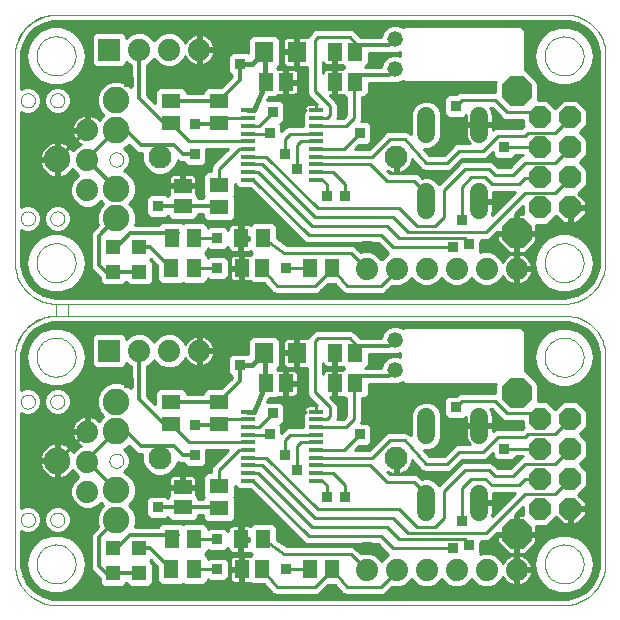
<source format=gtl>
G75*
G70*
%OFA0B0*%
%FSLAX24Y24*%
%IPPOS*%
%LPD*%
%AMOC8*
5,1,8,0,0,1.08239X$1,22.5*
%
%ADD10C,0.0000*%
%ADD11C,0.0000*%
%ADD12C,0.0886*%
%ADD13OC8,0.0740*%
%ADD14R,0.0472X0.0472*%
%ADD15R,0.0512X0.0630*%
%ADD16R,0.0512X0.0591*%
%ADD17R,0.0630X0.0709*%
%ADD18C,0.0768*%
%ADD19R,0.0472X0.0118*%
%ADD20C,0.0520*%
%ADD21R,0.0740X0.0740*%
%ADD22C,0.0740*%
%ADD23R,0.0630X0.0512*%
%ADD24C,0.0594*%
%ADD25OC8,0.1000*%
%ADD26R,0.0591X0.0512*%
%ADD27C,0.0120*%
%ADD28C,0.0100*%
%ADD29R,0.0356X0.0356*%
%ADD30C,0.0160*%
%ADD31C,0.0000*%
%ADD32C,0.0886*%
%ADD33OC8,0.0740*%
%ADD34R,0.0472X0.0472*%
%ADD35R,0.0512X0.0630*%
%ADD36R,0.0512X0.0591*%
%ADD37R,0.0630X0.0709*%
%ADD38C,0.0768*%
%ADD39R,0.0472X0.0118*%
%ADD40C,0.0520*%
%ADD41R,0.0740X0.0740*%
%ADD42C,0.0740*%
%ADD43R,0.0630X0.0512*%
%ADD44C,0.0594*%
%ADD45OC8,0.1000*%
%ADD46R,0.0591X0.0512*%
%ADD47C,0.0120*%
%ADD48C,0.0100*%
%ADD49R,0.0356X0.0356*%
%ADD50C,0.0160*%
D10*
X001475Y001583D02*
X001478Y001583D01*
X018407Y001583D01*
X018410Y001583D01*
X018408Y001583D02*
X018482Y001586D01*
X018556Y001593D01*
X018630Y001604D01*
X018702Y001619D01*
X018774Y001637D01*
X018845Y001660D01*
X018915Y001686D01*
X018983Y001716D01*
X019049Y001749D01*
X019114Y001786D01*
X019176Y001827D01*
X019237Y001870D01*
X019295Y001917D01*
X019350Y001967D01*
X019402Y002019D01*
X019452Y002074D01*
X019499Y002132D01*
X019542Y002193D01*
X019583Y002255D01*
X019620Y002320D01*
X019653Y002386D01*
X019683Y002454D01*
X019709Y002524D01*
X019732Y002595D01*
X019750Y002667D01*
X019765Y002739D01*
X019776Y002813D01*
X019783Y002887D01*
X019786Y002961D01*
X019785Y002961D02*
X019785Y002958D01*
X019785Y002961D02*
X019785Y009812D01*
X019785Y009857D01*
X019785Y009812D02*
X019787Y009884D01*
X019785Y009955D01*
X019780Y010027D01*
X019771Y010098D01*
X019758Y010169D01*
X019741Y010238D01*
X019720Y010307D01*
X019696Y010375D01*
X019669Y010441D01*
X019637Y010505D01*
X019603Y010568D01*
X019565Y010629D01*
X019524Y010688D01*
X019480Y010744D01*
X019432Y010798D01*
X019382Y010849D01*
X019330Y010898D01*
X019275Y010944D01*
X019217Y010987D01*
X019157Y011026D01*
X019095Y011063D01*
X019032Y011096D01*
X018967Y011125D01*
X018900Y011151D01*
X018832Y011174D01*
X018762Y011192D01*
X018692Y011207D01*
X018621Y011219D01*
X018550Y011226D01*
X018479Y011230D01*
X018407Y011229D01*
X001872Y011229D01*
X001872Y011623D01*
X018407Y011623D01*
X018410Y011623D01*
X018407Y011229D02*
X018410Y011229D01*
X018408Y011622D02*
X018482Y011625D01*
X018556Y011632D01*
X018630Y011643D01*
X018702Y011658D01*
X018774Y011676D01*
X018845Y011699D01*
X018915Y011725D01*
X018983Y011755D01*
X019049Y011788D01*
X019114Y011825D01*
X019176Y011866D01*
X019237Y011909D01*
X019295Y011956D01*
X019350Y012006D01*
X019402Y012058D01*
X019452Y012113D01*
X019499Y012171D01*
X019542Y012232D01*
X019583Y012294D01*
X019620Y012359D01*
X019653Y012425D01*
X019683Y012493D01*
X019709Y012563D01*
X019732Y012634D01*
X019750Y012706D01*
X019765Y012778D01*
X019776Y012852D01*
X019783Y012926D01*
X019786Y013000D01*
X019785Y013001D02*
X019785Y012998D01*
X019785Y013001D02*
X019785Y019851D01*
X019785Y019897D01*
X019785Y019851D02*
X019787Y019923D01*
X019785Y019994D01*
X019780Y020066D01*
X019771Y020137D01*
X019758Y020208D01*
X019741Y020277D01*
X019720Y020346D01*
X019696Y020414D01*
X019669Y020480D01*
X019637Y020544D01*
X019603Y020607D01*
X019565Y020668D01*
X019524Y020727D01*
X019480Y020783D01*
X019432Y020837D01*
X019382Y020888D01*
X019330Y020937D01*
X019275Y020983D01*
X019217Y021026D01*
X019157Y021065D01*
X019095Y021102D01*
X019032Y021135D01*
X018967Y021164D01*
X018900Y021190D01*
X018832Y021213D01*
X018762Y021231D01*
X018692Y021246D01*
X018621Y021258D01*
X018550Y021265D01*
X018479Y021269D01*
X018407Y021268D01*
X018410Y021268D01*
X018407Y021268D02*
X001478Y021268D01*
X001475Y021268D01*
X001478Y021269D02*
X001404Y021266D01*
X001330Y021259D01*
X001256Y021248D01*
X001184Y021233D01*
X001112Y021215D01*
X001041Y021192D01*
X000971Y021166D01*
X000903Y021136D01*
X000837Y021103D01*
X000772Y021066D01*
X000710Y021025D01*
X000649Y020982D01*
X000591Y020935D01*
X000536Y020885D01*
X000484Y020833D01*
X000434Y020778D01*
X000387Y020720D01*
X000344Y020659D01*
X000303Y020597D01*
X000266Y020532D01*
X000233Y020466D01*
X000203Y020398D01*
X000177Y020328D01*
X000154Y020257D01*
X000136Y020185D01*
X000121Y020113D01*
X000110Y020039D01*
X000103Y019965D01*
X000100Y019891D01*
X000100Y019890D02*
X000100Y019894D01*
X000100Y019890D02*
X000100Y013040D01*
X000100Y012998D01*
X000100Y013040D02*
X000101Y012967D01*
X000106Y012893D01*
X000114Y012821D01*
X000127Y012749D01*
X000143Y012677D01*
X000162Y012607D01*
X000186Y012537D01*
X000213Y012469D01*
X000244Y012403D01*
X000278Y012338D01*
X000315Y012275D01*
X000356Y012214D01*
X000399Y012156D01*
X000446Y012099D01*
X000496Y012045D01*
X000548Y011994D01*
X000603Y011946D01*
X000660Y011901D01*
X000720Y011858D01*
X000782Y011819D01*
X000846Y011783D01*
X000911Y011751D01*
X000979Y011722D01*
X001047Y011697D01*
X001117Y011675D01*
X001188Y011657D01*
X001260Y011642D01*
X001332Y011632D01*
X001405Y011625D01*
X001478Y011622D01*
X001478Y011623D02*
X001478Y011229D01*
X001475Y011229D01*
X001475Y011623D02*
X001478Y011623D01*
X001478Y011229D02*
X001404Y011226D01*
X001330Y011219D01*
X001256Y011208D01*
X001184Y011193D01*
X001112Y011175D01*
X001041Y011152D01*
X000971Y011126D01*
X000903Y011096D01*
X000837Y011063D01*
X000772Y011026D01*
X000710Y010985D01*
X000649Y010942D01*
X000591Y010895D01*
X000536Y010845D01*
X000484Y010793D01*
X000434Y010738D01*
X000387Y010680D01*
X000344Y010619D01*
X000303Y010557D01*
X000266Y010492D01*
X000233Y010426D01*
X000203Y010358D01*
X000177Y010288D01*
X000154Y010217D01*
X000136Y010145D01*
X000121Y010073D01*
X000110Y009999D01*
X000103Y009925D01*
X000100Y009851D01*
X000100Y009854D01*
X000100Y009851D02*
X000100Y003001D01*
X000100Y002958D01*
X000100Y003001D02*
X000101Y002928D01*
X000106Y002854D01*
X000114Y002782D01*
X000127Y002710D01*
X000143Y002638D01*
X000162Y002568D01*
X000186Y002498D01*
X000213Y002430D01*
X000244Y002364D01*
X000278Y002299D01*
X000315Y002236D01*
X000356Y002175D01*
X000399Y002117D01*
X000446Y002060D01*
X000496Y002006D01*
X000548Y001955D01*
X000603Y001907D01*
X000660Y001862D01*
X000720Y001819D01*
X000782Y001780D01*
X000846Y001744D01*
X000911Y001712D01*
X000979Y001683D01*
X001047Y001658D01*
X001117Y001636D01*
X001188Y001618D01*
X001260Y001603D01*
X001332Y001593D01*
X001405Y001586D01*
X001478Y001583D01*
D11*
X1475Y1583D02*
X1478Y1583D01*
X18407Y1583D01*
X18410Y1583D01*
X17760Y2958D02*
X17762Y3008D01*
X17768Y3058D01*
X17778Y3108D01*
X17791Y3156D01*
X17808Y3204D01*
X17829Y3250D01*
X17853Y3294D01*
X17881Y3336D01*
X17912Y3376D01*
X17946Y3413D01*
X17983Y3448D01*
X18022Y3479D01*
X18063Y3508D01*
X18107Y3533D01*
X18153Y3555D01*
X18200Y3573D01*
X18248Y3587D01*
X18297Y3598D01*
X18347Y3605D01*
X18397Y3608D01*
X18448Y3607D01*
X18498Y3602D01*
X18548Y3593D01*
X18596Y3581D01*
X18644Y3564D01*
X18690Y3544D01*
X18735Y3521D01*
X18778Y3494D01*
X18818Y3464D01*
X18856Y3431D01*
X18891Y3395D01*
X18924Y3356D01*
X18953Y3315D01*
X18979Y3272D01*
X19002Y3227D01*
X19021Y3180D01*
X19036Y3132D01*
X19048Y3083D01*
X19056Y3033D01*
X19060Y2983D01*
X19060Y2933D01*
X19056Y2883D01*
X19048Y2833D01*
X19036Y2784D01*
X19021Y2736D01*
X19002Y2689D01*
X18979Y2644D01*
X18953Y2601D01*
X18924Y2560D01*
X18891Y2521D01*
X18856Y2485D01*
X18818Y2452D01*
X18778Y2422D01*
X18735Y2395D01*
X18690Y2372D01*
X18644Y2352D01*
X18596Y2335D01*
X18548Y2323D01*
X18498Y2314D01*
X18448Y2309D01*
X18397Y2308D01*
X18347Y2311D01*
X18297Y2318D01*
X18248Y2329D01*
X18200Y2343D01*
X18153Y2361D01*
X18107Y2383D01*
X18063Y2408D01*
X18022Y2437D01*
X17983Y2468D01*
X17946Y2503D01*
X17912Y2540D01*
X17881Y2580D01*
X17853Y2622D01*
X17829Y2666D01*
X17808Y2712D01*
X17791Y2760D01*
X17778Y2808D01*
X17768Y2858D01*
X17762Y2908D01*
X17760Y2958D01*
X18407Y1583D02*
X18481Y1586D01*
X18555Y1593D01*
X18629Y1604D01*
X18701Y1619D01*
X18773Y1637D01*
X18844Y1660D01*
X18914Y1686D01*
X18982Y1716D01*
X19048Y1749D01*
X19113Y1786D01*
X19175Y1827D01*
X19236Y1870D01*
X19294Y1917D01*
X19349Y1967D01*
X19401Y2019D01*
X19451Y2074D01*
X19498Y2132D01*
X19541Y2193D01*
X19582Y2255D01*
X19619Y2320D01*
X19652Y2386D01*
X19682Y2454D01*
X19708Y2524D01*
X19731Y2595D01*
X19749Y2667D01*
X19764Y2739D01*
X19775Y2813D01*
X19782Y2887D01*
X19785Y2961D01*
X19785Y2958D01*
X19785Y2961D02*
X19785Y9812D01*
X19785Y9857D01*
X19785Y9812D02*
X19787Y9884D01*
X19785Y9955D01*
X19780Y10027D01*
X19771Y10098D01*
X19758Y10169D01*
X19741Y10238D01*
X19720Y10307D01*
X19696Y10375D01*
X19669Y10441D01*
X19637Y10505D01*
X19603Y10568D01*
X19565Y10629D01*
X19524Y10688D01*
X19480Y10744D01*
X19432Y10798D01*
X19382Y10849D01*
X19330Y10898D01*
X19275Y10944D01*
X19217Y10987D01*
X19157Y11026D01*
X19095Y11063D01*
X19032Y11096D01*
X18967Y11125D01*
X18900Y11151D01*
X18832Y11174D01*
X18762Y11192D01*
X18692Y11207D01*
X18621Y11219D01*
X18550Y11226D01*
X18479Y11230D01*
X18407Y11229D01*
X18410Y11229D01*
X18407Y11229D02*
X1478Y11229D01*
X825Y9854D02*
X827Y9904D01*
X833Y9954D01*
X843Y10004D01*
X856Y10052D01*
X873Y10100D01*
X894Y10146D01*
X918Y10190D01*
X946Y10232D01*
X977Y10272D01*
X1011Y10309D01*
X1048Y10344D01*
X1087Y10375D01*
X1128Y10404D01*
X1172Y10429D01*
X1218Y10451D01*
X1265Y10469D01*
X1313Y10483D01*
X1362Y10494D01*
X1412Y10501D01*
X1462Y10504D01*
X1513Y10503D01*
X1563Y10498D01*
X1613Y10489D01*
X1661Y10477D01*
X1709Y10460D01*
X1755Y10440D01*
X1800Y10417D01*
X1843Y10390D01*
X1883Y10360D01*
X1921Y10327D01*
X1956Y10291D01*
X1989Y10252D01*
X2018Y10211D01*
X2044Y10168D01*
X2067Y10123D01*
X2086Y10076D01*
X2101Y10028D01*
X2113Y9979D01*
X2121Y9929D01*
X2125Y9879D01*
X2125Y9829D01*
X2121Y9779D01*
X2113Y9729D01*
X2101Y9680D01*
X2086Y9632D01*
X2067Y9585D01*
X2044Y9540D01*
X2018Y9497D01*
X1989Y9456D01*
X1956Y9417D01*
X1921Y9381D01*
X1883Y9348D01*
X1843Y9318D01*
X1800Y9291D01*
X1755Y9268D01*
X1709Y9248D01*
X1661Y9231D01*
X1613Y9219D01*
X1563Y9210D01*
X1513Y9205D01*
X1462Y9204D01*
X1412Y9207D01*
X1362Y9214D01*
X1313Y9225D01*
X1265Y9239D01*
X1218Y9257D01*
X1172Y9279D01*
X1128Y9304D01*
X1087Y9333D01*
X1048Y9364D01*
X1011Y9399D01*
X977Y9436D01*
X946Y9476D01*
X918Y9518D01*
X894Y9562D01*
X873Y9608D01*
X856Y9656D01*
X843Y9704D01*
X833Y9754D01*
X827Y9804D01*
X825Y9854D01*
X100Y9851D02*
X102Y9923D01*
X108Y9995D01*
X117Y10067D01*
X130Y10138D01*
X147Y10208D01*
X167Y10277D01*
X192Y10345D01*
X219Y10411D01*
X250Y10477D01*
X285Y10540D01*
X322Y10602D01*
X363Y10661D01*
X407Y10718D01*
X454Y10773D01*
X504Y10825D01*
X556Y10875D01*
X611Y10922D01*
X668Y10966D01*
X727Y11007D01*
X789Y11044D01*
X852Y11079D01*
X918Y11110D01*
X984Y11137D01*
X1052Y11162D01*
X1121Y11182D01*
X1191Y11199D01*
X1262Y11212D01*
X1334Y11221D01*
X1406Y11227D01*
X1478Y11229D01*
X100Y9854D02*
X100Y9851D01*
X100Y3001D01*
X100Y2958D01*
X825Y2958D02*
X827Y3008D01*
X833Y3058D01*
X843Y3108D01*
X856Y3156D01*
X873Y3204D01*
X894Y3250D01*
X918Y3294D01*
X946Y3336D01*
X977Y3376D01*
X1011Y3413D01*
X1048Y3448D01*
X1087Y3479D01*
X1128Y3508D01*
X1172Y3533D01*
X1218Y3555D01*
X1265Y3573D01*
X1313Y3587D01*
X1362Y3598D01*
X1412Y3605D01*
X1462Y3608D01*
X1513Y3607D01*
X1563Y3602D01*
X1613Y3593D01*
X1661Y3581D01*
X1709Y3564D01*
X1755Y3544D01*
X1800Y3521D01*
X1843Y3494D01*
X1883Y3464D01*
X1921Y3431D01*
X1956Y3395D01*
X1989Y3356D01*
X2018Y3315D01*
X2044Y3272D01*
X2067Y3227D01*
X2086Y3180D01*
X2101Y3132D01*
X2113Y3083D01*
X2121Y3033D01*
X2125Y2983D01*
X2125Y2933D01*
X2121Y2883D01*
X2113Y2833D01*
X2101Y2784D01*
X2086Y2736D01*
X2067Y2689D01*
X2044Y2644D01*
X2018Y2601D01*
X1989Y2560D01*
X1956Y2521D01*
X1921Y2485D01*
X1883Y2452D01*
X1843Y2422D01*
X1800Y2395D01*
X1755Y2372D01*
X1709Y2352D01*
X1661Y2335D01*
X1613Y2323D01*
X1563Y2314D01*
X1513Y2309D01*
X1462Y2308D01*
X1412Y2311D01*
X1362Y2318D01*
X1313Y2329D01*
X1265Y2343D01*
X1218Y2361D01*
X1172Y2383D01*
X1128Y2408D01*
X1087Y2437D01*
X1048Y2468D01*
X1011Y2503D01*
X977Y2540D01*
X946Y2580D01*
X918Y2622D01*
X894Y2666D01*
X873Y2712D01*
X856Y2760D01*
X843Y2808D01*
X833Y2858D01*
X827Y2908D01*
X825Y2958D01*
X99Y3001D02*
X100Y2928D01*
X105Y2854D01*
X113Y2782D01*
X126Y2710D01*
X142Y2638D01*
X161Y2568D01*
X185Y2498D01*
X212Y2430D01*
X243Y2364D01*
X277Y2299D01*
X314Y2236D01*
X355Y2175D01*
X398Y2117D01*
X445Y2060D01*
X495Y2006D01*
X547Y1955D01*
X602Y1907D01*
X659Y1862D01*
X719Y1819D01*
X781Y1780D01*
X845Y1744D01*
X910Y1712D01*
X978Y1683D01*
X1046Y1658D01*
X1116Y1636D01*
X1187Y1618D01*
X1259Y1603D01*
X1331Y1593D01*
X1404Y1586D01*
X1477Y1583D01*
X1281Y4434D02*
X1283Y4464D01*
X1289Y4494D01*
X1298Y4523D01*
X1311Y4550D01*
X1328Y4575D01*
X1347Y4598D01*
X1370Y4619D01*
X1395Y4636D01*
X1421Y4650D01*
X1450Y4660D01*
X1479Y4667D01*
X1509Y4670D01*
X1540Y4669D01*
X1570Y4664D01*
X1599Y4655D01*
X1626Y4643D01*
X1652Y4628D01*
X1676Y4609D01*
X1697Y4587D01*
X1715Y4563D01*
X1730Y4536D01*
X1741Y4508D01*
X1749Y4479D01*
X1753Y4449D01*
X1753Y4419D01*
X1749Y4389D01*
X1741Y4360D01*
X1730Y4332D01*
X1715Y4305D01*
X1697Y4281D01*
X1676Y4259D01*
X1652Y4240D01*
X1626Y4225D01*
X1599Y4213D01*
X1570Y4204D01*
X1540Y4199D01*
X1509Y4198D01*
X1479Y4201D01*
X1450Y4208D01*
X1421Y4218D01*
X1395Y4232D01*
X1370Y4249D01*
X1347Y4270D01*
X1328Y4293D01*
X1311Y4318D01*
X1298Y4345D01*
X1289Y4374D01*
X1283Y4404D01*
X1281Y4434D01*
X297Y4434D02*
X299Y4464D01*
X305Y4494D01*
X314Y4523D01*
X327Y4550D01*
X344Y4575D01*
X363Y4598D01*
X386Y4619D01*
X411Y4636D01*
X437Y4650D01*
X466Y4660D01*
X495Y4667D01*
X525Y4670D01*
X556Y4669D01*
X586Y4664D01*
X615Y4655D01*
X642Y4643D01*
X668Y4628D01*
X692Y4609D01*
X713Y4587D01*
X731Y4563D01*
X746Y4536D01*
X757Y4508D01*
X765Y4479D01*
X769Y4449D01*
X769Y4419D01*
X765Y4389D01*
X757Y4360D01*
X746Y4332D01*
X731Y4305D01*
X713Y4281D01*
X692Y4259D01*
X668Y4240D01*
X642Y4225D01*
X615Y4213D01*
X586Y4204D01*
X556Y4199D01*
X525Y4198D01*
X495Y4201D01*
X466Y4208D01*
X437Y4218D01*
X411Y4232D01*
X386Y4249D01*
X363Y4270D01*
X344Y4293D01*
X327Y4318D01*
X314Y4345D01*
X305Y4374D01*
X299Y4404D01*
X297Y4434D01*
X3250Y6402D02*
X3252Y6432D01*
X3258Y6462D01*
X3267Y6491D01*
X3280Y6518D01*
X3297Y6543D01*
X3316Y6566D01*
X3339Y6587D01*
X3364Y6604D01*
X3390Y6618D01*
X3419Y6628D01*
X3448Y6635D01*
X3478Y6638D01*
X3509Y6637D01*
X3539Y6632D01*
X3568Y6623D01*
X3595Y6611D01*
X3621Y6596D01*
X3645Y6577D01*
X3666Y6555D01*
X3684Y6531D01*
X3699Y6504D01*
X3710Y6476D01*
X3718Y6447D01*
X3722Y6417D01*
X3722Y6387D01*
X3718Y6357D01*
X3710Y6328D01*
X3699Y6300D01*
X3684Y6273D01*
X3666Y6249D01*
X3645Y6227D01*
X3621Y6208D01*
X3595Y6193D01*
X3568Y6181D01*
X3539Y6172D01*
X3509Y6167D01*
X3478Y6166D01*
X3448Y6169D01*
X3419Y6176D01*
X3390Y6186D01*
X3364Y6200D01*
X3339Y6217D01*
X3316Y6238D01*
X3297Y6261D01*
X3280Y6286D01*
X3267Y6313D01*
X3258Y6342D01*
X3252Y6372D01*
X3250Y6402D01*
X1281Y8371D02*
X1283Y8401D01*
X1289Y8431D01*
X1298Y8460D01*
X1311Y8487D01*
X1328Y8512D01*
X1347Y8535D01*
X1370Y8556D01*
X1395Y8573D01*
X1421Y8587D01*
X1450Y8597D01*
X1479Y8604D01*
X1509Y8607D01*
X1540Y8606D01*
X1570Y8601D01*
X1599Y8592D01*
X1626Y8580D01*
X1652Y8565D01*
X1676Y8546D01*
X1697Y8524D01*
X1715Y8500D01*
X1730Y8473D01*
X1741Y8445D01*
X1749Y8416D01*
X1753Y8386D01*
X1753Y8356D01*
X1749Y8326D01*
X1741Y8297D01*
X1730Y8269D01*
X1715Y8242D01*
X1697Y8218D01*
X1676Y8196D01*
X1652Y8177D01*
X1626Y8162D01*
X1599Y8150D01*
X1570Y8141D01*
X1540Y8136D01*
X1509Y8135D01*
X1479Y8138D01*
X1450Y8145D01*
X1421Y8155D01*
X1395Y8169D01*
X1370Y8186D01*
X1347Y8207D01*
X1328Y8230D01*
X1311Y8255D01*
X1298Y8282D01*
X1289Y8311D01*
X1283Y8341D01*
X1281Y8371D01*
X297Y8371D02*
X299Y8401D01*
X305Y8431D01*
X314Y8460D01*
X327Y8487D01*
X344Y8512D01*
X363Y8535D01*
X386Y8556D01*
X411Y8573D01*
X437Y8587D01*
X466Y8597D01*
X495Y8604D01*
X525Y8607D01*
X556Y8606D01*
X586Y8601D01*
X615Y8592D01*
X642Y8580D01*
X668Y8565D01*
X692Y8546D01*
X713Y8524D01*
X731Y8500D01*
X746Y8473D01*
X757Y8445D01*
X765Y8416D01*
X769Y8386D01*
X769Y8356D01*
X765Y8326D01*
X757Y8297D01*
X746Y8269D01*
X731Y8242D01*
X713Y8218D01*
X692Y8196D01*
X668Y8177D01*
X642Y8162D01*
X615Y8150D01*
X586Y8141D01*
X556Y8136D01*
X525Y8135D01*
X495Y8138D01*
X466Y8145D01*
X437Y8155D01*
X411Y8169D01*
X386Y8186D01*
X363Y8207D01*
X344Y8230D01*
X327Y8255D01*
X314Y8282D01*
X305Y8311D01*
X299Y8341D01*
X297Y8371D01*
X17757Y9851D02*
X17759Y9901D01*
X17765Y9951D01*
X17775Y10001D01*
X17788Y10049D01*
X17805Y10097D01*
X17826Y10143D01*
X17850Y10187D01*
X17878Y10229D01*
X17909Y10269D01*
X17943Y10306D01*
X17980Y10341D01*
X18019Y10372D01*
X18060Y10401D01*
X18104Y10426D01*
X18150Y10448D01*
X18197Y10466D01*
X18245Y10480D01*
X18294Y10491D01*
X18344Y10498D01*
X18394Y10501D01*
X18445Y10500D01*
X18495Y10495D01*
X18545Y10486D01*
X18593Y10474D01*
X18641Y10457D01*
X18687Y10437D01*
X18732Y10414D01*
X18775Y10387D01*
X18815Y10357D01*
X18853Y10324D01*
X18888Y10288D01*
X18921Y10249D01*
X18950Y10208D01*
X18976Y10165D01*
X18999Y10120D01*
X19018Y10073D01*
X19033Y10025D01*
X19045Y9976D01*
X19053Y9926D01*
X19057Y9876D01*
X19057Y9826D01*
X19053Y9776D01*
X19045Y9726D01*
X19033Y9677D01*
X19018Y9629D01*
X18999Y9582D01*
X18976Y9537D01*
X18950Y9494D01*
X18921Y9453D01*
X18888Y9414D01*
X18853Y9378D01*
X18815Y9345D01*
X18775Y9315D01*
X18732Y9288D01*
X18687Y9265D01*
X18641Y9245D01*
X18593Y9228D01*
X18545Y9216D01*
X18495Y9207D01*
X18445Y9202D01*
X18394Y9201D01*
X18344Y9204D01*
X18294Y9211D01*
X18245Y9222D01*
X18197Y9236D01*
X18150Y9254D01*
X18104Y9276D01*
X18060Y9301D01*
X18019Y9330D01*
X17980Y9361D01*
X17943Y9396D01*
X17909Y9433D01*
X17878Y9473D01*
X17850Y9515D01*
X17826Y9559D01*
X17805Y9605D01*
X17788Y9653D01*
X17775Y9701D01*
X17765Y9751D01*
X17759Y9801D01*
X17757Y9851D01*
D12*
X3486Y8371D03*
X3486Y7386D03*
X1517Y6402D03*
X3486Y5418D03*
X3486Y4434D03*
D13*
X17608Y4801D03*
X18608Y4801D03*
X18608Y5801D03*
X17608Y5801D03*
X17608Y6801D03*
X18608Y6801D03*
X18608Y7801D03*
X17608Y7801D03*
D14*
X4256Y3475D03*
X3371Y3475D03*
X3371Y2648D03*
X4256Y2648D03*
D15*
X5319Y2783D03*
X6067Y2783D03*
X6074Y3783D03*
X5326Y3783D03*
X7626Y3783D03*
X8374Y3783D03*
X9926Y2783D03*
X10674Y2783D03*
D16*
X8334Y2783D03*
X7665Y2783D03*
X8465Y8983D03*
X9134Y8983D03*
X10765Y8983D03*
X11434Y8983D03*
X11434Y9983D03*
X10765Y9983D03*
D17*
X9501Y9991D03*
X8399Y9991D03*
D18*
X4935Y6480D03*
X12809Y6480D03*
D19*
X10141Y6499D03*
X10141Y6244D03*
X10141Y5988D03*
X10141Y5732D03*
X10141Y6755D03*
X10141Y7011D03*
X10141Y7267D03*
X10141Y7523D03*
X10141Y7779D03*
X10141Y8035D03*
X7858Y8035D03*
X7858Y7779D03*
X7858Y7523D03*
X7858Y7267D03*
X7858Y7011D03*
X7858Y6755D03*
X7858Y6499D03*
X7858Y6244D03*
X7858Y5988D03*
X7858Y5732D03*
D20*
X12775Y9415D03*
X12775Y10415D03*
D21*
X3241Y10062D03*
D22*
X4241Y10062D03*
X5241Y10062D03*
X6241Y10062D03*
X2520Y7373D03*
X2520Y6373D03*
X2520Y5373D03*
X11827Y2759D03*
X12827Y2759D03*
X13827Y2759D03*
X14827Y2759D03*
X15827Y2759D03*
X16827Y2759D03*
D23*
X6900Y4809D03*
X6900Y5557D03*
X6900Y7609D03*
X6900Y8357D03*
X5300Y8357D03*
X5300Y7609D03*
D24*
X13814Y7860D02*
X13814Y7266D01*
X15586Y7266D02*
X15586Y7860D01*
X15586Y5301D02*
X15586Y4707D01*
X13814Y4707D02*
X13814Y5301D01*
D25*
X16832Y3946D03*
X16832Y8670D03*
D26*
X5700Y5518D03*
X5700Y4849D03*
D27*
X4865Y4849D01*
X5700Y4849D02*
X6860Y4849D01*
X6900Y4809D01*
X5528Y3936D02*
X5326Y3783D01*
X5528Y3936D02*
X3952Y3936D01*
X3600Y3583D01*
X3480Y3583D01*
X3371Y3475D01*
X2900Y3848D02*
X3486Y4434D01*
X3486Y4469D01*
X3486Y4434D02*
X3459Y4434D01*
X2900Y3848D02*
X2900Y2883D01*
X3135Y2648D01*
X3371Y2648D01*
X4256Y2648D01*
X4600Y3483D02*
X5300Y2783D01*
X5319Y2783D01*
X4600Y3483D02*
X4265Y3483D01*
X4256Y3475D01*
X3534Y5418D02*
X3486Y5418D01*
X2530Y6373D01*
X2520Y6373D01*
X2520Y6421D01*
X3486Y7386D01*
X3797Y7386D01*
X4300Y6883D01*
X5400Y6883D01*
X5700Y6583D01*
X6100Y6583D01*
X6100Y7583D02*
X6874Y7583D01*
X6900Y7609D01*
X6900Y8357D02*
X5300Y8357D01*
X5100Y7583D02*
X4241Y8442D01*
X4241Y10062D01*
X6900Y8357D02*
X7600Y9057D01*
X7600Y9583D01*
X5374Y7583D02*
X5100Y7583D01*
X5300Y7609D02*
X5374Y7583D01*
X2520Y7373D02*
X1549Y6402D01*
X1517Y6402D01*
X11400Y8949D02*
X11434Y8983D01*
X11569Y9218D01*
X12578Y9218D01*
X12775Y9415D01*
X11555Y10194D02*
X11434Y9983D01*
X11555Y10194D02*
X11569Y10218D01*
X12578Y10218D01*
X12775Y10415D01*
D28*
X12321Y10547D02*
X11570Y10547D01*
X11628Y10489D02*
X11413Y10704D01*
X11318Y10743D01*
X10148Y10743D01*
X10052Y10704D01*
X9979Y10631D01*
X9879Y10531D01*
X9862Y10489D01*
X9836Y10496D01*
X9551Y10496D01*
X9551Y10041D01*
X9451Y10041D01*
X9451Y9941D01*
X9551Y9941D01*
X9551Y9487D01*
X9836Y9487D01*
X9840Y9488D01*
X9840Y8632D01*
X9879Y8536D01*
X9952Y8463D01*
X10171Y8244D01*
X10141Y8244D01*
X9886Y8244D01*
X9847Y8234D01*
X9813Y8214D01*
X9785Y8186D01*
X9766Y8152D01*
X9755Y8114D01*
X9755Y8035D01*
X9805Y8035D01*
X9755Y8035D01*
X9755Y7985D01*
X9695Y7925D01*
X9695Y7527D01*
X9232Y7527D01*
X9136Y7488D01*
X8988Y7339D01*
X8988Y7548D01*
X8941Y7595D01*
X8965Y7595D01*
X9088Y7718D01*
X9088Y8248D01*
X8965Y8371D01*
X8522Y8371D01*
X8567Y8478D01*
X8808Y8478D01*
X8868Y8538D01*
X9084Y8538D01*
X9084Y8933D01*
X9184Y8933D01*
X9184Y8538D01*
X9410Y8538D01*
X9448Y8548D01*
X9482Y8568D01*
X9510Y8596D01*
X9530Y8630D01*
X9540Y8668D01*
X9540Y8933D01*
X9184Y8933D01*
X9184Y9033D01*
X9084Y9033D01*
X9084Y9429D01*
X8868Y9429D01*
X8835Y9461D01*
X8924Y9550D01*
X8924Y10433D01*
X8800Y10556D01*
X7997Y10556D01*
X7874Y10433D01*
X7874Y9963D01*
X7865Y9971D01*
X7335Y9971D01*
X7212Y9848D01*
X7212Y9318D01*
X7330Y9200D01*
X7330Y9169D01*
X6984Y8823D01*
X6498Y8823D01*
X6375Y8700D01*
X6375Y8627D01*
X5825Y8627D01*
X5825Y8700D01*
X5702Y8823D01*
X4898Y8823D01*
X4775Y8700D01*
X4775Y8290D01*
X4511Y8554D01*
X4511Y9547D01*
X4570Y9571D01*
X4733Y9734D01*
X4741Y9754D01*
X4750Y9734D01*
X4913Y9571D01*
X5126Y9482D01*
X5357Y9482D01*
X5570Y9571D01*
X5733Y9734D01*
X5774Y9834D01*
X5797Y9790D01*
X5845Y9724D01*
X5903Y9666D01*
X5969Y9618D01*
X6042Y9581D01*
X6120Y9555D01*
X6191Y9544D01*
X6191Y10012D01*
X6291Y10012D01*
X6291Y9544D01*
X6363Y9555D01*
X6441Y9581D01*
X6514Y9618D01*
X6580Y9666D01*
X6638Y9724D01*
X6686Y9790D01*
X6723Y9863D01*
X6749Y9941D01*
X6760Y10012D01*
X6291Y10012D01*
X6291Y10112D01*
X6760Y10112D01*
X6749Y10184D01*
X6723Y10262D01*
X6686Y10335D01*
X6638Y10401D01*
X6580Y10459D01*
X6514Y10507D01*
X6441Y10544D01*
X6363Y10570D01*
X6291Y10581D01*
X6291Y10112D01*
X6191Y10112D01*
X6191Y10581D01*
X6120Y10570D01*
X6042Y10544D01*
X5969Y10507D01*
X5903Y10459D01*
X5845Y10401D01*
X5797Y10335D01*
X5774Y10291D01*
X5733Y10391D01*
X5570Y10554D01*
X5357Y10642D01*
X5126Y10642D01*
X4913Y10554D01*
X4750Y10391D01*
X4741Y10371D01*
X4733Y10391D01*
X4570Y10554D01*
X4357Y10642D01*
X4126Y10642D01*
X3913Y10554D01*
X3821Y10463D01*
X3821Y10519D01*
X3698Y10642D01*
X2784Y10642D01*
X2661Y10519D01*
X2661Y9605D01*
X2784Y9482D01*
X3698Y9482D01*
X3821Y9605D01*
X3821Y9662D01*
X3913Y9571D01*
X3971Y9547D01*
X3971Y8808D01*
X3855Y8924D01*
X3615Y9024D01*
X3356Y9024D01*
X3116Y8924D01*
X2932Y8741D01*
X2833Y8501D01*
X2833Y8241D01*
X2932Y8001D01*
X3054Y7879D01*
X2932Y7756D01*
X2914Y7714D01*
X2858Y7770D01*
X2792Y7818D01*
X2719Y7855D01*
X2641Y7881D01*
X2570Y7892D01*
X2570Y7423D01*
X2470Y7423D01*
X2470Y7323D01*
X2001Y7323D01*
X2013Y7252D01*
X2038Y7174D01*
X2075Y7101D01*
X2123Y7035D01*
X2181Y6977D01*
X2247Y6929D01*
X2291Y6906D01*
X2191Y6865D01*
X2029Y6703D01*
X2024Y6713D01*
X1969Y6788D01*
X1903Y6854D01*
X1828Y6909D01*
X1745Y6952D01*
X1656Y6981D01*
X1567Y6995D01*
X1567Y6452D01*
X1467Y6452D01*
X1467Y6352D01*
X1567Y6352D01*
X1567Y5810D01*
X1656Y5824D01*
X1745Y5853D01*
X1828Y5895D01*
X1903Y5950D01*
X1969Y6016D01*
X2057Y6016D01*
X2028Y6045D02*
X2191Y5882D01*
X2211Y5873D01*
X2191Y5865D01*
X2028Y5702D01*
X1940Y5489D01*
X1940Y5258D01*
X2028Y5045D01*
X2191Y4882D01*
X2404Y4793D01*
X2635Y4793D01*
X2848Y4882D01*
X2973Y5007D01*
X3054Y4926D01*
X2932Y4804D01*
X2833Y4564D01*
X2833Y4304D01*
X2874Y4204D01*
X2671Y4001D01*
X2630Y3902D01*
X2630Y2830D01*
X2671Y2730D01*
X2747Y2654D01*
X2925Y2476D01*
X2925Y2325D01*
X3048Y2202D01*
X3695Y2202D01*
X3814Y2321D01*
X3933Y2202D01*
X4579Y2202D01*
X4702Y2325D01*
X4702Y2971D01*
X4612Y3061D01*
X4626Y3075D01*
X4853Y2848D01*
X4853Y2381D01*
X4976Y2258D01*
X5662Y2258D01*
X5693Y2289D01*
X5724Y2258D01*
X6410Y2258D01*
X6533Y2381D01*
X6533Y2447D01*
X6585Y2395D01*
X7115Y2395D01*
X7238Y2518D01*
X7238Y3048D01*
X7115Y3171D01*
X6585Y3171D01*
X6533Y3120D01*
X6533Y3185D01*
X6438Y3280D01*
X6540Y3381D01*
X6540Y3440D01*
X6585Y3395D01*
X7115Y3395D01*
X7220Y3500D01*
X7220Y3449D01*
X7230Y3410D01*
X7250Y3376D01*
X7278Y3348D01*
X7312Y3329D01*
X7350Y3318D01*
X7576Y3318D01*
X7576Y3733D01*
X7676Y3733D01*
X7676Y3318D01*
X7901Y3318D01*
X7940Y3329D01*
X7953Y3336D01*
X8001Y3289D01*
X7991Y3289D01*
X7931Y3229D01*
X7715Y3229D01*
X7715Y2833D01*
X7615Y2833D01*
X7615Y2733D01*
X7715Y2733D01*
X7715Y2338D01*
X7931Y2338D01*
X7991Y2278D01*
X8417Y2278D01*
X8609Y2047D01*
X8614Y2036D01*
X8642Y2008D01*
X8668Y1977D01*
X8679Y1972D01*
X8687Y1963D01*
X8724Y1948D01*
X8759Y1929D01*
X8771Y1928D01*
X8783Y1923D01*
X8823Y1923D01*
X8862Y1920D01*
X8874Y1923D01*
X10151Y1923D01*
X10247Y1963D01*
X10320Y2036D01*
X10542Y2258D01*
X10773Y2258D01*
X10949Y2047D01*
X10953Y2036D01*
X10982Y2008D01*
X11007Y1977D01*
X11018Y1972D01*
X11026Y1963D01*
X11063Y1948D01*
X11099Y1929D01*
X11111Y1928D01*
X11122Y1923D01*
X11162Y1923D01*
X11202Y1920D01*
X11213Y1923D01*
X12351Y1923D01*
X12447Y1963D01*
X12520Y2036D01*
X12677Y2193D01*
X12711Y2179D01*
X12942Y2179D01*
X13155Y2268D01*
X13318Y2431D01*
X13327Y2451D01*
X13335Y2431D01*
X13498Y2268D01*
X13711Y2179D01*
X13942Y2179D01*
X14155Y2268D01*
X14318Y2431D01*
X14327Y2451D01*
X14335Y2431D01*
X14498Y2268D01*
X14711Y2179D01*
X14942Y2179D01*
X15155Y2268D01*
X15318Y2431D01*
X15327Y2451D01*
X15335Y2431D01*
X15498Y2268D01*
X15711Y2179D01*
X15942Y2179D01*
X16155Y2268D01*
X16318Y2431D01*
X16360Y2531D01*
X16382Y2487D01*
X16430Y2421D01*
X16488Y2363D01*
X16554Y2315D01*
X16627Y2277D01*
X16705Y2252D01*
X16777Y2241D01*
X16777Y2709D01*
X16877Y2709D01*
X16877Y2809D01*
X17345Y2809D01*
X17334Y2881D01*
X17308Y2959D01*
X17271Y3032D01*
X17223Y3098D01*
X17165Y3156D01*
X17099Y3204D01*
X17026Y3241D01*
X16948Y3267D01*
X16877Y3278D01*
X16877Y2809D01*
X16777Y2809D01*
X16777Y3278D01*
X16705Y3267D01*
X16627Y3241D01*
X16554Y3204D01*
X16488Y3156D01*
X16430Y3098D01*
X16382Y3032D01*
X16360Y2988D01*
X16318Y3088D01*
X16155Y3251D01*
X15942Y3339D01*
X15711Y3339D01*
X15622Y3302D01*
X15638Y3318D01*
X15638Y3723D01*
X15851Y3723D01*
X15947Y3763D01*
X16182Y3998D01*
X16182Y3996D01*
X16782Y3996D01*
X16782Y4596D01*
X16780Y4596D01*
X17028Y4844D01*
X17028Y4596D01*
X16882Y4596D01*
X16882Y3996D01*
X16782Y3996D01*
X16782Y3896D01*
X16182Y3896D01*
X16182Y3676D01*
X16563Y3296D01*
X16782Y3296D01*
X16782Y3896D01*
X16882Y3896D01*
X16882Y3996D01*
X17482Y3996D01*
X17482Y4215D01*
X17476Y4221D01*
X17848Y4221D01*
X18150Y4523D01*
X18392Y4281D01*
X18558Y4281D01*
X18558Y4751D01*
X18658Y4751D01*
X18658Y4851D01*
X19128Y4851D01*
X19128Y5016D01*
X18885Y5259D01*
X19188Y5561D01*
X19188Y6041D01*
X18928Y6301D01*
X19188Y6561D01*
X19188Y7041D01*
X18928Y7301D01*
X19188Y7561D01*
X19188Y8041D01*
X18848Y8381D01*
X18367Y8381D01*
X18108Y8121D01*
X17848Y8381D01*
X17542Y8381D01*
X17542Y8964D01*
X17126Y9380D01*
X17110Y9380D01*
X17110Y10720D01*
X16987Y10843D01*
X13063Y10843D01*
X13035Y10816D01*
X12868Y10885D01*
X12681Y10885D01*
X12509Y10814D01*
X12376Y10681D01*
X12305Y10509D01*
X12305Y10488D01*
X11778Y10488D01*
X11777Y10489D01*
X11628Y10489D01*
X11472Y10645D02*
X12362Y10645D01*
X12439Y10744D02*
X1896Y10744D01*
X1972Y10716D02*
X1647Y10834D01*
X1302Y10834D01*
X977Y10716D01*
X977Y10716D01*
X712Y10494D01*
X712Y10494D01*
X539Y10195D01*
X479Y9854D01*
X539Y9514D01*
X712Y9215D01*
X712Y9215D01*
X977Y8992D01*
X1302Y8874D01*
X1425Y8874D01*
X1647Y8874D01*
X1972Y8992D01*
X2237Y9215D01*
X2410Y9514D01*
X2470Y9854D01*
X2470Y9854D01*
X2410Y10195D01*
X2237Y10494D01*
X1972Y10716D01*
X1972Y10716D01*
X2056Y10645D02*
X9994Y10645D01*
X9896Y10547D02*
X8809Y10547D01*
X8908Y10448D02*
X9077Y10448D01*
X9066Y10438D02*
X9046Y10403D01*
X9036Y10365D01*
X9036Y10041D01*
X9451Y10041D01*
X9451Y10496D01*
X9166Y10496D01*
X9128Y10485D01*
X9094Y10466D01*
X9066Y10438D01*
X9036Y10350D02*
X8924Y10350D01*
X8924Y10251D02*
X9036Y10251D01*
X9036Y10153D02*
X8924Y10153D01*
X8924Y10054D02*
X9036Y10054D01*
X9036Y9941D02*
X9036Y9617D01*
X9046Y9579D01*
X9066Y9545D01*
X9094Y9517D01*
X9128Y9497D01*
X9166Y9487D01*
X9451Y9487D01*
X9451Y9941D01*
X9036Y9941D01*
X9036Y9857D02*
X8924Y9857D01*
X8924Y9759D02*
X9036Y9759D01*
X9036Y9660D02*
X8924Y9660D01*
X8924Y9562D02*
X9056Y9562D01*
X9184Y9429D02*
X9184Y9033D01*
X9540Y9033D01*
X9540Y9298D01*
X9530Y9337D01*
X9510Y9371D01*
X9482Y9399D01*
X9448Y9418D01*
X9410Y9429D01*
X9184Y9429D01*
X9184Y9365D02*
X9084Y9365D01*
X9084Y9266D02*
X9184Y9266D01*
X9184Y9168D02*
X9084Y9168D01*
X9084Y9069D02*
X9184Y9069D01*
X9184Y8971D02*
X9840Y8971D01*
X9840Y9069D02*
X9540Y9069D01*
X9540Y9168D02*
X9840Y9168D01*
X9840Y9266D02*
X9540Y9266D01*
X9514Y9365D02*
X9840Y9365D01*
X9840Y9463D02*
X8837Y9463D01*
X9451Y9562D02*
X9551Y9562D01*
X9551Y9660D02*
X9451Y9660D01*
X9451Y9759D02*
X9551Y9759D01*
X9551Y9857D02*
X9451Y9857D01*
X9451Y9956D02*
X8924Y9956D01*
X9451Y10054D02*
X9551Y10054D01*
X9551Y10153D02*
X9451Y10153D01*
X9451Y10251D02*
X9551Y10251D01*
X9551Y10350D02*
X9451Y10350D01*
X9451Y10448D02*
X9551Y10448D01*
X10100Y10383D02*
X10200Y10483D01*
X11266Y10483D01*
X11555Y10194D01*
X11900Y9948D02*
X12632Y9948D01*
X12653Y9957D01*
X12681Y9945D01*
X12868Y9945D01*
X12940Y9975D01*
X12940Y9856D01*
X12868Y9885D01*
X12681Y9885D01*
X12509Y9814D01*
X12376Y9681D01*
X12305Y9509D01*
X12305Y9488D01*
X11788Y9488D01*
X11900Y9601D01*
X11900Y9948D01*
X11900Y9857D02*
X12614Y9857D01*
X12650Y9956D02*
X12656Y9956D01*
X12894Y9956D02*
X12940Y9956D01*
X12936Y9857D02*
X12940Y9857D01*
X12454Y9759D02*
X11900Y9759D01*
X11900Y9660D02*
X12368Y9660D01*
X12327Y9562D02*
X11861Y9562D01*
X11086Y9483D02*
X11031Y9429D01*
X10815Y9429D01*
X10815Y9033D01*
X10715Y9033D01*
X10715Y9429D01*
X10489Y9429D01*
X10451Y9418D01*
X10417Y9399D01*
X10389Y9371D01*
X10369Y9337D01*
X10360Y9300D01*
X10360Y9666D01*
X10369Y9630D01*
X10389Y9596D01*
X10417Y9568D01*
X10451Y9548D01*
X10489Y9538D01*
X10715Y9538D01*
X10715Y9933D01*
X10815Y9933D01*
X10815Y9538D01*
X11031Y9538D01*
X11086Y9483D01*
X11066Y9463D02*
X10360Y9463D01*
X10360Y9365D02*
X10386Y9365D01*
X10360Y9562D02*
X10428Y9562D01*
X10361Y9660D02*
X10360Y9660D01*
X10715Y9660D02*
X10815Y9660D01*
X10815Y9562D02*
X10715Y9562D01*
X10715Y9759D02*
X10815Y9759D01*
X10815Y9857D02*
X10715Y9857D01*
X10715Y9365D02*
X10815Y9365D01*
X10815Y9266D02*
X10715Y9266D01*
X10715Y9168D02*
X10815Y9168D01*
X10815Y9069D02*
X10715Y9069D01*
X10715Y8933D02*
X10815Y8933D01*
X10815Y8538D01*
X11031Y8538D01*
X11091Y8478D01*
X10672Y8478D01*
X10715Y8538D02*
X10715Y8933D01*
X10715Y8872D02*
X10815Y8872D01*
X10815Y8774D02*
X10715Y8774D01*
X10715Y8675D02*
X10815Y8675D01*
X10815Y8577D02*
X10715Y8577D01*
X10715Y8538D02*
X10613Y8538D01*
X10820Y8331D01*
X10860Y8235D01*
X10860Y7832D01*
X10840Y7783D01*
X11032Y7783D01*
X11140Y7891D01*
X11140Y8478D01*
X11091Y8478D01*
X11140Y8380D02*
X10771Y8380D01*
X10841Y8281D02*
X11140Y8281D01*
X11140Y8183D02*
X10860Y8183D01*
X10860Y8084D02*
X11140Y8084D01*
X11140Y7986D02*
X10860Y7986D01*
X10860Y7887D02*
X11136Y7887D01*
X11038Y7789D02*
X10842Y7789D01*
X10600Y7883D02*
X10495Y7779D01*
X10141Y7779D01*
X10141Y7523D02*
X11139Y7523D01*
X11400Y7783D01*
X11400Y8949D01*
X11900Y8948D02*
X11900Y8601D01*
X11777Y8478D01*
X11660Y8478D01*
X11660Y7732D01*
X11635Y7671D01*
X11865Y7671D01*
X11988Y7548D01*
X11988Y7018D01*
X11865Y6895D01*
X11579Y6895D01*
X11444Y6759D01*
X11908Y6759D01*
X12379Y7231D01*
X12452Y7304D01*
X12548Y7343D01*
X13057Y7343D01*
X13065Y7346D01*
X13108Y7343D01*
X13151Y7343D01*
X13160Y7340D01*
X13169Y7339D01*
X13207Y7320D01*
X13247Y7304D01*
X13253Y7297D01*
X13261Y7293D01*
X13290Y7261D01*
X13307Y7244D01*
X13307Y7961D01*
X13384Y8147D01*
X13527Y8289D01*
X13713Y8367D01*
X13915Y8367D01*
X14101Y8289D01*
X14244Y8147D01*
X14321Y7961D01*
X14321Y7165D01*
X14244Y6979D01*
X14101Y6836D01*
X13915Y6759D01*
X13729Y6759D01*
X13918Y6543D01*
X14392Y6543D01*
X14679Y6831D01*
X14752Y6904D01*
X14848Y6943D01*
X15276Y6943D01*
X15245Y6975D01*
X15203Y7032D01*
X15171Y7094D01*
X15150Y7161D01*
X15139Y7231D01*
X15139Y7514D01*
X15537Y7514D01*
X15537Y7611D01*
X15139Y7611D01*
X15139Y7869D01*
X15065Y7795D01*
X14535Y7795D01*
X14412Y7918D01*
X14412Y8448D01*
X14535Y8571D01*
X14820Y8571D01*
X14852Y8604D01*
X14948Y8643D01*
X16122Y8643D01*
X16122Y8964D01*
X16131Y8973D01*
X13063Y8973D01*
X13026Y9010D01*
X12868Y8945D01*
X12681Y8945D01*
X12653Y8957D01*
X12632Y8948D01*
X11900Y8948D01*
X11900Y8872D02*
X16122Y8872D01*
X16122Y8774D02*
X11900Y8774D01*
X11900Y8675D02*
X16122Y8675D01*
X16100Y8383D02*
X16500Y7983D01*
X17425Y7983D01*
X17608Y7801D01*
X18046Y8183D02*
X18169Y8183D01*
X18268Y8281D02*
X17948Y8281D01*
X17849Y8380D02*
X18366Y8380D01*
X18849Y8380D02*
X19575Y8380D01*
X19575Y8478D02*
X17542Y8478D01*
X17542Y8577D02*
X19575Y8577D01*
X19575Y8675D02*
X17542Y8675D01*
X17542Y8774D02*
X19575Y8774D01*
X19575Y8872D02*
X18583Y8872D01*
X18580Y8871D02*
X18904Y8989D01*
X18904Y8989D01*
X19169Y9211D01*
X19169Y9211D01*
X19169Y9211D01*
X19342Y9511D01*
X19402Y9851D01*
X19342Y10191D01*
X19342Y10191D01*
X19169Y10491D01*
X18904Y10713D01*
X18580Y10831D01*
X18234Y10831D01*
X17909Y10713D01*
X17645Y10491D01*
X17645Y10491D01*
X17645Y10491D01*
X17472Y10191D01*
X17412Y9851D01*
X17472Y9511D01*
X17472Y9511D01*
X17645Y9211D01*
X17909Y8989D01*
X18234Y8871D01*
X18457Y8871D01*
X18580Y8871D01*
X18580Y8871D01*
X18230Y8872D02*
X17542Y8872D01*
X17535Y8971D02*
X17960Y8971D01*
X17909Y8989D02*
X17909Y8989D01*
X17814Y9069D02*
X17437Y9069D01*
X17338Y9168D02*
X17696Y9168D01*
X17645Y9211D02*
X17645Y9211D01*
X17613Y9266D02*
X17240Y9266D01*
X17141Y9365D02*
X17556Y9365D01*
X17499Y9463D02*
X17110Y9463D01*
X17110Y9562D02*
X17463Y9562D01*
X17445Y9660D02*
X17110Y9660D01*
X17110Y9759D02*
X17428Y9759D01*
X17412Y9851D02*
X17412Y9851D01*
X17413Y9857D02*
X17110Y9857D01*
X17110Y9956D02*
X17430Y9956D01*
X17448Y10054D02*
X17110Y10054D01*
X17110Y10153D02*
X17465Y10153D01*
X17472Y10191D02*
X17472Y10191D01*
X17506Y10251D02*
X17110Y10251D01*
X17110Y10350D02*
X17563Y10350D01*
X17620Y10448D02*
X17110Y10448D01*
X17110Y10547D02*
X17711Y10547D01*
X17829Y10645D02*
X17110Y10645D01*
X17086Y10744D02*
X17994Y10744D01*
X17909Y10713D02*
X17909Y10713D01*
X18324Y11019D02*
X18326Y11016D01*
X18410Y11019D01*
X18416Y11019D01*
X18569Y11013D01*
X18871Y10937D01*
X19141Y10781D01*
X19358Y10558D01*
X19506Y10284D01*
X19573Y9980D01*
X19575Y9856D01*
X19575Y9818D01*
X19570Y9737D01*
X19575Y9732D01*
X19575Y2964D01*
X19563Y2812D01*
X19481Y2519D01*
X19328Y2256D01*
X19112Y2040D01*
X18849Y1887D01*
X18556Y1805D01*
X18404Y1793D01*
X1480Y1793D01*
X1326Y1806D01*
X1027Y1890D01*
X761Y2049D01*
X545Y2271D01*
X394Y2542D01*
X318Y2843D01*
X310Y2997D01*
X310Y2999D01*
X311Y3085D01*
X310Y3086D01*
X310Y4043D01*
X444Y3988D01*
X622Y3988D01*
X786Y4055D01*
X911Y4181D01*
X979Y4345D01*
X979Y4522D01*
X911Y4686D01*
X786Y4812D01*
X622Y4880D01*
X444Y4880D01*
X310Y4824D01*
X310Y7980D01*
X444Y7925D01*
X622Y7925D01*
X786Y7992D01*
X911Y8118D01*
X979Y8282D01*
X979Y8459D01*
X911Y8623D01*
X786Y8749D01*
X622Y8817D01*
X444Y8817D01*
X310Y8761D01*
X310Y9851D01*
X320Y10003D01*
X399Y10298D01*
X551Y10562D01*
X767Y10778D01*
X1031Y10930D01*
X1325Y11009D01*
X1478Y11019D01*
X18324Y11019D01*
X18819Y10744D02*
X19177Y10744D01*
X19273Y10645D02*
X18985Y10645D01*
X18904Y10713D02*
X18904Y10713D01*
X19035Y10842D02*
X16988Y10842D01*
X18856Y10941D02*
X1071Y10941D01*
X1054Y10744D02*
X733Y10744D01*
X634Y10645D02*
X893Y10645D01*
X775Y10547D02*
X542Y10547D01*
X485Y10448D02*
X686Y10448D01*
X629Y10350D02*
X429Y10350D01*
X386Y10251D02*
X572Y10251D01*
X539Y10195D02*
X539Y10195D01*
X532Y10153D02*
X360Y10153D01*
X333Y10054D02*
X515Y10054D01*
X497Y9956D02*
X317Y9956D01*
X310Y9857D02*
X480Y9857D01*
X496Y9759D02*
X310Y9759D01*
X310Y9660D02*
X514Y9660D01*
X531Y9562D02*
X310Y9562D01*
X310Y9463D02*
X569Y9463D01*
X539Y9514D02*
X539Y9514D01*
X625Y9365D02*
X310Y9365D01*
X310Y9266D02*
X682Y9266D01*
X768Y9168D02*
X310Y9168D01*
X310Y9069D02*
X885Y9069D01*
X977Y8992D02*
X977Y8992D01*
X1036Y8971D02*
X310Y8971D01*
X310Y8872D02*
X3064Y8872D01*
X2965Y8774D02*
X1710Y8774D01*
X1770Y8749D02*
X1606Y8817D01*
X1428Y8817D01*
X1264Y8749D01*
X1139Y8623D01*
X1071Y8459D01*
X1071Y8282D01*
X1139Y8118D01*
X1264Y7992D01*
X1428Y7925D01*
X1606Y7925D01*
X1770Y7992D01*
X1895Y8118D01*
X1963Y8282D01*
X1963Y8459D01*
X1895Y8623D01*
X1770Y8749D01*
X1843Y8675D02*
X2905Y8675D01*
X2864Y8577D02*
X1915Y8577D01*
X1955Y8478D02*
X2833Y8478D01*
X2833Y8380D02*
X1963Y8380D01*
X1963Y8281D02*
X2833Y8281D01*
X2857Y8183D02*
X1922Y8183D01*
X1862Y8084D02*
X2897Y8084D01*
X2947Y7986D02*
X1754Y7986D01*
X2123Y7712D02*
X2075Y7646D01*
X2038Y7573D01*
X2013Y7495D01*
X2001Y7423D01*
X2470Y7423D01*
X2470Y7892D01*
X2398Y7881D01*
X2320Y7855D01*
X2247Y7818D01*
X2181Y7770D01*
X2123Y7712D01*
X2107Y7690D02*
X310Y7690D01*
X310Y7592D02*
X2047Y7592D01*
X2012Y7493D02*
X310Y7493D01*
X310Y7395D02*
X2470Y7395D01*
X2470Y7493D02*
X2570Y7493D01*
X2570Y7592D02*
X2470Y7592D01*
X2470Y7690D02*
X2570Y7690D01*
X2570Y7789D02*
X2470Y7789D01*
X2470Y7887D02*
X2570Y7887D01*
X2598Y7887D02*
X3046Y7887D01*
X2965Y7789D02*
X2832Y7789D01*
X2441Y7887D02*
X310Y7887D01*
X310Y7789D02*
X2207Y7789D01*
X2005Y7296D02*
X310Y7296D01*
X310Y7198D02*
X2030Y7198D01*
X2076Y7099D02*
X310Y7099D01*
X310Y7001D02*
X2157Y7001D01*
X2281Y6902D02*
X1837Y6902D01*
X1954Y6804D02*
X2130Y6804D01*
X2032Y6705D02*
X2028Y6705D01*
X1567Y6705D02*
X1467Y6705D01*
X1467Y6607D02*
X1567Y6607D01*
X1567Y6508D02*
X1467Y6508D01*
X1467Y6452D02*
X1467Y6995D01*
X1378Y6981D01*
X1289Y6952D01*
X1206Y6909D01*
X1131Y6854D01*
X1065Y6788D01*
X1010Y6713D01*
X968Y6630D01*
X939Y6541D01*
X925Y6452D01*
X1467Y6452D01*
X1467Y6410D02*
X310Y6410D01*
X310Y6508D02*
X934Y6508D01*
X960Y6607D02*
X310Y6607D01*
X310Y6705D02*
X1006Y6705D01*
X1080Y6804D02*
X310Y6804D01*
X310Y6902D02*
X1197Y6902D01*
X1467Y6902D02*
X1567Y6902D01*
X1567Y6804D02*
X1467Y6804D01*
X1467Y6352D02*
X925Y6352D01*
X939Y6263D01*
X968Y6175D01*
X1010Y6091D01*
X1065Y6016D01*
X310Y6016D01*
X310Y6114D02*
X998Y6114D01*
X955Y6213D02*
X310Y6213D01*
X310Y6311D02*
X931Y6311D01*
X1065Y6016D02*
X1131Y5950D01*
X1206Y5895D01*
X1289Y5853D01*
X1378Y5824D01*
X1467Y5810D01*
X1467Y6352D01*
X1467Y6311D02*
X1567Y6311D01*
X1567Y6213D02*
X1467Y6213D01*
X1467Y6114D02*
X1567Y6114D01*
X1567Y6016D02*
X1467Y6016D01*
X1467Y5917D02*
X1567Y5917D01*
X1567Y5819D02*
X1467Y5819D01*
X1410Y5819D02*
X310Y5819D01*
X310Y5917D02*
X1176Y5917D01*
X1624Y5819D02*
X2145Y5819D01*
X2155Y5917D02*
X1858Y5917D01*
X1969Y6016D02*
X2014Y6078D01*
X2028Y6045D01*
X2046Y5720D02*
X310Y5720D01*
X310Y5622D02*
X1995Y5622D01*
X1954Y5523D02*
X310Y5523D01*
X310Y5425D02*
X1940Y5425D01*
X1940Y5326D02*
X310Y5326D01*
X310Y5228D02*
X1952Y5228D01*
X1993Y5129D02*
X310Y5129D01*
X310Y5031D02*
X2042Y5031D01*
X2140Y4932D02*
X310Y4932D01*
X310Y4834D02*
X333Y4834D01*
X733Y4834D02*
X1317Y4834D01*
X1264Y4812D02*
X1139Y4686D01*
X1071Y4522D01*
X1071Y4345D01*
X1139Y4181D01*
X1264Y4055D01*
X1428Y3988D01*
X1606Y3988D01*
X1770Y4055D01*
X1895Y4181D01*
X1963Y4345D01*
X1963Y4522D01*
X1895Y4686D01*
X1770Y4812D01*
X1606Y4880D01*
X1428Y4880D01*
X1264Y4812D01*
X1188Y4735D02*
X862Y4735D01*
X932Y4637D02*
X1118Y4637D01*
X1077Y4538D02*
X972Y4538D01*
X979Y4440D02*
X1071Y4440D01*
X1072Y4341D02*
X978Y4341D01*
X937Y4243D02*
X1113Y4243D01*
X1175Y4144D02*
X874Y4144D01*
X762Y4046D02*
X1287Y4046D01*
X1302Y3938D02*
X977Y3820D01*
X977Y3820D01*
X712Y3598D01*
X539Y3298D01*
X479Y2958D01*
X539Y2618D01*
X712Y2318D01*
X977Y2096D01*
X1302Y1978D01*
X1425Y1978D01*
X1647Y1978D01*
X1972Y2096D01*
X2237Y2318D01*
X2237Y2318D01*
X2237Y2318D01*
X2410Y2618D01*
X2470Y2958D01*
X2410Y3298D01*
X2237Y3598D01*
X1972Y3820D01*
X1647Y3938D01*
X1302Y3938D01*
X1056Y3849D02*
X310Y3849D01*
X310Y3947D02*
X2649Y3947D01*
X2630Y3849D02*
X1893Y3849D01*
X1972Y3820D02*
X1972Y3820D01*
X2055Y3750D02*
X2630Y3750D01*
X2630Y3652D02*
X2172Y3652D01*
X2237Y3598D02*
X2237Y3598D01*
X2263Y3553D02*
X2630Y3553D01*
X2630Y3455D02*
X2319Y3455D01*
X2376Y3356D02*
X2630Y3356D01*
X2630Y3258D02*
X2417Y3258D01*
X2434Y3159D02*
X2630Y3159D01*
X2630Y3061D02*
X2452Y3061D01*
X2469Y2962D02*
X2630Y2962D01*
X2630Y2864D02*
X2453Y2864D01*
X2436Y2765D02*
X2656Y2765D01*
X2734Y2667D02*
X2418Y2667D01*
X2381Y2568D02*
X2833Y2568D01*
X2747Y2654D02*
X2747Y2654D01*
X2925Y2470D02*
X2324Y2470D01*
X2267Y2371D02*
X2925Y2371D01*
X2977Y2273D02*
X2182Y2273D01*
X2065Y2174D02*
X8503Y2174D01*
X8421Y2273D02*
X6425Y2273D01*
X6523Y2371D02*
X7314Y2371D01*
X7317Y2368D02*
X7351Y2348D01*
X7389Y2338D01*
X7615Y2338D01*
X7615Y2733D01*
X7259Y2733D01*
X7259Y2468D01*
X7269Y2430D01*
X7289Y2396D01*
X7317Y2368D01*
X7259Y2470D02*
X7189Y2470D01*
X7238Y2568D02*
X7259Y2568D01*
X7259Y2667D02*
X7238Y2667D01*
X7238Y2765D02*
X7615Y2765D01*
X7665Y2783D02*
X7665Y3844D01*
X7626Y3783D01*
X7700Y3783D01*
X7700Y4533D01*
X7953Y4230D02*
X8031Y4308D01*
X8717Y4308D01*
X8840Y4185D01*
X8840Y3770D01*
X9157Y3543D01*
X11351Y3543D01*
X11447Y3504D01*
X11520Y3431D01*
X11641Y3310D01*
X11711Y3339D01*
X11942Y3339D01*
X12155Y3251D01*
X12318Y3088D01*
X12327Y3068D01*
X12335Y3088D01*
X12498Y3251D01*
X12545Y3270D01*
X12192Y3623D01*
X9848Y3623D01*
X9752Y3663D01*
X7953Y5463D01*
X7535Y5463D01*
X7425Y5573D01*
X7425Y5214D01*
X7394Y5183D01*
X7425Y5152D01*
X7425Y4466D01*
X7302Y4343D01*
X6498Y4343D01*
X6375Y4466D01*
X6375Y4579D01*
X6205Y4579D01*
X6205Y4506D01*
X6082Y4383D01*
X5317Y4383D01*
X5194Y4506D01*
X5194Y4525D01*
X5130Y4461D01*
X4600Y4461D01*
X4477Y4584D01*
X4477Y5114D01*
X4600Y5237D01*
X5130Y5237D01*
X5194Y5173D01*
X5194Y5192D01*
X5254Y5252D01*
X5254Y5468D01*
X5650Y5468D01*
X5650Y5568D01*
X5650Y5924D01*
X5385Y5924D01*
X5347Y5914D01*
X5312Y5894D01*
X5284Y5866D01*
X5265Y5832D01*
X5254Y5794D01*
X5254Y5568D01*
X5650Y5568D01*
X5750Y5568D01*
X6145Y5568D01*
X6145Y5794D01*
X6135Y5832D01*
X6115Y5866D01*
X6087Y5894D01*
X6053Y5914D01*
X6015Y5924D01*
X5750Y5924D01*
X5750Y5568D01*
X5750Y5468D01*
X6145Y5468D01*
X6145Y5252D01*
X6205Y5192D01*
X6205Y5119D01*
X6375Y5119D01*
X6375Y5152D01*
X6406Y5183D01*
X6375Y5214D01*
X6375Y5900D01*
X6498Y6023D01*
X6640Y6023D01*
X6640Y6135D01*
X6679Y6231D01*
X6752Y6304D01*
X7200Y6751D01*
X6488Y6751D01*
X6488Y6318D01*
X6365Y6195D01*
X5835Y6195D01*
X5717Y6313D01*
X5646Y6313D01*
X5547Y6354D01*
X5529Y6372D01*
X5529Y6362D01*
X5439Y6144D01*
X5272Y5977D01*
X5053Y5886D01*
X4817Y5886D01*
X4599Y5977D01*
X4432Y6144D01*
X4341Y6362D01*
X4341Y6598D01*
X4348Y6613D01*
X4246Y6613D01*
X4147Y6654D01*
X4071Y6730D01*
X3912Y6889D01*
X3855Y6833D01*
X3734Y6782D01*
X3738Y6781D01*
X3864Y6655D01*
X3932Y6491D01*
X3932Y6313D01*
X3864Y6149D01*
X3738Y6024D01*
X3734Y6022D01*
X3855Y5971D01*
X4039Y5788D01*
X4138Y5548D01*
X4138Y5288D01*
X4039Y5048D01*
X3917Y4926D01*
X4039Y4804D01*
X4138Y4564D01*
X4138Y4304D01*
X4098Y4206D01*
X4881Y4206D01*
X4983Y4308D01*
X5669Y4308D01*
X5700Y4277D01*
X5731Y4308D01*
X6417Y4308D01*
X6540Y4185D01*
X6540Y4126D01*
X6585Y4171D01*
X7115Y4171D01*
X7220Y4066D01*
X7220Y4118D01*
X7230Y4156D01*
X7250Y4190D01*
X7278Y4218D01*
X7312Y4238D01*
X7350Y4248D01*
X7576Y4248D01*
X7576Y3833D01*
X7676Y3833D01*
X7908Y3833D01*
X7908Y3733D01*
X7676Y3733D01*
X7676Y3833D01*
X7676Y4248D01*
X7901Y4248D01*
X7940Y4238D01*
X7953Y4230D01*
X7965Y4243D02*
X7922Y4243D01*
X7676Y4243D02*
X7576Y4243D01*
X7576Y4144D02*
X7676Y4144D01*
X7676Y4046D02*
X7576Y4046D01*
X7576Y3947D02*
X7676Y3947D01*
X7676Y3849D02*
X7576Y3849D01*
X7676Y3750D02*
X7908Y3750D01*
X7676Y3652D02*
X7576Y3652D01*
X7576Y3553D02*
X7676Y3553D01*
X7676Y3455D02*
X7576Y3455D01*
X7576Y3356D02*
X7676Y3356D01*
X7615Y3229D02*
X7389Y3229D01*
X7351Y3218D01*
X7317Y3199D01*
X7289Y3171D01*
X7269Y3137D01*
X7259Y3098D01*
X7259Y2833D01*
X7615Y2833D01*
X7615Y3229D01*
X7615Y3159D02*
X7715Y3159D01*
X7715Y3061D02*
X7615Y3061D01*
X7615Y2962D02*
X7715Y2962D01*
X7715Y2864D02*
X7615Y2864D01*
X7259Y2864D02*
X7238Y2864D01*
X7238Y2962D02*
X7259Y2962D01*
X7259Y3061D02*
X7225Y3061D01*
X7283Y3159D02*
X7127Y3159D01*
X7270Y3356D02*
X6515Y3356D01*
X6460Y3258D02*
X7961Y3258D01*
X7220Y3455D02*
X7174Y3455D01*
X6573Y3159D02*
X6533Y3159D01*
X6267Y2783D02*
X6067Y2783D01*
X6267Y2783D02*
X6850Y2783D01*
X7615Y2667D02*
X7715Y2667D01*
X7715Y2568D02*
X7615Y2568D01*
X7615Y2470D02*
X7715Y2470D01*
X7715Y2371D02*
X7615Y2371D01*
X8334Y2783D02*
X8834Y2183D01*
X10100Y2183D01*
X10574Y2657D01*
X10674Y2783D01*
X11174Y2183D01*
X12300Y2183D01*
X12827Y2710D01*
X12827Y2759D01*
X12406Y3159D02*
X12247Y3159D01*
X12139Y3258D02*
X12514Y3258D01*
X12459Y3356D02*
X11594Y3356D01*
X11496Y3455D02*
X12361Y3455D01*
X12262Y3553D02*
X9143Y3553D01*
X9005Y3652D02*
X9779Y3652D01*
X9665Y3750D02*
X8867Y3750D01*
X8840Y3849D02*
X9567Y3849D01*
X9468Y3947D02*
X8840Y3947D01*
X8840Y4046D02*
X9370Y4046D01*
X9271Y4144D02*
X8840Y4144D01*
X8782Y4243D02*
X9173Y4243D01*
X9074Y4341D02*
X4138Y4341D01*
X4138Y4440D02*
X5260Y4440D01*
X4917Y4243D02*
X4113Y4243D01*
X4138Y4538D02*
X4522Y4538D01*
X4477Y4637D02*
X4108Y4637D01*
X4067Y4735D02*
X4477Y4735D01*
X4477Y4834D02*
X4009Y4834D01*
X3923Y4932D02*
X4477Y4932D01*
X4477Y5031D02*
X4022Y5031D01*
X4073Y5129D02*
X4493Y5129D01*
X4591Y5228D02*
X4114Y5228D01*
X4138Y5326D02*
X5254Y5326D01*
X5254Y5425D02*
X4138Y5425D01*
X4138Y5523D02*
X5650Y5523D01*
X5650Y5622D02*
X5750Y5622D01*
X5750Y5720D02*
X5650Y5720D01*
X5650Y5819D02*
X5750Y5819D01*
X5750Y5917D02*
X5650Y5917D01*
X5360Y5917D02*
X5128Y5917D01*
X5261Y5819D02*
X4008Y5819D01*
X4067Y5720D02*
X5254Y5720D01*
X5254Y5622D02*
X4108Y5622D01*
X3910Y5917D02*
X4742Y5917D01*
X4560Y6016D02*
X3748Y6016D01*
X3829Y6114D02*
X4461Y6114D01*
X4403Y6213D02*
X3890Y6213D01*
X3931Y6311D02*
X4362Y6311D01*
X4341Y6410D02*
X3932Y6410D01*
X3925Y6508D02*
X4341Y6508D01*
X4345Y6607D02*
X3884Y6607D01*
X3813Y6705D02*
X4096Y6705D01*
X3997Y6804D02*
X3785Y6804D01*
X5300Y7609D02*
X5898Y7011D01*
X7858Y7011D01*
X7858Y6755D02*
X7572Y6755D01*
X6900Y6083D01*
X6900Y5557D01*
X7425Y5523D02*
X7474Y5523D01*
X7425Y5425D02*
X7991Y5425D01*
X8089Y5326D02*
X7425Y5326D01*
X7425Y5228D02*
X8188Y5228D01*
X8286Y5129D02*
X7425Y5129D01*
X7425Y5031D02*
X8385Y5031D01*
X8483Y4932D02*
X7425Y4932D01*
X7425Y4834D02*
X8582Y4834D01*
X8680Y4735D02*
X7425Y4735D01*
X7425Y4637D02*
X8779Y4637D01*
X8877Y4538D02*
X7425Y4538D01*
X7398Y4440D02*
X8976Y4440D01*
X10000Y4183D02*
X8195Y5988D01*
X7858Y5988D01*
X7858Y6244D02*
X8339Y6244D01*
X10100Y4483D01*
X12700Y4483D01*
X13200Y3983D01*
X15800Y3983D01*
X17100Y5283D01*
X18100Y5283D01*
X18608Y5791D01*
X18608Y5801D01*
X19188Y5819D02*
X19575Y5819D01*
X19575Y5917D02*
X19188Y5917D01*
X19188Y6016D02*
X19575Y6016D01*
X19575Y6114D02*
X19115Y6114D01*
X19016Y6213D02*
X19575Y6213D01*
X19575Y6311D02*
X18938Y6311D01*
X19037Y6410D02*
X19575Y6410D01*
X19575Y6508D02*
X19135Y6508D01*
X19188Y6607D02*
X19575Y6607D01*
X19575Y6705D02*
X19188Y6705D01*
X19188Y6804D02*
X19575Y6804D01*
X19575Y6902D02*
X19188Y6902D01*
X19188Y7001D02*
X19575Y7001D01*
X19575Y7099D02*
X19130Y7099D01*
X19031Y7198D02*
X19575Y7198D01*
X19575Y7296D02*
X18933Y7296D01*
X19022Y7395D02*
X19575Y7395D01*
X19575Y7493D02*
X19120Y7493D01*
X19188Y7592D02*
X19575Y7592D01*
X19575Y7690D02*
X19188Y7690D01*
X19188Y7789D02*
X19575Y7789D01*
X19575Y7887D02*
X19188Y7887D01*
X19188Y7986D02*
X19575Y7986D01*
X19575Y8084D02*
X19145Y8084D01*
X19046Y8183D02*
X19575Y8183D01*
X19575Y8281D02*
X18948Y8281D01*
X18608Y7801D02*
X18608Y7791D01*
X18100Y7283D01*
X17200Y7283D01*
X17100Y7183D01*
X16200Y7183D01*
X15700Y6683D01*
X14900Y6683D01*
X14500Y6283D01*
X13800Y6283D01*
X13100Y7083D01*
X12600Y7083D01*
X12016Y6499D01*
X10141Y6499D01*
X10141Y6244D02*
X11939Y6244D01*
X12500Y5683D01*
X13414Y5683D01*
X13814Y5283D01*
X13814Y5004D01*
X14400Y5383D02*
X14400Y4483D01*
X14100Y4183D01*
X13500Y4183D01*
X12900Y4783D01*
X10200Y4783D01*
X8484Y6499D01*
X7858Y6499D01*
X7154Y6705D02*
X6488Y6705D01*
X6488Y6607D02*
X7056Y6607D01*
X6957Y6508D02*
X6488Y6508D01*
X6488Y6410D02*
X6859Y6410D01*
X6760Y6311D02*
X6481Y6311D01*
X6382Y6213D02*
X6672Y6213D01*
X6640Y6114D02*
X5409Y6114D01*
X5467Y6213D02*
X5817Y6213D01*
X5719Y6311D02*
X5508Y6311D01*
X5311Y6016D02*
X6490Y6016D01*
X6392Y5917D02*
X6039Y5917D01*
X6138Y5819D02*
X6375Y5819D01*
X6375Y5720D02*
X6145Y5720D01*
X6145Y5622D02*
X6375Y5622D01*
X6375Y5523D02*
X5750Y5523D01*
X6145Y5425D02*
X6375Y5425D01*
X6375Y5326D02*
X6145Y5326D01*
X6169Y5228D02*
X6375Y5228D01*
X6375Y5129D02*
X6205Y5129D01*
X6205Y4538D02*
X6375Y4538D01*
X6401Y4440D02*
X6139Y4440D01*
X6482Y4243D02*
X7330Y4243D01*
X7227Y4144D02*
X7142Y4144D01*
X6850Y3783D02*
X6074Y3783D01*
X6540Y4144D02*
X6558Y4144D01*
X5231Y5228D02*
X5139Y5228D01*
X3048Y4932D02*
X2899Y4932D01*
X2962Y4834D02*
X2733Y4834D01*
X2904Y4735D02*
X1846Y4735D01*
X1916Y4637D02*
X2863Y4637D01*
X2833Y4538D02*
X1957Y4538D01*
X1963Y4440D02*
X2833Y4440D01*
X2833Y4341D02*
X1962Y4341D01*
X1921Y4243D02*
X2858Y4243D01*
X2814Y4144D02*
X1859Y4144D01*
X1747Y4046D02*
X2716Y4046D01*
X2307Y4834D02*
X1717Y4834D01*
X894Y3750D02*
X310Y3750D01*
X310Y3652D02*
X777Y3652D01*
X712Y3598D02*
X712Y3598D01*
X712Y3598D01*
X687Y3553D02*
X310Y3553D01*
X310Y3455D02*
X630Y3455D01*
X573Y3356D02*
X310Y3356D01*
X310Y3258D02*
X532Y3258D01*
X539Y3298D02*
X539Y3298D01*
X515Y3159D02*
X310Y3159D01*
X311Y3061D02*
X498Y3061D01*
X480Y2962D02*
X312Y2962D01*
X317Y2864D02*
X496Y2864D01*
X479Y2958D02*
X479Y2958D01*
X513Y2765D02*
X337Y2765D01*
X362Y2667D02*
X531Y2667D01*
X539Y2618D02*
X539Y2618D01*
X568Y2568D02*
X387Y2568D01*
X434Y2470D02*
X625Y2470D01*
X682Y2371D02*
X489Y2371D01*
X544Y2273D02*
X767Y2273D01*
X712Y2318D02*
X712Y2318D01*
X639Y2174D02*
X884Y2174D01*
X977Y2096D02*
X977Y2096D01*
X1033Y2076D02*
X735Y2076D01*
X881Y1977D02*
X8668Y1977D01*
X8586Y2076D02*
X1916Y2076D01*
X1972Y2096D02*
X1972Y2096D01*
X1067Y1879D02*
X18821Y1879D01*
X19004Y1977D02*
X12461Y1977D01*
X12560Y2076D02*
X17969Y2076D01*
X17912Y2096D02*
X18237Y1978D01*
X18460Y1978D01*
X18583Y1978D01*
X18908Y2096D01*
X19172Y2318D01*
X19172Y2318D01*
X19172Y2318D01*
X19345Y2618D01*
X19405Y2958D01*
X19405Y2958D01*
X19345Y3298D01*
X19345Y3298D01*
X19172Y3598D01*
X18908Y3820D01*
X18908Y3820D01*
X18583Y3938D01*
X18237Y3938D01*
X17912Y3820D01*
X17648Y3598D01*
X17648Y3598D01*
X17648Y3598D01*
X17475Y3298D01*
X17415Y2958D01*
X17475Y2618D01*
X17475Y2618D01*
X17648Y2318D01*
X17912Y2096D01*
X17912Y2096D01*
X17819Y2174D02*
X12658Y2174D01*
X13160Y2273D02*
X13493Y2273D01*
X13394Y2371D02*
X13259Y2371D01*
X14160Y2273D02*
X14493Y2273D01*
X14394Y2371D02*
X14259Y2371D01*
X15160Y2273D02*
X15493Y2273D01*
X15394Y2371D02*
X15259Y2371D01*
X16160Y2273D02*
X16641Y2273D01*
X16777Y2273D02*
X16877Y2273D01*
X16877Y2241D02*
X16948Y2252D01*
X17026Y2277D01*
X17099Y2315D01*
X17165Y2363D01*
X17223Y2421D01*
X17271Y2487D01*
X17308Y2560D01*
X17334Y2638D01*
X17345Y2709D01*
X16877Y2709D01*
X16877Y2241D01*
X16877Y2371D02*
X16777Y2371D01*
X16777Y2470D02*
X16877Y2470D01*
X16877Y2568D02*
X16777Y2568D01*
X16777Y2667D02*
X16877Y2667D01*
X16877Y2765D02*
X17449Y2765D01*
X17466Y2667D02*
X17338Y2667D01*
X17311Y2568D02*
X17503Y2568D01*
X17560Y2470D02*
X17259Y2470D01*
X17174Y2371D02*
X17617Y2371D01*
X17648Y2318D02*
X17648Y2318D01*
X17702Y2273D02*
X17012Y2273D01*
X16479Y2371D02*
X16259Y2371D01*
X16334Y2470D02*
X16394Y2470D01*
X16777Y2864D02*
X16877Y2864D01*
X16877Y2962D02*
X16777Y2962D01*
X16777Y3061D02*
X16877Y3061D01*
X16877Y3159D02*
X16777Y3159D01*
X16777Y3258D02*
X16877Y3258D01*
X16882Y3296D02*
X17101Y3296D01*
X17482Y3676D01*
X17482Y3896D01*
X16882Y3896D01*
X16882Y3296D01*
X16882Y3356D02*
X16782Y3356D01*
X16782Y3455D02*
X16882Y3455D01*
X16882Y3553D02*
X16782Y3553D01*
X16782Y3652D02*
X16882Y3652D01*
X16882Y3750D02*
X16782Y3750D01*
X16782Y3849D02*
X16882Y3849D01*
X16882Y3947D02*
X19575Y3947D01*
X19575Y3849D02*
X18828Y3849D01*
X18990Y3750D02*
X19575Y3750D01*
X19575Y3652D02*
X19108Y3652D01*
X19172Y3598D02*
X19172Y3598D01*
X19198Y3553D02*
X19575Y3553D01*
X19575Y3455D02*
X19255Y3455D01*
X19312Y3356D02*
X19575Y3356D01*
X19575Y3258D02*
X19352Y3258D01*
X19370Y3159D02*
X19575Y3159D01*
X19575Y3061D02*
X19387Y3061D01*
X19404Y2962D02*
X19575Y2962D01*
X19567Y2864D02*
X19388Y2864D01*
X19371Y2765D02*
X19550Y2765D01*
X19522Y2667D02*
X19354Y2667D01*
X19345Y2618D02*
X19345Y2618D01*
X19317Y2568D02*
X19495Y2568D01*
X19453Y2470D02*
X19260Y2470D01*
X19203Y2371D02*
X19395Y2371D01*
X19338Y2273D02*
X19118Y2273D01*
X19000Y2174D02*
X19246Y2174D01*
X19148Y2076D02*
X18851Y2076D01*
X18908Y2096D02*
X18908Y2096D01*
X18583Y1978D02*
X18583Y1978D01*
X17431Y2864D02*
X17337Y2864D01*
X17307Y2962D02*
X17416Y2962D01*
X17415Y2958D02*
X17415Y2958D01*
X17433Y3061D02*
X17250Y3061D01*
X17161Y3159D02*
X17450Y3159D01*
X17468Y3258D02*
X16975Y3258D01*
X17162Y3356D02*
X17508Y3356D01*
X17475Y3298D02*
X17475Y3298D01*
X17565Y3455D02*
X17261Y3455D01*
X17359Y3553D02*
X17622Y3553D01*
X17712Y3652D02*
X17458Y3652D01*
X17482Y3750D02*
X17829Y3750D01*
X17912Y3820D02*
X17912Y3820D01*
X17992Y3849D02*
X17482Y3849D01*
X17482Y4046D02*
X19575Y4046D01*
X19575Y4144D02*
X17482Y4144D01*
X17870Y4243D02*
X19575Y4243D01*
X19575Y4341D02*
X18883Y4341D01*
X18823Y4281D02*
X19128Y4586D01*
X19128Y4751D01*
X18658Y4751D01*
X18658Y4281D01*
X18823Y4281D01*
X18658Y4341D02*
X18558Y4341D01*
X18558Y4440D02*
X18658Y4440D01*
X18658Y4538D02*
X18558Y4538D01*
X18558Y4637D02*
X18658Y4637D01*
X18658Y4735D02*
X18558Y4735D01*
X18658Y4834D02*
X19575Y4834D01*
X19575Y4932D02*
X19128Y4932D01*
X19113Y5031D02*
X19575Y5031D01*
X19575Y5129D02*
X19015Y5129D01*
X18916Y5228D02*
X19575Y5228D01*
X19575Y5326D02*
X18953Y5326D01*
X19052Y5425D02*
X19575Y5425D01*
X19575Y5523D02*
X19150Y5523D01*
X19188Y5622D02*
X19575Y5622D01*
X19575Y5720D02*
X19188Y5720D01*
X18608Y6791D02*
X18100Y6283D01*
X17100Y6283D01*
X16700Y5883D01*
X16100Y5883D01*
X15900Y6083D01*
X15100Y6083D01*
X14400Y5383D01*
X14240Y5591D02*
X14101Y5730D01*
X13915Y5808D01*
X13713Y5808D01*
X13674Y5791D01*
X13561Y5904D01*
X13466Y5943D01*
X12607Y5943D01*
X12521Y6029D01*
X12529Y6024D01*
X12604Y5985D01*
X12684Y5959D01*
X12759Y5948D01*
X12759Y6430D01*
X12859Y6430D01*
X12859Y5948D01*
X12934Y5959D01*
X13014Y5985D01*
X13089Y6024D01*
X13157Y6073D01*
X13216Y6132D01*
X13266Y6200D01*
X13304Y6275D01*
X13330Y6355D01*
X13339Y6415D01*
X13576Y6144D01*
X13579Y6136D01*
X13610Y6106D01*
X13638Y6073D01*
X13646Y6069D01*
X13652Y6063D01*
X13692Y6046D01*
X13731Y6027D01*
X13740Y6027D01*
X13748Y6023D01*
X13791Y6023D01*
X13834Y6020D01*
X13843Y6023D01*
X14551Y6023D01*
X14647Y6063D01*
X15007Y6423D01*
X15751Y6423D01*
X15847Y6463D01*
X16029Y6645D01*
X16029Y6536D01*
X16152Y6413D01*
X16683Y6413D01*
X16806Y6536D01*
X16806Y6541D01*
X17043Y6541D01*
X16952Y6504D01*
X16592Y6143D01*
X16207Y6143D01*
X16047Y6304D01*
X15951Y6343D01*
X15048Y6343D01*
X14952Y6304D01*
X14879Y6231D01*
X14240Y5591D01*
X14210Y5622D02*
X14271Y5622D01*
X14369Y5720D02*
X14111Y5720D01*
X14468Y5819D02*
X13646Y5819D01*
X13528Y5917D02*
X14566Y5917D01*
X14665Y6016D02*
X13074Y6016D01*
X13198Y6114D02*
X13601Y6114D01*
X13516Y6213D02*
X13272Y6213D01*
X13316Y6311D02*
X13430Y6311D01*
X13344Y6410D02*
X13339Y6410D01*
X12859Y6410D02*
X12759Y6410D01*
X12759Y6311D02*
X12859Y6311D01*
X12859Y6213D02*
X12759Y6213D01*
X12759Y6114D02*
X12859Y6114D01*
X12859Y6016D02*
X12759Y6016D01*
X12545Y6016D02*
X12535Y6016D01*
X13776Y6705D02*
X14554Y6705D01*
X14456Y6607D02*
X13862Y6607D01*
X14023Y6804D02*
X14653Y6804D01*
X14751Y6902D02*
X14167Y6902D01*
X14253Y7001D02*
X15226Y7001D01*
X15170Y7099D02*
X14293Y7099D01*
X14321Y7198D02*
X15144Y7198D01*
X15139Y7296D02*
X14321Y7296D01*
X14321Y7395D02*
X15139Y7395D01*
X15139Y7493D02*
X14321Y7493D01*
X14321Y7592D02*
X15537Y7592D01*
X15634Y7592D02*
X17028Y7592D01*
X17028Y7561D02*
X17075Y7513D01*
X17052Y7504D01*
X16992Y7443D01*
X16148Y7443D01*
X16052Y7404D01*
X16032Y7384D01*
X16032Y7514D01*
X15634Y7514D01*
X15634Y7611D01*
X16032Y7611D01*
X16032Y7895D01*
X16021Y7964D01*
X16000Y8031D01*
X15968Y8094D01*
X15946Y8123D01*
X15992Y8123D01*
X16279Y7836D01*
X16352Y7763D01*
X16448Y7723D01*
X17028Y7723D01*
X17028Y7561D01*
X17042Y7493D02*
X16032Y7493D01*
X16032Y7395D02*
X16044Y7395D01*
X16032Y7690D02*
X17028Y7690D01*
X16327Y7789D02*
X16032Y7789D01*
X16032Y7887D02*
X16228Y7887D01*
X16130Y7986D02*
X16014Y7986D01*
X16031Y8084D02*
X15973Y8084D01*
X16100Y8383D02*
X15000Y8383D01*
X14800Y8183D01*
X14412Y8183D02*
X14208Y8183D01*
X14269Y8084D02*
X14412Y8084D01*
X14412Y7986D02*
X14310Y7986D01*
X14321Y7887D02*
X14443Y7887D01*
X14321Y7789D02*
X15139Y7789D01*
X15139Y7690D02*
X14321Y7690D01*
X13814Y7563D02*
X13814Y7083D01*
X13307Y7296D02*
X13256Y7296D01*
X13307Y7395D02*
X11988Y7395D01*
X11988Y7493D02*
X13307Y7493D01*
X13307Y7592D02*
X11944Y7592D01*
X11643Y7690D02*
X13307Y7690D01*
X13307Y7789D02*
X11660Y7789D01*
X11660Y7887D02*
X13307Y7887D01*
X13318Y7986D02*
X11660Y7986D01*
X11660Y8084D02*
X13358Y8084D01*
X13420Y8183D02*
X11660Y8183D01*
X11660Y8281D02*
X13519Y8281D01*
X14109Y8281D02*
X14412Y8281D01*
X14412Y8380D02*
X11660Y8380D01*
X11778Y8478D02*
X14442Y8478D01*
X14826Y8577D02*
X11876Y8577D01*
X12930Y8971D02*
X16129Y8971D01*
X18854Y8971D02*
X19575Y8971D01*
X19575Y9069D02*
X19000Y9069D01*
X19117Y9168D02*
X19575Y9168D01*
X19575Y9266D02*
X19201Y9266D01*
X19258Y9365D02*
X19575Y9365D01*
X19575Y9463D02*
X19315Y9463D01*
X19342Y9511D02*
X19342Y9511D01*
X19351Y9562D02*
X19575Y9562D01*
X19575Y9660D02*
X19368Y9660D01*
X19386Y9759D02*
X19571Y9759D01*
X19575Y9857D02*
X19401Y9857D01*
X19402Y9851D02*
X19402Y9851D01*
X19383Y9956D02*
X19574Y9956D01*
X19557Y10054D02*
X19366Y10054D01*
X19349Y10153D02*
X19535Y10153D01*
X19513Y10251D02*
X19307Y10251D01*
X19250Y10350D02*
X19470Y10350D01*
X19417Y10448D02*
X19194Y10448D01*
X19169Y10491D02*
X19169Y10491D01*
X19102Y10547D02*
X19364Y10547D01*
X13062Y10842D02*
X12972Y10842D01*
X12578Y10842D02*
X879Y10842D01*
X2174Y10547D02*
X2689Y10547D01*
X2661Y10448D02*
X2263Y10448D01*
X2237Y10494D02*
X2237Y10494D01*
X2320Y10350D02*
X2661Y10350D01*
X2661Y10251D02*
X2377Y10251D01*
X2410Y10195D02*
X2410Y10195D01*
X2417Y10153D02*
X2661Y10153D01*
X2661Y10054D02*
X2434Y10054D01*
X2452Y9956D02*
X2661Y9956D01*
X2661Y9857D02*
X2469Y9857D01*
X2453Y9759D02*
X2661Y9759D01*
X2661Y9660D02*
X2435Y9660D01*
X2418Y9562D02*
X2705Y9562D01*
X2410Y9514D02*
X2410Y9514D01*
X2380Y9463D02*
X3971Y9463D01*
X3971Y9365D02*
X2324Y9365D01*
X2267Y9266D02*
X3971Y9266D01*
X3971Y9168D02*
X2181Y9168D01*
X2237Y9215D02*
X2237Y9215D01*
X2237Y9215D01*
X2064Y9069D02*
X3971Y9069D01*
X3971Y8971D02*
X3743Y8971D01*
X3907Y8872D02*
X3971Y8872D01*
X4511Y8872D02*
X7033Y8872D01*
X7131Y8971D02*
X4511Y8971D01*
X4511Y9069D02*
X7230Y9069D01*
X7328Y9168D02*
X4511Y9168D01*
X4511Y9266D02*
X7264Y9266D01*
X7212Y9365D02*
X4511Y9365D01*
X4511Y9463D02*
X7212Y9463D01*
X7212Y9562D02*
X6383Y9562D01*
X6291Y9562D02*
X6191Y9562D01*
X6099Y9562D02*
X5548Y9562D01*
X5659Y9660D02*
X5910Y9660D01*
X5819Y9759D02*
X5743Y9759D01*
X6191Y9759D02*
X6291Y9759D01*
X6291Y9857D02*
X6191Y9857D01*
X6191Y9956D02*
X6291Y9956D01*
X6291Y10054D02*
X7874Y10054D01*
X7874Y10153D02*
X6753Y10153D01*
X6727Y10251D02*
X7874Y10251D01*
X7874Y10350D02*
X6675Y10350D01*
X6591Y10448D02*
X7889Y10448D01*
X7988Y10547D02*
X6433Y10547D01*
X6291Y10547D02*
X6191Y10547D01*
X6191Y10448D02*
X6291Y10448D01*
X6291Y10350D02*
X6191Y10350D01*
X6191Y10251D02*
X6291Y10251D01*
X6291Y10153D02*
X6191Y10153D01*
X5892Y10448D02*
X5676Y10448D01*
X5750Y10350D02*
X5807Y10350D01*
X5577Y10547D02*
X6049Y10547D01*
X6751Y9956D02*
X7319Y9956D01*
X7221Y9857D02*
X6720Y9857D01*
X6663Y9759D02*
X7212Y9759D01*
X7212Y9660D02*
X6573Y9660D01*
X6291Y9660D02*
X6191Y9660D01*
X4934Y9562D02*
X4548Y9562D01*
X4659Y9660D02*
X4823Y9660D01*
X3934Y9562D02*
X3778Y9562D01*
X3821Y9660D02*
X3823Y9660D01*
X3228Y8971D02*
X1913Y8971D01*
X1972Y8992D02*
X1972Y8992D01*
X1324Y8774D02*
X726Y8774D01*
X859Y8675D02*
X1191Y8675D01*
X1119Y8577D02*
X930Y8577D01*
X971Y8478D02*
X1079Y8478D01*
X1071Y8380D02*
X979Y8380D01*
X979Y8281D02*
X1071Y8281D01*
X1112Y8183D02*
X938Y8183D01*
X877Y8084D02*
X1172Y8084D01*
X1280Y7986D02*
X770Y7986D01*
X340Y8774D02*
X310Y8774D01*
X3794Y10547D02*
X3905Y10547D01*
X4577Y10547D02*
X4905Y10547D01*
X4807Y10448D02*
X4676Y10448D01*
X4511Y8774D02*
X4848Y8774D01*
X4775Y8675D02*
X4511Y8675D01*
X4511Y8577D02*
X4775Y8577D01*
X4775Y8478D02*
X4587Y8478D01*
X4685Y8380D02*
X4775Y8380D01*
X5751Y8774D02*
X6448Y8774D01*
X6375Y8675D02*
X5825Y8675D01*
X6900Y7609D02*
X7069Y7779D01*
X7858Y7779D01*
X7858Y7523D02*
X8239Y7523D01*
X8700Y7983D01*
X9088Y7986D02*
X9755Y7986D01*
X9805Y8035D02*
X9805Y8035D01*
X9755Y8084D02*
X9088Y8084D01*
X9088Y8183D02*
X9783Y8183D01*
X9695Y7887D02*
X9088Y7887D01*
X9088Y7789D02*
X9695Y7789D01*
X9695Y7690D02*
X9060Y7690D01*
X8944Y7592D02*
X9695Y7592D01*
X9284Y7267D02*
X9100Y7083D01*
X9100Y6583D01*
X9500Y6883D02*
X9500Y6083D01*
X10141Y5988D02*
X10695Y5988D01*
X11100Y5583D01*
X11100Y5183D01*
X10500Y5183D02*
X10500Y5583D01*
X10351Y5732D01*
X10141Y5732D01*
X10141Y6755D02*
X11072Y6755D01*
X11600Y7283D01*
X11988Y7296D02*
X12445Y7296D01*
X12347Y7198D02*
X11988Y7198D01*
X11988Y7099D02*
X12248Y7099D01*
X12150Y7001D02*
X11970Y7001D01*
X12051Y6902D02*
X11872Y6902D01*
X11953Y6804D02*
X11488Y6804D01*
X10141Y7011D02*
X9628Y7011D01*
X9500Y6883D01*
X9284Y7267D02*
X10141Y7267D01*
X9150Y7493D02*
X8988Y7493D01*
X8988Y7395D02*
X9044Y7395D01*
X8684Y7267D02*
X8600Y7283D01*
X8684Y7267D02*
X7858Y7267D01*
X9055Y8281D02*
X10134Y8281D01*
X10141Y8244D02*
X10141Y8048D01*
X10141Y8048D01*
X10141Y8244D01*
X10141Y8183D02*
X10141Y8183D01*
X10141Y8084D02*
X10141Y8084D01*
X10600Y8183D02*
X10600Y7883D01*
X10600Y8183D02*
X10100Y8683D01*
X10100Y10383D01*
X9840Y8872D02*
X9540Y8872D01*
X9540Y8774D02*
X9840Y8774D01*
X9840Y8675D02*
X9540Y8675D01*
X9491Y8577D02*
X9862Y8577D01*
X9937Y8478D02*
X8808Y8478D01*
X9084Y8577D02*
X9184Y8577D01*
X9184Y8675D02*
X9084Y8675D01*
X9084Y8774D02*
X9184Y8774D01*
X9184Y8872D02*
X9084Y8872D01*
X8525Y8380D02*
X10036Y8380D01*
X14698Y6114D02*
X14763Y6114D01*
X14797Y6213D02*
X14862Y6213D01*
X14895Y6311D02*
X14971Y6311D01*
X14994Y6410D02*
X16859Y6410D01*
X16778Y6508D02*
X16964Y6508D01*
X16760Y6311D02*
X16029Y6311D01*
X16138Y6213D02*
X16662Y6213D01*
X16057Y6508D02*
X15892Y6508D01*
X15991Y6607D02*
X16029Y6607D01*
X16417Y6801D02*
X17608Y6801D01*
X18608Y6801D02*
X18608Y6791D01*
X17608Y5801D02*
X17590Y5783D01*
X17100Y5783D01*
X16900Y5583D01*
X16000Y5583D01*
X15782Y5801D01*
X15317Y5801D01*
X15000Y5483D01*
X15000Y4383D01*
X16007Y4558D02*
X16772Y5323D01*
X16032Y5323D01*
X16032Y5052D01*
X15634Y5052D01*
X15634Y4955D01*
X16032Y4955D01*
X16032Y4672D01*
X16021Y4602D01*
X16007Y4558D01*
X16027Y4637D02*
X16086Y4637D01*
X16032Y4735D02*
X16184Y4735D01*
X16283Y4834D02*
X16032Y4834D01*
X16032Y4932D02*
X16381Y4932D01*
X16480Y5031D02*
X15634Y5031D01*
X16032Y5129D02*
X16578Y5129D01*
X16677Y5228D02*
X16032Y5228D01*
X16821Y4637D02*
X17028Y4637D01*
X17028Y4735D02*
X16919Y4735D01*
X17018Y4834D02*
X17028Y4834D01*
X16882Y4538D02*
X16782Y4538D01*
X16782Y4440D02*
X16882Y4440D01*
X16882Y4341D02*
X16782Y4341D01*
X16782Y4243D02*
X16882Y4243D01*
X16882Y4144D02*
X16782Y4144D01*
X16782Y4046D02*
X16882Y4046D01*
X16782Y3947D02*
X16131Y3947D01*
X16182Y3849D02*
X16033Y3849D01*
X15917Y3750D02*
X16182Y3750D01*
X16206Y3652D02*
X15638Y3652D01*
X15638Y3553D02*
X16305Y3553D01*
X16403Y3455D02*
X15638Y3455D01*
X15638Y3356D02*
X16502Y3356D01*
X16678Y3258D02*
X16139Y3258D01*
X16247Y3159D02*
X16492Y3159D01*
X16403Y3061D02*
X16330Y3061D01*
X15250Y3583D02*
X15100Y3783D01*
X12900Y3783D01*
X12500Y4183D01*
X10000Y4183D01*
X9900Y3883D02*
X8051Y5732D01*
X7858Y5732D01*
X9900Y3883D02*
X12300Y3883D01*
X12700Y3483D01*
X14700Y3483D01*
X11827Y2759D02*
X11824Y2759D01*
X11300Y3283D01*
X9074Y3283D01*
X8374Y3783D01*
X9150Y2783D02*
X9926Y2783D01*
X10458Y2174D02*
X10843Y2174D01*
X10925Y2076D02*
X10360Y2076D01*
X10261Y1977D02*
X11007Y1977D01*
X5709Y2273D02*
X5677Y2273D01*
X4961Y2273D02*
X4650Y2273D01*
X4702Y2371D02*
X4863Y2371D01*
X4853Y2470D02*
X4702Y2470D01*
X4702Y2568D02*
X4853Y2568D01*
X4853Y2667D02*
X4702Y2667D01*
X4702Y2765D02*
X4853Y2765D01*
X4837Y2864D02*
X4702Y2864D01*
X4702Y2962D02*
X4739Y2962D01*
X4640Y3061D02*
X4613Y3061D01*
X3862Y2273D02*
X3766Y2273D01*
X17968Y4341D02*
X18332Y4341D01*
X18233Y4440D02*
X18067Y4440D01*
X18982Y4440D02*
X19575Y4440D01*
X19575Y4538D02*
X19080Y4538D01*
X19128Y4637D02*
X19575Y4637D01*
X19575Y4735D02*
X19128Y4735D01*
D29*
X16350Y6283D03*
X16417Y6801D03*
X14400Y6833D03*
X14200Y5883D03*
X16250Y5183D03*
X15000Y4383D03*
X15250Y3583D03*
X15750Y3483D03*
X14700Y3483D03*
X11850Y3533D03*
X9150Y2783D03*
X6850Y2783D03*
X6850Y3783D03*
X7700Y4533D03*
X9500Y6083D03*
X9100Y6583D03*
X8600Y7283D03*
X8700Y7983D03*
X9500Y7983D03*
X11000Y8083D03*
X11600Y7283D03*
X12593Y7480D03*
X14800Y8183D03*
X17750Y8583D03*
X12100Y9783D03*
X7600Y9583D03*
X7500Y10383D03*
X5900Y8983D03*
X4800Y8983D03*
X3903Y8983D03*
X2700Y8983D03*
X1700Y7583D03*
X4100Y6383D03*
X6100Y6583D03*
X6700Y6583D03*
X6100Y7583D03*
X1700Y5183D03*
X2487Y4396D03*
X4865Y4849D03*
X10500Y5183D03*
X11100Y5183D03*
D30*
X8065Y8035D02*
X7858Y8035D01*
X8065Y8035D02*
X8465Y8983D01*
X8399Y9991D01*
X8006Y9583D01*
X7600Y9583D01*
D31*
X1475Y11623D02*
X1478Y11623D01*
X18407Y11623D01*
X18410Y11623D01*
X17760Y12998D02*
X17762Y13048D01*
X17768Y13098D01*
X17778Y13148D01*
X17791Y13196D01*
X17808Y13244D01*
X17829Y13290D01*
X17853Y13334D01*
X17881Y13376D01*
X17912Y13416D01*
X17946Y13453D01*
X17983Y13488D01*
X18022Y13519D01*
X18063Y13548D01*
X18107Y13573D01*
X18153Y13595D01*
X18200Y13613D01*
X18248Y13627D01*
X18297Y13638D01*
X18347Y13645D01*
X18397Y13648D01*
X18448Y13647D01*
X18498Y13642D01*
X18548Y13633D01*
X18596Y13621D01*
X18644Y13604D01*
X18690Y13584D01*
X18735Y13561D01*
X18778Y13534D01*
X18818Y13504D01*
X18856Y13471D01*
X18891Y13435D01*
X18924Y13396D01*
X18953Y13355D01*
X18979Y13312D01*
X19002Y13267D01*
X19021Y13220D01*
X19036Y13172D01*
X19048Y13123D01*
X19056Y13073D01*
X19060Y13023D01*
X19060Y12973D01*
X19056Y12923D01*
X19048Y12873D01*
X19036Y12824D01*
X19021Y12776D01*
X19002Y12729D01*
X18979Y12684D01*
X18953Y12641D01*
X18924Y12600D01*
X18891Y12561D01*
X18856Y12525D01*
X18818Y12492D01*
X18778Y12462D01*
X18735Y12435D01*
X18690Y12412D01*
X18644Y12392D01*
X18596Y12375D01*
X18548Y12363D01*
X18498Y12354D01*
X18448Y12349D01*
X18397Y12348D01*
X18347Y12351D01*
X18297Y12358D01*
X18248Y12369D01*
X18200Y12383D01*
X18153Y12401D01*
X18107Y12423D01*
X18063Y12448D01*
X18022Y12477D01*
X17983Y12508D01*
X17946Y12543D01*
X17912Y12580D01*
X17881Y12620D01*
X17853Y12662D01*
X17829Y12706D01*
X17808Y12752D01*
X17791Y12800D01*
X17778Y12848D01*
X17768Y12898D01*
X17762Y12948D01*
X17760Y12998D01*
X18407Y11623D02*
X18481Y11626D01*
X18555Y11633D01*
X18629Y11644D01*
X18701Y11659D01*
X18773Y11677D01*
X18844Y11700D01*
X18914Y11726D01*
X18982Y11756D01*
X19048Y11789D01*
X19113Y11826D01*
X19175Y11867D01*
X19236Y11910D01*
X19294Y11957D01*
X19349Y12007D01*
X19401Y12059D01*
X19451Y12114D01*
X19498Y12172D01*
X19541Y12233D01*
X19582Y12295D01*
X19619Y12360D01*
X19652Y12426D01*
X19682Y12494D01*
X19708Y12564D01*
X19731Y12635D01*
X19749Y12707D01*
X19764Y12779D01*
X19775Y12853D01*
X19782Y12927D01*
X19785Y13001D01*
X19785Y12998D01*
X19785Y13001D02*
X19785Y19852D01*
X19785Y19897D01*
X19785Y19852D02*
X19787Y19924D01*
X19785Y19995D01*
X19780Y20067D01*
X19771Y20138D01*
X19758Y20209D01*
X19741Y20278D01*
X19720Y20347D01*
X19696Y20415D01*
X19669Y20481D01*
X19637Y20545D01*
X19603Y20608D01*
X19565Y20669D01*
X19524Y20728D01*
X19480Y20784D01*
X19432Y20838D01*
X19382Y20889D01*
X19330Y20938D01*
X19275Y20984D01*
X19217Y21027D01*
X19157Y21066D01*
X19095Y21103D01*
X19032Y21136D01*
X18967Y21165D01*
X18900Y21191D01*
X18832Y21214D01*
X18762Y21232D01*
X18692Y21247D01*
X18621Y21259D01*
X18550Y21266D01*
X18479Y21270D01*
X18407Y21269D01*
X18410Y21269D01*
X18407Y21269D02*
X1478Y21269D01*
X825Y19894D02*
X827Y19944D01*
X833Y19994D01*
X843Y20044D01*
X856Y20092D01*
X873Y20140D01*
X894Y20186D01*
X918Y20230D01*
X946Y20272D01*
X977Y20312D01*
X1011Y20349D01*
X1048Y20384D01*
X1087Y20415D01*
X1128Y20444D01*
X1172Y20469D01*
X1218Y20491D01*
X1265Y20509D01*
X1313Y20523D01*
X1362Y20534D01*
X1412Y20541D01*
X1462Y20544D01*
X1513Y20543D01*
X1563Y20538D01*
X1613Y20529D01*
X1661Y20517D01*
X1709Y20500D01*
X1755Y20480D01*
X1800Y20457D01*
X1843Y20430D01*
X1883Y20400D01*
X1921Y20367D01*
X1956Y20331D01*
X1989Y20292D01*
X2018Y20251D01*
X2044Y20208D01*
X2067Y20163D01*
X2086Y20116D01*
X2101Y20068D01*
X2113Y20019D01*
X2121Y19969D01*
X2125Y19919D01*
X2125Y19869D01*
X2121Y19819D01*
X2113Y19769D01*
X2101Y19720D01*
X2086Y19672D01*
X2067Y19625D01*
X2044Y19580D01*
X2018Y19537D01*
X1989Y19496D01*
X1956Y19457D01*
X1921Y19421D01*
X1883Y19388D01*
X1843Y19358D01*
X1800Y19331D01*
X1755Y19308D01*
X1709Y19288D01*
X1661Y19271D01*
X1613Y19259D01*
X1563Y19250D01*
X1513Y19245D01*
X1462Y19244D01*
X1412Y19247D01*
X1362Y19254D01*
X1313Y19265D01*
X1265Y19279D01*
X1218Y19297D01*
X1172Y19319D01*
X1128Y19344D01*
X1087Y19373D01*
X1048Y19404D01*
X1011Y19439D01*
X977Y19476D01*
X946Y19516D01*
X918Y19558D01*
X894Y19602D01*
X873Y19648D01*
X856Y19696D01*
X843Y19744D01*
X833Y19794D01*
X827Y19844D01*
X825Y19894D01*
X100Y19891D02*
X102Y19963D01*
X108Y20035D01*
X117Y20107D01*
X130Y20178D01*
X147Y20248D01*
X167Y20317D01*
X192Y20385D01*
X219Y20451D01*
X250Y20517D01*
X285Y20580D01*
X322Y20642D01*
X363Y20701D01*
X407Y20758D01*
X454Y20813D01*
X504Y20865D01*
X556Y20915D01*
X611Y20962D01*
X668Y21006D01*
X727Y21047D01*
X789Y21084D01*
X852Y21119D01*
X918Y21150D01*
X984Y21177D01*
X1052Y21202D01*
X1121Y21222D01*
X1191Y21239D01*
X1262Y21252D01*
X1334Y21261D01*
X1406Y21267D01*
X1478Y21269D01*
X100Y19894D02*
X100Y19891D01*
X100Y13041D01*
X100Y12998D01*
X825Y12998D02*
X827Y13048D01*
X833Y13098D01*
X843Y13148D01*
X856Y13196D01*
X873Y13244D01*
X894Y13290D01*
X918Y13334D01*
X946Y13376D01*
X977Y13416D01*
X1011Y13453D01*
X1048Y13488D01*
X1087Y13519D01*
X1128Y13548D01*
X1172Y13573D01*
X1218Y13595D01*
X1265Y13613D01*
X1313Y13627D01*
X1362Y13638D01*
X1412Y13645D01*
X1462Y13648D01*
X1513Y13647D01*
X1563Y13642D01*
X1613Y13633D01*
X1661Y13621D01*
X1709Y13604D01*
X1755Y13584D01*
X1800Y13561D01*
X1843Y13534D01*
X1883Y13504D01*
X1921Y13471D01*
X1956Y13435D01*
X1989Y13396D01*
X2018Y13355D01*
X2044Y13312D01*
X2067Y13267D01*
X2086Y13220D01*
X2101Y13172D01*
X2113Y13123D01*
X2121Y13073D01*
X2125Y13023D01*
X2125Y12973D01*
X2121Y12923D01*
X2113Y12873D01*
X2101Y12824D01*
X2086Y12776D01*
X2067Y12729D01*
X2044Y12684D01*
X2018Y12641D01*
X1989Y12600D01*
X1956Y12561D01*
X1921Y12525D01*
X1883Y12492D01*
X1843Y12462D01*
X1800Y12435D01*
X1755Y12412D01*
X1709Y12392D01*
X1661Y12375D01*
X1613Y12363D01*
X1563Y12354D01*
X1513Y12349D01*
X1462Y12348D01*
X1412Y12351D01*
X1362Y12358D01*
X1313Y12369D01*
X1265Y12383D01*
X1218Y12401D01*
X1172Y12423D01*
X1128Y12448D01*
X1087Y12477D01*
X1048Y12508D01*
X1011Y12543D01*
X977Y12580D01*
X946Y12620D01*
X918Y12662D01*
X894Y12706D01*
X873Y12752D01*
X856Y12800D01*
X843Y12848D01*
X833Y12898D01*
X827Y12948D01*
X825Y12998D01*
X99Y13041D02*
X100Y12968D01*
X105Y12894D01*
X113Y12822D01*
X126Y12750D01*
X142Y12678D01*
X161Y12608D01*
X185Y12538D01*
X212Y12470D01*
X243Y12404D01*
X277Y12339D01*
X314Y12276D01*
X355Y12215D01*
X398Y12157D01*
X445Y12100D01*
X495Y12046D01*
X547Y11995D01*
X602Y11947D01*
X659Y11902D01*
X719Y11859D01*
X781Y11820D01*
X845Y11784D01*
X910Y11752D01*
X978Y11723D01*
X1046Y11698D01*
X1116Y11676D01*
X1187Y11658D01*
X1259Y11643D01*
X1331Y11633D01*
X1404Y11626D01*
X1477Y11623D01*
X1281Y14474D02*
X1283Y14504D01*
X1289Y14534D01*
X1298Y14563D01*
X1311Y14590D01*
X1328Y14615D01*
X1347Y14638D01*
X1370Y14659D01*
X1395Y14676D01*
X1421Y14690D01*
X1450Y14700D01*
X1479Y14707D01*
X1509Y14710D01*
X1540Y14709D01*
X1570Y14704D01*
X1599Y14695D01*
X1626Y14683D01*
X1652Y14668D01*
X1676Y14649D01*
X1697Y14627D01*
X1715Y14603D01*
X1730Y14576D01*
X1741Y14548D01*
X1749Y14519D01*
X1753Y14489D01*
X1753Y14459D01*
X1749Y14429D01*
X1741Y14400D01*
X1730Y14372D01*
X1715Y14345D01*
X1697Y14321D01*
X1676Y14299D01*
X1652Y14280D01*
X1626Y14265D01*
X1599Y14253D01*
X1570Y14244D01*
X1540Y14239D01*
X1509Y14238D01*
X1479Y14241D01*
X1450Y14248D01*
X1421Y14258D01*
X1395Y14272D01*
X1370Y14289D01*
X1347Y14310D01*
X1328Y14333D01*
X1311Y14358D01*
X1298Y14385D01*
X1289Y14414D01*
X1283Y14444D01*
X1281Y14474D01*
X297Y14474D02*
X299Y14504D01*
X305Y14534D01*
X314Y14563D01*
X327Y14590D01*
X344Y14615D01*
X363Y14638D01*
X386Y14659D01*
X411Y14676D01*
X437Y14690D01*
X466Y14700D01*
X495Y14707D01*
X525Y14710D01*
X556Y14709D01*
X586Y14704D01*
X615Y14695D01*
X642Y14683D01*
X668Y14668D01*
X692Y14649D01*
X713Y14627D01*
X731Y14603D01*
X746Y14576D01*
X757Y14548D01*
X765Y14519D01*
X769Y14489D01*
X769Y14459D01*
X765Y14429D01*
X757Y14400D01*
X746Y14372D01*
X731Y14345D01*
X713Y14321D01*
X692Y14299D01*
X668Y14280D01*
X642Y14265D01*
X615Y14253D01*
X586Y14244D01*
X556Y14239D01*
X525Y14238D01*
X495Y14241D01*
X466Y14248D01*
X437Y14258D01*
X411Y14272D01*
X386Y14289D01*
X363Y14310D01*
X344Y14333D01*
X327Y14358D01*
X314Y14385D01*
X305Y14414D01*
X299Y14444D01*
X297Y14474D01*
X3250Y16442D02*
X3252Y16472D01*
X3258Y16502D01*
X3267Y16531D01*
X3280Y16558D01*
X3297Y16583D01*
X3316Y16606D01*
X3339Y16627D01*
X3364Y16644D01*
X3390Y16658D01*
X3419Y16668D01*
X3448Y16675D01*
X3478Y16678D01*
X3509Y16677D01*
X3539Y16672D01*
X3568Y16663D01*
X3595Y16651D01*
X3621Y16636D01*
X3645Y16617D01*
X3666Y16595D01*
X3684Y16571D01*
X3699Y16544D01*
X3710Y16516D01*
X3718Y16487D01*
X3722Y16457D01*
X3722Y16427D01*
X3718Y16397D01*
X3710Y16368D01*
X3699Y16340D01*
X3684Y16313D01*
X3666Y16289D01*
X3645Y16267D01*
X3621Y16248D01*
X3595Y16233D01*
X3568Y16221D01*
X3539Y16212D01*
X3509Y16207D01*
X3478Y16206D01*
X3448Y16209D01*
X3419Y16216D01*
X3390Y16226D01*
X3364Y16240D01*
X3339Y16257D01*
X3316Y16278D01*
X3297Y16301D01*
X3280Y16326D01*
X3267Y16353D01*
X3258Y16382D01*
X3252Y16412D01*
X3250Y16442D01*
X1281Y18411D02*
X1283Y18441D01*
X1289Y18471D01*
X1298Y18500D01*
X1311Y18527D01*
X1328Y18552D01*
X1347Y18575D01*
X1370Y18596D01*
X1395Y18613D01*
X1421Y18627D01*
X1450Y18637D01*
X1479Y18644D01*
X1509Y18647D01*
X1540Y18646D01*
X1570Y18641D01*
X1599Y18632D01*
X1626Y18620D01*
X1652Y18605D01*
X1676Y18586D01*
X1697Y18564D01*
X1715Y18540D01*
X1730Y18513D01*
X1741Y18485D01*
X1749Y18456D01*
X1753Y18426D01*
X1753Y18396D01*
X1749Y18366D01*
X1741Y18337D01*
X1730Y18309D01*
X1715Y18282D01*
X1697Y18258D01*
X1676Y18236D01*
X1652Y18217D01*
X1626Y18202D01*
X1599Y18190D01*
X1570Y18181D01*
X1540Y18176D01*
X1509Y18175D01*
X1479Y18178D01*
X1450Y18185D01*
X1421Y18195D01*
X1395Y18209D01*
X1370Y18226D01*
X1347Y18247D01*
X1328Y18270D01*
X1311Y18295D01*
X1298Y18322D01*
X1289Y18351D01*
X1283Y18381D01*
X1281Y18411D01*
X297Y18411D02*
X299Y18441D01*
X305Y18471D01*
X314Y18500D01*
X327Y18527D01*
X344Y18552D01*
X363Y18575D01*
X386Y18596D01*
X411Y18613D01*
X437Y18627D01*
X466Y18637D01*
X495Y18644D01*
X525Y18647D01*
X556Y18646D01*
X586Y18641D01*
X615Y18632D01*
X642Y18620D01*
X668Y18605D01*
X692Y18586D01*
X713Y18564D01*
X731Y18540D01*
X746Y18513D01*
X757Y18485D01*
X765Y18456D01*
X769Y18426D01*
X769Y18396D01*
X765Y18366D01*
X757Y18337D01*
X746Y18309D01*
X731Y18282D01*
X713Y18258D01*
X692Y18236D01*
X668Y18217D01*
X642Y18202D01*
X615Y18190D01*
X586Y18181D01*
X556Y18176D01*
X525Y18175D01*
X495Y18178D01*
X466Y18185D01*
X437Y18195D01*
X411Y18209D01*
X386Y18226D01*
X363Y18247D01*
X344Y18270D01*
X327Y18295D01*
X314Y18322D01*
X305Y18351D01*
X299Y18381D01*
X297Y18411D01*
X17757Y19891D02*
X17759Y19941D01*
X17765Y19991D01*
X17775Y20041D01*
X17788Y20089D01*
X17805Y20137D01*
X17826Y20183D01*
X17850Y20227D01*
X17878Y20269D01*
X17909Y20309D01*
X17943Y20346D01*
X17980Y20381D01*
X18019Y20412D01*
X18060Y20441D01*
X18104Y20466D01*
X18150Y20488D01*
X18197Y20506D01*
X18245Y20520D01*
X18294Y20531D01*
X18344Y20538D01*
X18394Y20541D01*
X18445Y20540D01*
X18495Y20535D01*
X18545Y20526D01*
X18593Y20514D01*
X18641Y20497D01*
X18687Y20477D01*
X18732Y20454D01*
X18775Y20427D01*
X18815Y20397D01*
X18853Y20364D01*
X18888Y20328D01*
X18921Y20289D01*
X18950Y20248D01*
X18976Y20205D01*
X18999Y20160D01*
X19018Y20113D01*
X19033Y20065D01*
X19045Y20016D01*
X19053Y19966D01*
X19057Y19916D01*
X19057Y19866D01*
X19053Y19816D01*
X19045Y19766D01*
X19033Y19717D01*
X19018Y19669D01*
X18999Y19622D01*
X18976Y19577D01*
X18950Y19534D01*
X18921Y19493D01*
X18888Y19454D01*
X18853Y19418D01*
X18815Y19385D01*
X18775Y19355D01*
X18732Y19328D01*
X18687Y19305D01*
X18641Y19285D01*
X18593Y19268D01*
X18545Y19256D01*
X18495Y19247D01*
X18445Y19242D01*
X18394Y19241D01*
X18344Y19244D01*
X18294Y19251D01*
X18245Y19262D01*
X18197Y19276D01*
X18150Y19294D01*
X18104Y19316D01*
X18060Y19341D01*
X18019Y19370D01*
X17980Y19401D01*
X17943Y19436D01*
X17909Y19473D01*
X17878Y19513D01*
X17850Y19555D01*
X17826Y19599D01*
X17805Y19645D01*
X17788Y19693D01*
X17775Y19741D01*
X17765Y19791D01*
X17759Y19841D01*
X17757Y19891D01*
D32*
X3486Y18411D03*
X3486Y17426D03*
X1517Y16442D03*
X3486Y15458D03*
X3486Y14474D03*
D33*
X17608Y14841D03*
X18608Y14841D03*
X18608Y15841D03*
X17608Y15841D03*
X17608Y16841D03*
X18608Y16841D03*
X18608Y17841D03*
X17608Y17841D03*
D34*
X4256Y13515D03*
X3371Y13515D03*
X3371Y12688D03*
X4256Y12688D03*
D35*
X5319Y12823D03*
X6067Y12823D03*
X6074Y13823D03*
X5326Y13823D03*
X7626Y13823D03*
X8374Y13823D03*
X9926Y12823D03*
X10674Y12823D03*
D36*
X8334Y12823D03*
X7665Y12823D03*
X8465Y19023D03*
X9134Y19023D03*
X10765Y19023D03*
X11434Y19023D03*
X11434Y20023D03*
X10765Y20023D03*
D37*
X9501Y20031D03*
X8399Y20031D03*
D38*
X4935Y16520D03*
X12809Y16520D03*
D39*
X10141Y16539D03*
X10141Y16284D03*
X10141Y16028D03*
X10141Y15772D03*
X10141Y16795D03*
X10141Y17051D03*
X10141Y17307D03*
X10141Y17563D03*
X10141Y17819D03*
X10141Y18075D03*
X7858Y18075D03*
X7858Y17819D03*
X7858Y17563D03*
X7858Y17307D03*
X7858Y17051D03*
X7858Y16795D03*
X7858Y16539D03*
X7858Y16284D03*
X7858Y16028D03*
X7858Y15772D03*
D40*
X12775Y19455D03*
X12775Y20455D03*
D41*
X3241Y20102D03*
D42*
X4241Y20102D03*
X5241Y20102D03*
X6241Y20102D03*
X2520Y17413D03*
X2520Y16413D03*
X2520Y15413D03*
X11827Y12799D03*
X12827Y12799D03*
X13827Y12799D03*
X14827Y12799D03*
X15827Y12799D03*
X16827Y12799D03*
D43*
X6900Y14849D03*
X6900Y15597D03*
X6900Y17649D03*
X6900Y18397D03*
X5300Y18397D03*
X5300Y17649D03*
D44*
X13814Y17900D02*
X13814Y17306D01*
X15586Y17306D02*
X15586Y17900D01*
X15586Y15341D02*
X15586Y14747D01*
X13814Y14747D02*
X13814Y15341D01*
D45*
X16832Y13986D03*
X16832Y18710D03*
D46*
X5700Y15558D03*
X5700Y14889D03*
D47*
X4865Y14889D01*
X5700Y14889D02*
X6860Y14889D01*
X6900Y14849D01*
X5528Y13976D02*
X5326Y13823D01*
X5528Y13976D02*
X3952Y13976D01*
X3600Y13623D01*
X3480Y13623D01*
X3371Y13515D01*
X2900Y13888D02*
X3486Y14474D01*
X3486Y14509D01*
X3486Y14474D02*
X3459Y14474D01*
X2900Y13888D02*
X2900Y12923D01*
X3135Y12688D01*
X3371Y12688D01*
X4256Y12688D01*
X4600Y13523D02*
X5300Y12823D01*
X5319Y12823D01*
X4600Y13523D02*
X4265Y13523D01*
X4256Y13515D01*
X3534Y15458D02*
X3486Y15458D01*
X2530Y16413D01*
X2520Y16413D01*
X2520Y16461D01*
X3486Y17426D01*
X3797Y17426D01*
X4300Y16923D01*
X5400Y16923D01*
X5700Y16623D01*
X6100Y16623D01*
X6100Y17623D02*
X6874Y17623D01*
X6900Y17649D01*
X6900Y18397D02*
X5300Y18397D01*
X5100Y17623D02*
X4241Y18482D01*
X4241Y20102D01*
X6900Y18397D02*
X7600Y19097D01*
X7600Y19623D01*
X5374Y17623D02*
X5100Y17623D01*
X5300Y17649D02*
X5374Y17623D01*
X2520Y17413D02*
X1549Y16442D01*
X1517Y16442D01*
X11400Y18989D02*
X11434Y19023D01*
X11569Y19258D01*
X12578Y19258D01*
X12775Y19455D01*
X11555Y20234D02*
X11434Y20023D01*
X11555Y20234D02*
X11569Y20258D01*
X12578Y20258D01*
X12775Y20455D01*
D48*
X12321Y20587D02*
X11570Y20587D01*
X11628Y20529D02*
X11413Y20744D01*
X11318Y20783D01*
X10148Y20783D01*
X10052Y20744D01*
X9979Y20671D01*
X9879Y20571D01*
X9862Y20529D01*
X9836Y20536D01*
X9551Y20536D01*
X9551Y20081D01*
X9451Y20081D01*
X9451Y19981D01*
X9551Y19981D01*
X9551Y19527D01*
X9836Y19527D01*
X9840Y19528D01*
X9840Y18672D01*
X9879Y18576D01*
X9952Y18503D01*
X10171Y18284D01*
X10141Y18284D01*
X9886Y18284D01*
X9847Y18274D01*
X9813Y18254D01*
X9785Y18226D01*
X9766Y18192D01*
X9755Y18154D01*
X9755Y18075D01*
X9805Y18075D01*
X9755Y18075D01*
X9755Y18025D01*
X9695Y17965D01*
X9695Y17567D01*
X9232Y17567D01*
X9136Y17528D01*
X8988Y17379D01*
X8988Y17588D01*
X8941Y17635D01*
X8965Y17635D01*
X9088Y17758D01*
X9088Y18288D01*
X8965Y18411D01*
X8522Y18411D01*
X8567Y18518D01*
X8808Y18518D01*
X8868Y18578D01*
X9084Y18578D01*
X9084Y18973D01*
X9184Y18973D01*
X9184Y18578D01*
X9410Y18578D01*
X9448Y18588D01*
X9482Y18608D01*
X9510Y18636D01*
X9530Y18670D01*
X9540Y18708D01*
X9540Y18973D01*
X9184Y18973D01*
X9184Y19073D01*
X9084Y19073D01*
X9084Y19469D01*
X8868Y19469D01*
X8835Y19501D01*
X8924Y19590D01*
X8924Y20473D01*
X8800Y20596D01*
X7997Y20596D01*
X7874Y20473D01*
X7874Y20003D01*
X7865Y20011D01*
X7335Y20011D01*
X7212Y19888D01*
X7212Y19358D01*
X7330Y19240D01*
X7330Y19209D01*
X6984Y18863D01*
X6498Y18863D01*
X6375Y18740D01*
X6375Y18667D01*
X5825Y18667D01*
X5825Y18740D01*
X5702Y18863D01*
X4898Y18863D01*
X4775Y18740D01*
X4775Y18330D01*
X4511Y18594D01*
X4511Y19587D01*
X4570Y19611D01*
X4733Y19774D01*
X4741Y19794D01*
X4750Y19774D01*
X4913Y19611D01*
X5126Y19522D01*
X5357Y19522D01*
X5570Y19611D01*
X5733Y19774D01*
X5774Y19874D01*
X5797Y19830D01*
X5845Y19764D01*
X5903Y19706D01*
X5969Y19658D01*
X6042Y19621D01*
X6120Y19595D01*
X6191Y19584D01*
X6191Y20052D01*
X6291Y20052D01*
X6291Y19584D01*
X6363Y19595D01*
X6441Y19621D01*
X6514Y19658D01*
X6580Y19706D01*
X6638Y19764D01*
X6686Y19830D01*
X6723Y19903D01*
X6749Y19981D01*
X6760Y20052D01*
X6291Y20052D01*
X6291Y20152D01*
X6760Y20152D01*
X6749Y20224D01*
X6723Y20302D01*
X6686Y20375D01*
X6638Y20441D01*
X6580Y20499D01*
X6514Y20547D01*
X6441Y20584D01*
X6363Y20610D01*
X6291Y20621D01*
X6291Y20152D01*
X6191Y20152D01*
X6191Y20621D01*
X6120Y20610D01*
X6042Y20584D01*
X5969Y20547D01*
X5903Y20499D01*
X5845Y20441D01*
X5797Y20375D01*
X5774Y20331D01*
X5733Y20431D01*
X5570Y20594D01*
X5357Y20682D01*
X5126Y20682D01*
X4913Y20594D01*
X4750Y20431D01*
X4741Y20411D01*
X4733Y20431D01*
X4570Y20594D01*
X4357Y20682D01*
X4126Y20682D01*
X3913Y20594D01*
X3821Y20503D01*
X3821Y20559D01*
X3698Y20682D01*
X2784Y20682D01*
X2661Y20559D01*
X2661Y19645D01*
X2784Y19522D01*
X3698Y19522D01*
X3821Y19645D01*
X3821Y19702D01*
X3913Y19611D01*
X3971Y19587D01*
X3971Y18848D01*
X3855Y18964D01*
X3615Y19064D01*
X3356Y19064D01*
X3116Y18964D01*
X2932Y18781D01*
X2833Y18541D01*
X2833Y18281D01*
X2932Y18041D01*
X3054Y17919D01*
X2932Y17796D01*
X2914Y17754D01*
X2858Y17810D01*
X2792Y17858D01*
X2719Y17895D01*
X2641Y17921D01*
X2570Y17932D01*
X2570Y17463D01*
X2470Y17463D01*
X2470Y17363D01*
X2001Y17363D01*
X2013Y17292D01*
X2038Y17214D01*
X2075Y17141D01*
X2123Y17075D01*
X2181Y17017D01*
X2247Y16969D01*
X2291Y16946D01*
X2191Y16905D01*
X2029Y16743D01*
X2024Y16753D01*
X1969Y16828D01*
X1903Y16894D01*
X1828Y16949D01*
X1745Y16992D01*
X1656Y17021D01*
X1567Y17035D01*
X1567Y16492D01*
X1467Y16492D01*
X1467Y16392D01*
X1567Y16392D01*
X1567Y15850D01*
X1656Y15864D01*
X1745Y15893D01*
X1828Y15935D01*
X1903Y15990D01*
X1969Y16056D01*
X2057Y16056D01*
X2028Y16085D02*
X2191Y15922D01*
X2211Y15913D01*
X2191Y15905D01*
X2028Y15742D01*
X1940Y15529D01*
X1940Y15298D01*
X2028Y15085D01*
X2191Y14922D01*
X2404Y14833D01*
X2635Y14833D01*
X2848Y14922D01*
X2973Y15047D01*
X3054Y14966D01*
X2932Y14844D01*
X2833Y14604D01*
X2833Y14344D01*
X2874Y14244D01*
X2671Y14041D01*
X2630Y13942D01*
X2630Y12870D01*
X2671Y12770D01*
X2747Y12694D01*
X2925Y12516D01*
X2925Y12365D01*
X3048Y12242D01*
X3695Y12242D01*
X3814Y12361D01*
X3933Y12242D01*
X4579Y12242D01*
X4702Y12365D01*
X4702Y13011D01*
X4612Y13101D01*
X4626Y13115D01*
X4853Y12888D01*
X4853Y12421D01*
X4976Y12298D01*
X5662Y12298D01*
X5693Y12329D01*
X5724Y12298D01*
X6410Y12298D01*
X6533Y12421D01*
X6533Y12487D01*
X6585Y12435D01*
X7115Y12435D01*
X7238Y12558D01*
X7238Y13088D01*
X7115Y13211D01*
X6585Y13211D01*
X6533Y13160D01*
X6533Y13225D01*
X6438Y13320D01*
X6540Y13421D01*
X6540Y13480D01*
X6585Y13435D01*
X7115Y13435D01*
X7220Y13540D01*
X7220Y13489D01*
X7230Y13450D01*
X7250Y13416D01*
X7278Y13388D01*
X7312Y13369D01*
X7350Y13358D01*
X7576Y13358D01*
X7576Y13773D01*
X7676Y13773D01*
X7676Y13358D01*
X7901Y13358D01*
X7940Y13369D01*
X7953Y13376D01*
X8001Y13329D01*
X7991Y13329D01*
X7931Y13269D01*
X7715Y13269D01*
X7715Y12873D01*
X7615Y12873D01*
X7615Y12773D01*
X7715Y12773D01*
X7715Y12378D01*
X7931Y12378D01*
X7991Y12318D01*
X8417Y12318D01*
X8609Y12087D01*
X8614Y12076D01*
X8642Y12048D01*
X8668Y12017D01*
X8679Y12012D01*
X8687Y12003D01*
X8724Y11988D01*
X8759Y11969D01*
X8771Y11968D01*
X8783Y11963D01*
X8823Y11963D01*
X8862Y11960D01*
X8874Y11963D01*
X10151Y11963D01*
X10247Y12003D01*
X10320Y12076D01*
X10542Y12298D01*
X10773Y12298D01*
X10949Y12087D01*
X10953Y12076D01*
X10982Y12048D01*
X11007Y12017D01*
X11018Y12012D01*
X11026Y12003D01*
X11063Y11988D01*
X11099Y11969D01*
X11111Y11968D01*
X11122Y11963D01*
X11162Y11963D01*
X11202Y11960D01*
X11213Y11963D01*
X12351Y11963D01*
X12447Y12003D01*
X12520Y12076D01*
X12677Y12233D01*
X12711Y12219D01*
X12942Y12219D01*
X13155Y12308D01*
X13318Y12471D01*
X13327Y12491D01*
X13335Y12471D01*
X13498Y12308D01*
X13711Y12219D01*
X13942Y12219D01*
X14155Y12308D01*
X14318Y12471D01*
X14327Y12491D01*
X14335Y12471D01*
X14498Y12308D01*
X14711Y12219D01*
X14942Y12219D01*
X15155Y12308D01*
X15318Y12471D01*
X15327Y12491D01*
X15335Y12471D01*
X15498Y12308D01*
X15711Y12219D01*
X15942Y12219D01*
X16155Y12308D01*
X16318Y12471D01*
X16360Y12571D01*
X16382Y12527D01*
X16430Y12461D01*
X16488Y12403D01*
X16554Y12355D01*
X16627Y12317D01*
X16705Y12292D01*
X16777Y12281D01*
X16777Y12749D01*
X16877Y12749D01*
X16877Y12849D01*
X17345Y12849D01*
X17334Y12921D01*
X17308Y12999D01*
X17271Y13072D01*
X17223Y13138D01*
X17165Y13196D01*
X17099Y13244D01*
X17026Y13281D01*
X16948Y13307D01*
X16877Y13318D01*
X16877Y12849D01*
X16777Y12849D01*
X16777Y13318D01*
X16705Y13307D01*
X16627Y13281D01*
X16554Y13244D01*
X16488Y13196D01*
X16430Y13138D01*
X16382Y13072D01*
X16360Y13028D01*
X16318Y13128D01*
X16155Y13291D01*
X15942Y13379D01*
X15711Y13379D01*
X15622Y13342D01*
X15638Y13358D01*
X15638Y13763D01*
X15851Y13763D01*
X15947Y13803D01*
X16182Y14038D01*
X16182Y14036D01*
X16782Y14036D01*
X16782Y14636D01*
X16780Y14636D01*
X17028Y14884D01*
X17028Y14636D01*
X16882Y14636D01*
X16882Y14036D01*
X16782Y14036D01*
X16782Y13936D01*
X16182Y13936D01*
X16182Y13716D01*
X16563Y13336D01*
X16782Y13336D01*
X16782Y13936D01*
X16882Y13936D01*
X16882Y14036D01*
X17482Y14036D01*
X17482Y14255D01*
X17476Y14261D01*
X17848Y14261D01*
X18150Y14563D01*
X18392Y14321D01*
X18558Y14321D01*
X18558Y14791D01*
X18658Y14791D01*
X18658Y14891D01*
X19128Y14891D01*
X19128Y15056D01*
X18885Y15299D01*
X19188Y15601D01*
X19188Y16081D01*
X18928Y16341D01*
X19188Y16601D01*
X19188Y17081D01*
X18928Y17341D01*
X19188Y17601D01*
X19188Y18081D01*
X18848Y18421D01*
X18367Y18421D01*
X18108Y18161D01*
X17848Y18421D01*
X17542Y18421D01*
X17542Y19004D01*
X17126Y19420D01*
X17110Y19420D01*
X17110Y20760D01*
X16987Y20883D01*
X13063Y20883D01*
X13035Y20856D01*
X12868Y20925D01*
X12681Y20925D01*
X12509Y20854D01*
X12376Y20721D01*
X12305Y20549D01*
X12305Y20528D01*
X11778Y20528D01*
X11777Y20529D01*
X11628Y20529D01*
X11472Y20685D02*
X12362Y20685D01*
X12439Y20784D02*
X1896Y20784D01*
X1972Y20756D02*
X1647Y20874D01*
X1302Y20874D01*
X977Y20756D01*
X977Y20756D01*
X712Y20534D01*
X712Y20534D01*
X539Y20235D01*
X479Y19894D01*
X539Y19554D01*
X712Y19255D01*
X712Y19255D01*
X977Y19032D01*
X1302Y18914D01*
X1425Y18914D01*
X1647Y18914D01*
X1972Y19032D01*
X2237Y19255D01*
X2410Y19554D01*
X2470Y19894D01*
X2470Y19894D01*
X2410Y20235D01*
X2237Y20534D01*
X1972Y20756D01*
X1972Y20756D01*
X2056Y20685D02*
X9994Y20685D01*
X9896Y20587D02*
X8809Y20587D01*
X8908Y20488D02*
X9077Y20488D01*
X9066Y20478D02*
X9046Y20443D01*
X9036Y20405D01*
X9036Y20081D01*
X9451Y20081D01*
X9451Y20536D01*
X9166Y20536D01*
X9128Y20525D01*
X9094Y20506D01*
X9066Y20478D01*
X9036Y20390D02*
X8924Y20390D01*
X8924Y20291D02*
X9036Y20291D01*
X9036Y20193D02*
X8924Y20193D01*
X8924Y20094D02*
X9036Y20094D01*
X9036Y19981D02*
X9036Y19657D01*
X9046Y19619D01*
X9066Y19585D01*
X9094Y19557D01*
X9128Y19537D01*
X9166Y19527D01*
X9451Y19527D01*
X9451Y19981D01*
X9036Y19981D01*
X9036Y19897D02*
X8924Y19897D01*
X8924Y19799D02*
X9036Y19799D01*
X9036Y19700D02*
X8924Y19700D01*
X8924Y19602D02*
X9056Y19602D01*
X9184Y19469D02*
X9184Y19073D01*
X9540Y19073D01*
X9540Y19338D01*
X9530Y19377D01*
X9510Y19411D01*
X9482Y19439D01*
X9448Y19458D01*
X9410Y19469D01*
X9184Y19469D01*
X9184Y19405D02*
X9084Y19405D01*
X9084Y19306D02*
X9184Y19306D01*
X9184Y19208D02*
X9084Y19208D01*
X9084Y19109D02*
X9184Y19109D01*
X9184Y19011D02*
X9840Y19011D01*
X9840Y19109D02*
X9540Y19109D01*
X9540Y19208D02*
X9840Y19208D01*
X9840Y19306D02*
X9540Y19306D01*
X9514Y19405D02*
X9840Y19405D01*
X9840Y19503D02*
X8837Y19503D01*
X9451Y19602D02*
X9551Y19602D01*
X9551Y19700D02*
X9451Y19700D01*
X9451Y19799D02*
X9551Y19799D01*
X9551Y19897D02*
X9451Y19897D01*
X9451Y19996D02*
X8924Y19996D01*
X9451Y20094D02*
X9551Y20094D01*
X9551Y20193D02*
X9451Y20193D01*
X9451Y20291D02*
X9551Y20291D01*
X9551Y20390D02*
X9451Y20390D01*
X9451Y20488D02*
X9551Y20488D01*
X10100Y20423D02*
X10200Y20523D01*
X11266Y20523D01*
X11555Y20234D01*
X11900Y19988D02*
X12632Y19988D01*
X12653Y19997D01*
X12681Y19985D01*
X12868Y19985D01*
X12940Y20015D01*
X12940Y19896D01*
X12868Y19925D01*
X12681Y19925D01*
X12509Y19854D01*
X12376Y19721D01*
X12305Y19549D01*
X12305Y19528D01*
X11788Y19528D01*
X11900Y19641D01*
X11900Y19988D01*
X11900Y19897D02*
X12614Y19897D01*
X12650Y19996D02*
X12656Y19996D01*
X12894Y19996D02*
X12940Y19996D01*
X12936Y19897D02*
X12940Y19897D01*
X12454Y19799D02*
X11900Y19799D01*
X11900Y19700D02*
X12368Y19700D01*
X12327Y19602D02*
X11861Y19602D01*
X11086Y19523D02*
X11031Y19469D01*
X10815Y19469D01*
X10815Y19073D01*
X10715Y19073D01*
X10715Y19469D01*
X10489Y19469D01*
X10451Y19458D01*
X10417Y19439D01*
X10389Y19411D01*
X10369Y19377D01*
X10360Y19340D01*
X10360Y19706D01*
X10369Y19670D01*
X10389Y19636D01*
X10417Y19608D01*
X10451Y19588D01*
X10489Y19578D01*
X10715Y19578D01*
X10715Y19973D01*
X10815Y19973D01*
X10815Y19578D01*
X11031Y19578D01*
X11086Y19523D01*
X11066Y19503D02*
X10360Y19503D01*
X10360Y19405D02*
X10386Y19405D01*
X10360Y19602D02*
X10428Y19602D01*
X10361Y19700D02*
X10360Y19700D01*
X10715Y19700D02*
X10815Y19700D01*
X10815Y19602D02*
X10715Y19602D01*
X10715Y19799D02*
X10815Y19799D01*
X10815Y19897D02*
X10715Y19897D01*
X10715Y19405D02*
X10815Y19405D01*
X10815Y19306D02*
X10715Y19306D01*
X10715Y19208D02*
X10815Y19208D01*
X10815Y19109D02*
X10715Y19109D01*
X10715Y18973D02*
X10815Y18973D01*
X10815Y18578D01*
X11031Y18578D01*
X11091Y18518D01*
X10672Y18518D01*
X10715Y18578D02*
X10715Y18973D01*
X10715Y18912D02*
X10815Y18912D01*
X10815Y18814D02*
X10715Y18814D01*
X10715Y18715D02*
X10815Y18715D01*
X10815Y18617D02*
X10715Y18617D01*
X10715Y18578D02*
X10613Y18578D01*
X10820Y18371D01*
X10860Y18275D01*
X10860Y17872D01*
X10840Y17823D01*
X11032Y17823D01*
X11140Y17931D01*
X11140Y18518D01*
X11091Y18518D01*
X11140Y18420D02*
X10771Y18420D01*
X10841Y18321D02*
X11140Y18321D01*
X11140Y18223D02*
X10860Y18223D01*
X10860Y18124D02*
X11140Y18124D01*
X11140Y18026D02*
X10860Y18026D01*
X10860Y17927D02*
X11136Y17927D01*
X11038Y17829D02*
X10842Y17829D01*
X10600Y17923D02*
X10495Y17819D01*
X10141Y17819D01*
X10141Y17563D02*
X11139Y17563D01*
X11400Y17823D01*
X11400Y18989D01*
X11900Y18988D02*
X11900Y18641D01*
X11777Y18518D01*
X11660Y18518D01*
X11660Y17772D01*
X11635Y17711D01*
X11865Y17711D01*
X11988Y17588D01*
X11988Y17058D01*
X11865Y16935D01*
X11579Y16935D01*
X11444Y16799D01*
X11908Y16799D01*
X12379Y17271D01*
X12452Y17344D01*
X12548Y17383D01*
X13057Y17383D01*
X13065Y17386D01*
X13108Y17383D01*
X13151Y17383D01*
X13160Y17380D01*
X13169Y17379D01*
X13207Y17360D01*
X13247Y17344D01*
X13253Y17337D01*
X13261Y17333D01*
X13290Y17301D01*
X13307Y17284D01*
X13307Y18001D01*
X13384Y18187D01*
X13527Y18329D01*
X13713Y18407D01*
X13915Y18407D01*
X14101Y18329D01*
X14244Y18187D01*
X14321Y18001D01*
X14321Y17205D01*
X14244Y17019D01*
X14101Y16876D01*
X13915Y16799D01*
X13729Y16799D01*
X13918Y16583D01*
X14392Y16583D01*
X14679Y16871D01*
X14752Y16944D01*
X14848Y16983D01*
X15276Y16983D01*
X15245Y17015D01*
X15203Y17072D01*
X15171Y17134D01*
X15150Y17201D01*
X15139Y17271D01*
X15139Y17554D01*
X15537Y17554D01*
X15537Y17651D01*
X15139Y17651D01*
X15139Y17909D01*
X15065Y17835D01*
X14535Y17835D01*
X14412Y17958D01*
X14412Y18488D01*
X14535Y18611D01*
X14820Y18611D01*
X14852Y18644D01*
X14948Y18683D01*
X16122Y18683D01*
X16122Y19004D01*
X16131Y19013D01*
X13063Y19013D01*
X13026Y19050D01*
X12868Y18985D01*
X12681Y18985D01*
X12653Y18997D01*
X12632Y18988D01*
X11900Y18988D01*
X11900Y18912D02*
X16122Y18912D01*
X16122Y18814D02*
X11900Y18814D01*
X11900Y18715D02*
X16122Y18715D01*
X16100Y18423D02*
X16500Y18023D01*
X17425Y18023D01*
X17608Y17841D01*
X18046Y18223D02*
X18169Y18223D01*
X18268Y18321D02*
X17948Y18321D01*
X17849Y18420D02*
X18366Y18420D01*
X18849Y18420D02*
X19575Y18420D01*
X19575Y18518D02*
X17542Y18518D01*
X17542Y18617D02*
X19575Y18617D01*
X19575Y18715D02*
X17542Y18715D01*
X17542Y18814D02*
X19575Y18814D01*
X19575Y18912D02*
X18583Y18912D01*
X18580Y18911D02*
X18904Y19029D01*
X18904Y19029D01*
X19169Y19251D01*
X19169Y19251D01*
X19169Y19251D01*
X19342Y19551D01*
X19402Y19891D01*
X19342Y20231D01*
X19342Y20231D01*
X19169Y20531D01*
X18904Y20753D01*
X18580Y20871D01*
X18234Y20871D01*
X17909Y20753D01*
X17645Y20531D01*
X17645Y20531D01*
X17645Y20531D01*
X17472Y20231D01*
X17412Y19891D01*
X17472Y19551D01*
X17472Y19551D01*
X17645Y19251D01*
X17909Y19029D01*
X18234Y18911D01*
X18457Y18911D01*
X18580Y18911D01*
X18580Y18911D01*
X18230Y18912D02*
X17542Y18912D01*
X17535Y19011D02*
X17960Y19011D01*
X17909Y19029D02*
X17909Y19029D01*
X17814Y19109D02*
X17437Y19109D01*
X17338Y19208D02*
X17696Y19208D01*
X17645Y19251D02*
X17645Y19251D01*
X17613Y19306D02*
X17240Y19306D01*
X17141Y19405D02*
X17556Y19405D01*
X17499Y19503D02*
X17110Y19503D01*
X17110Y19602D02*
X17463Y19602D01*
X17445Y19700D02*
X17110Y19700D01*
X17110Y19799D02*
X17428Y19799D01*
X17412Y19891D02*
X17412Y19891D01*
X17413Y19897D02*
X17110Y19897D01*
X17110Y19996D02*
X17430Y19996D01*
X17448Y20094D02*
X17110Y20094D01*
X17110Y20193D02*
X17465Y20193D01*
X17472Y20231D02*
X17472Y20231D01*
X17506Y20291D02*
X17110Y20291D01*
X17110Y20390D02*
X17563Y20390D01*
X17620Y20488D02*
X17110Y20488D01*
X17110Y20587D02*
X17711Y20587D01*
X17829Y20685D02*
X17110Y20685D01*
X17086Y20784D02*
X17994Y20784D01*
X17909Y20753D02*
X17909Y20753D01*
X18324Y21059D02*
X18326Y21056D01*
X18410Y21059D01*
X18416Y21059D01*
X18569Y21053D01*
X18871Y20977D01*
X19141Y20821D01*
X19358Y20598D01*
X19506Y20324D01*
X19573Y20020D01*
X19575Y19896D01*
X19575Y19858D01*
X19570Y19777D01*
X19575Y19772D01*
X19575Y13004D01*
X19563Y12852D01*
X19481Y12559D01*
X19328Y12296D01*
X19112Y12080D01*
X18849Y11927D01*
X18556Y11845D01*
X18404Y11833D01*
X1480Y11833D01*
X1326Y11846D01*
X1027Y11930D01*
X761Y12089D01*
X545Y12311D01*
X394Y12582D01*
X318Y12883D01*
X310Y13037D01*
X310Y13039D01*
X311Y13125D01*
X310Y13126D01*
X310Y14083D01*
X444Y14028D01*
X622Y14028D01*
X786Y14095D01*
X911Y14221D01*
X979Y14385D01*
X979Y14562D01*
X911Y14726D01*
X786Y14852D01*
X622Y14920D01*
X444Y14920D01*
X310Y14864D01*
X310Y18020D01*
X444Y17965D01*
X622Y17965D01*
X786Y18032D01*
X911Y18158D01*
X979Y18322D01*
X979Y18499D01*
X911Y18663D01*
X786Y18789D01*
X622Y18857D01*
X444Y18857D01*
X310Y18801D01*
X310Y19891D01*
X320Y20043D01*
X399Y20338D01*
X551Y20602D01*
X767Y20818D01*
X1031Y20970D01*
X1325Y21049D01*
X1478Y21059D01*
X18324Y21059D01*
X18819Y20784D02*
X19177Y20784D01*
X19273Y20685D02*
X18985Y20685D01*
X18904Y20753D02*
X18904Y20753D01*
X19035Y20882D02*
X16988Y20882D01*
X18856Y20981D02*
X1071Y20981D01*
X1054Y20784D02*
X733Y20784D01*
X634Y20685D02*
X893Y20685D01*
X775Y20587D02*
X542Y20587D01*
X485Y20488D02*
X686Y20488D01*
X629Y20390D02*
X429Y20390D01*
X386Y20291D02*
X572Y20291D01*
X539Y20235D02*
X539Y20235D01*
X532Y20193D02*
X360Y20193D01*
X333Y20094D02*
X515Y20094D01*
X497Y19996D02*
X317Y19996D01*
X310Y19897D02*
X480Y19897D01*
X496Y19799D02*
X310Y19799D01*
X310Y19700D02*
X514Y19700D01*
X531Y19602D02*
X310Y19602D01*
X310Y19503D02*
X569Y19503D01*
X539Y19554D02*
X539Y19554D01*
X625Y19405D02*
X310Y19405D01*
X310Y19306D02*
X682Y19306D01*
X768Y19208D02*
X310Y19208D01*
X310Y19109D02*
X885Y19109D01*
X977Y19032D02*
X977Y19032D01*
X1036Y19011D02*
X310Y19011D01*
X310Y18912D02*
X3064Y18912D01*
X2965Y18814D02*
X1710Y18814D01*
X1770Y18789D02*
X1606Y18857D01*
X1428Y18857D01*
X1264Y18789D01*
X1139Y18663D01*
X1071Y18499D01*
X1071Y18322D01*
X1139Y18158D01*
X1264Y18032D01*
X1428Y17965D01*
X1606Y17965D01*
X1770Y18032D01*
X1895Y18158D01*
X1963Y18322D01*
X1963Y18499D01*
X1895Y18663D01*
X1770Y18789D01*
X1843Y18715D02*
X2905Y18715D01*
X2864Y18617D02*
X1915Y18617D01*
X1955Y18518D02*
X2833Y18518D01*
X2833Y18420D02*
X1963Y18420D01*
X1963Y18321D02*
X2833Y18321D01*
X2857Y18223D02*
X1922Y18223D01*
X1862Y18124D02*
X2897Y18124D01*
X2947Y18026D02*
X1754Y18026D01*
X2123Y17752D02*
X2075Y17686D01*
X2038Y17613D01*
X2013Y17535D01*
X2001Y17463D01*
X2470Y17463D01*
X2470Y17932D01*
X2398Y17921D01*
X2320Y17895D01*
X2247Y17858D01*
X2181Y17810D01*
X2123Y17752D01*
X2107Y17730D02*
X310Y17730D01*
X310Y17632D02*
X2047Y17632D01*
X2012Y17533D02*
X310Y17533D01*
X310Y17435D02*
X2470Y17435D01*
X2470Y17533D02*
X2570Y17533D01*
X2570Y17632D02*
X2470Y17632D01*
X2470Y17730D02*
X2570Y17730D01*
X2570Y17829D02*
X2470Y17829D01*
X2470Y17927D02*
X2570Y17927D01*
X2598Y17927D02*
X3046Y17927D01*
X2965Y17829D02*
X2832Y17829D01*
X2441Y17927D02*
X310Y17927D01*
X310Y17829D02*
X2207Y17829D01*
X2005Y17336D02*
X310Y17336D01*
X310Y17238D02*
X2030Y17238D01*
X2076Y17139D02*
X310Y17139D01*
X310Y17041D02*
X2157Y17041D01*
X2281Y16942D02*
X1837Y16942D01*
X1954Y16844D02*
X2130Y16844D01*
X2032Y16745D02*
X2028Y16745D01*
X1567Y16745D02*
X1467Y16745D01*
X1467Y16647D02*
X1567Y16647D01*
X1567Y16548D02*
X1467Y16548D01*
X1467Y16492D02*
X1467Y17035D01*
X1378Y17021D01*
X1289Y16992D01*
X1206Y16949D01*
X1131Y16894D01*
X1065Y16828D01*
X1010Y16753D01*
X968Y16670D01*
X939Y16581D01*
X925Y16492D01*
X1467Y16492D01*
X1467Y16450D02*
X310Y16450D01*
X310Y16548D02*
X934Y16548D01*
X960Y16647D02*
X310Y16647D01*
X310Y16745D02*
X1006Y16745D01*
X1080Y16844D02*
X310Y16844D01*
X310Y16942D02*
X1197Y16942D01*
X1467Y16942D02*
X1567Y16942D01*
X1567Y16844D02*
X1467Y16844D01*
X1467Y16392D02*
X925Y16392D01*
X939Y16303D01*
X968Y16215D01*
X1010Y16131D01*
X1065Y16056D01*
X310Y16056D01*
X310Y16154D02*
X998Y16154D01*
X955Y16253D02*
X310Y16253D01*
X310Y16351D02*
X931Y16351D01*
X1065Y16056D02*
X1131Y15990D01*
X1206Y15935D01*
X1289Y15893D01*
X1378Y15864D01*
X1467Y15850D01*
X1467Y16392D01*
X1467Y16351D02*
X1567Y16351D01*
X1567Y16253D02*
X1467Y16253D01*
X1467Y16154D02*
X1567Y16154D01*
X1567Y16056D02*
X1467Y16056D01*
X1467Y15957D02*
X1567Y15957D01*
X1567Y15859D02*
X1467Y15859D01*
X1410Y15859D02*
X310Y15859D01*
X310Y15957D02*
X1176Y15957D01*
X1624Y15859D02*
X2145Y15859D01*
X2155Y15957D02*
X1858Y15957D01*
X1969Y16056D02*
X2014Y16118D01*
X2028Y16085D01*
X2046Y15760D02*
X310Y15760D01*
X310Y15662D02*
X1995Y15662D01*
X1954Y15563D02*
X310Y15563D01*
X310Y15465D02*
X1940Y15465D01*
X1940Y15366D02*
X310Y15366D01*
X310Y15268D02*
X1952Y15268D01*
X1993Y15169D02*
X310Y15169D01*
X310Y15071D02*
X2042Y15071D01*
X2140Y14972D02*
X310Y14972D01*
X310Y14874D02*
X333Y14874D01*
X733Y14874D02*
X1317Y14874D01*
X1264Y14852D02*
X1139Y14726D01*
X1071Y14562D01*
X1071Y14385D01*
X1139Y14221D01*
X1264Y14095D01*
X1428Y14028D01*
X1606Y14028D01*
X1770Y14095D01*
X1895Y14221D01*
X1963Y14385D01*
X1963Y14562D01*
X1895Y14726D01*
X1770Y14852D01*
X1606Y14920D01*
X1428Y14920D01*
X1264Y14852D01*
X1188Y14775D02*
X862Y14775D01*
X932Y14677D02*
X1118Y14677D01*
X1077Y14578D02*
X972Y14578D01*
X979Y14480D02*
X1071Y14480D01*
X1072Y14381D02*
X978Y14381D01*
X937Y14283D02*
X1113Y14283D01*
X1175Y14184D02*
X874Y14184D01*
X762Y14086D02*
X1287Y14086D01*
X1302Y13978D02*
X977Y13860D01*
X977Y13860D01*
X712Y13638D01*
X539Y13338D01*
X479Y12998D01*
X539Y12658D01*
X712Y12358D01*
X977Y12136D01*
X1302Y12018D01*
X1425Y12018D01*
X1647Y12018D01*
X1972Y12136D01*
X2237Y12358D01*
X2237Y12358D01*
X2237Y12358D01*
X2410Y12658D01*
X2470Y12998D01*
X2410Y13338D01*
X2237Y13638D01*
X1972Y13860D01*
X1647Y13978D01*
X1302Y13978D01*
X1056Y13889D02*
X310Y13889D01*
X310Y13987D02*
X2649Y13987D01*
X2630Y13889D02*
X1893Y13889D01*
X1972Y13860D02*
X1972Y13860D01*
X2055Y13790D02*
X2630Y13790D01*
X2630Y13692D02*
X2172Y13692D01*
X2237Y13638D02*
X2237Y13638D01*
X2263Y13593D02*
X2630Y13593D01*
X2630Y13495D02*
X2319Y13495D01*
X2376Y13396D02*
X2630Y13396D01*
X2630Y13298D02*
X2417Y13298D01*
X2434Y13199D02*
X2630Y13199D01*
X2630Y13101D02*
X2452Y13101D01*
X2469Y13002D02*
X2630Y13002D01*
X2630Y12904D02*
X2453Y12904D01*
X2436Y12805D02*
X2656Y12805D01*
X2734Y12707D02*
X2418Y12707D01*
X2381Y12608D02*
X2833Y12608D01*
X2747Y12694D02*
X2747Y12694D01*
X2925Y12510D02*
X2324Y12510D01*
X2267Y12411D02*
X2925Y12411D01*
X2977Y12313D02*
X2182Y12313D01*
X2065Y12214D02*
X8503Y12214D01*
X8421Y12313D02*
X6425Y12313D01*
X6523Y12411D02*
X7314Y12411D01*
X7317Y12408D02*
X7351Y12388D01*
X7389Y12378D01*
X7615Y12378D01*
X7615Y12773D01*
X7259Y12773D01*
X7259Y12508D01*
X7269Y12470D01*
X7289Y12436D01*
X7317Y12408D01*
X7259Y12510D02*
X7189Y12510D01*
X7238Y12608D02*
X7259Y12608D01*
X7259Y12707D02*
X7238Y12707D01*
X7238Y12805D02*
X7615Y12805D01*
X7665Y12823D02*
X7665Y13884D01*
X7626Y13823D01*
X7700Y13823D01*
X7700Y14573D01*
X7953Y14270D02*
X8031Y14348D01*
X8717Y14348D01*
X8840Y14225D01*
X8840Y13810D01*
X9157Y13583D01*
X11351Y13583D01*
X11447Y13544D01*
X11520Y13471D01*
X11641Y13350D01*
X11711Y13379D01*
X11942Y13379D01*
X12155Y13291D01*
X12318Y13128D01*
X12327Y13108D01*
X12335Y13128D01*
X12498Y13291D01*
X12545Y13310D01*
X12192Y13663D01*
X9848Y13663D01*
X9752Y13703D01*
X7953Y15503D01*
X7535Y15503D01*
X7425Y15613D01*
X7425Y15254D01*
X7394Y15223D01*
X7425Y15192D01*
X7425Y14506D01*
X7302Y14383D01*
X6498Y14383D01*
X6375Y14506D01*
X6375Y14619D01*
X6205Y14619D01*
X6205Y14546D01*
X6082Y14423D01*
X5317Y14423D01*
X5194Y14546D01*
X5194Y14565D01*
X5130Y14501D01*
X4600Y14501D01*
X4477Y14624D01*
X4477Y15154D01*
X4600Y15277D01*
X5130Y15277D01*
X5194Y15213D01*
X5194Y15232D01*
X5254Y15292D01*
X5254Y15508D01*
X5650Y15508D01*
X5650Y15608D01*
X5650Y15964D01*
X5385Y15964D01*
X5347Y15954D01*
X5312Y15934D01*
X5284Y15906D01*
X5265Y15872D01*
X5254Y15834D01*
X5254Y15608D01*
X5650Y15608D01*
X5750Y15608D01*
X6145Y15608D01*
X6145Y15834D01*
X6135Y15872D01*
X6115Y15906D01*
X6087Y15934D01*
X6053Y15954D01*
X6015Y15964D01*
X5750Y15964D01*
X5750Y15608D01*
X5750Y15508D01*
X6145Y15508D01*
X6145Y15292D01*
X6205Y15232D01*
X6205Y15159D01*
X6375Y15159D01*
X6375Y15192D01*
X6406Y15223D01*
X6375Y15254D01*
X6375Y15940D01*
X6498Y16063D01*
X6640Y16063D01*
X6640Y16175D01*
X6679Y16271D01*
X6752Y16344D01*
X7200Y16791D01*
X6488Y16791D01*
X6488Y16358D01*
X6365Y16235D01*
X5835Y16235D01*
X5717Y16353D01*
X5646Y16353D01*
X5547Y16394D01*
X5529Y16412D01*
X5529Y16402D01*
X5439Y16184D01*
X5272Y16017D01*
X5053Y15926D01*
X4817Y15926D01*
X4599Y16017D01*
X4432Y16184D01*
X4341Y16402D01*
X4341Y16638D01*
X4348Y16653D01*
X4246Y16653D01*
X4147Y16694D01*
X4071Y16770D01*
X3912Y16929D01*
X3855Y16873D01*
X3734Y16822D01*
X3738Y16821D01*
X3864Y16695D01*
X3932Y16531D01*
X3932Y16353D01*
X3864Y16189D01*
X3738Y16064D01*
X3734Y16062D01*
X3855Y16011D01*
X4039Y15828D01*
X4138Y15588D01*
X4138Y15328D01*
X4039Y15088D01*
X3917Y14966D01*
X4039Y14844D01*
X4138Y14604D01*
X4138Y14344D01*
X4098Y14246D01*
X4881Y14246D01*
X4983Y14348D01*
X5669Y14348D01*
X5700Y14317D01*
X5731Y14348D01*
X6417Y14348D01*
X6540Y14225D01*
X6540Y14166D01*
X6585Y14211D01*
X7115Y14211D01*
X7220Y14106D01*
X7220Y14158D01*
X7230Y14196D01*
X7250Y14230D01*
X7278Y14258D01*
X7312Y14278D01*
X7350Y14288D01*
X7576Y14288D01*
X7576Y13873D01*
X7676Y13873D01*
X7908Y13873D01*
X7908Y13773D01*
X7676Y13773D01*
X7676Y13873D01*
X7676Y14288D01*
X7901Y14288D01*
X7940Y14278D01*
X7953Y14270D01*
X7965Y14283D02*
X7922Y14283D01*
X7676Y14283D02*
X7576Y14283D01*
X7576Y14184D02*
X7676Y14184D01*
X7676Y14086D02*
X7576Y14086D01*
X7576Y13987D02*
X7676Y13987D01*
X7676Y13889D02*
X7576Y13889D01*
X7676Y13790D02*
X7908Y13790D01*
X7676Y13692D02*
X7576Y13692D01*
X7576Y13593D02*
X7676Y13593D01*
X7676Y13495D02*
X7576Y13495D01*
X7576Y13396D02*
X7676Y13396D01*
X7615Y13269D02*
X7389Y13269D01*
X7351Y13258D01*
X7317Y13239D01*
X7289Y13211D01*
X7269Y13177D01*
X7259Y13138D01*
X7259Y12873D01*
X7615Y12873D01*
X7615Y13269D01*
X7615Y13199D02*
X7715Y13199D01*
X7715Y13101D02*
X7615Y13101D01*
X7615Y13002D02*
X7715Y13002D01*
X7715Y12904D02*
X7615Y12904D01*
X7259Y12904D02*
X7238Y12904D01*
X7238Y13002D02*
X7259Y13002D01*
X7259Y13101D02*
X7225Y13101D01*
X7283Y13199D02*
X7127Y13199D01*
X7270Y13396D02*
X6515Y13396D01*
X6460Y13298D02*
X7961Y13298D01*
X7220Y13495D02*
X7174Y13495D01*
X6573Y13199D02*
X6533Y13199D01*
X6267Y12823D02*
X6067Y12823D01*
X6267Y12823D02*
X6850Y12823D01*
X7615Y12707D02*
X7715Y12707D01*
X7715Y12608D02*
X7615Y12608D01*
X7615Y12510D02*
X7715Y12510D01*
X7715Y12411D02*
X7615Y12411D01*
X8334Y12823D02*
X8834Y12223D01*
X10100Y12223D01*
X10574Y12697D01*
X10674Y12823D01*
X11174Y12223D01*
X12300Y12223D01*
X12827Y12750D01*
X12827Y12799D01*
X12406Y13199D02*
X12247Y13199D01*
X12139Y13298D02*
X12514Y13298D01*
X12459Y13396D02*
X11594Y13396D01*
X11496Y13495D02*
X12361Y13495D01*
X12262Y13593D02*
X9143Y13593D01*
X9005Y13692D02*
X9779Y13692D01*
X9665Y13790D02*
X8867Y13790D01*
X8840Y13889D02*
X9567Y13889D01*
X9468Y13987D02*
X8840Y13987D01*
X8840Y14086D02*
X9370Y14086D01*
X9271Y14184D02*
X8840Y14184D01*
X8782Y14283D02*
X9173Y14283D01*
X9074Y14381D02*
X4138Y14381D01*
X4138Y14480D02*
X5260Y14480D01*
X4917Y14283D02*
X4113Y14283D01*
X4138Y14578D02*
X4522Y14578D01*
X4477Y14677D02*
X4108Y14677D01*
X4067Y14775D02*
X4477Y14775D01*
X4477Y14874D02*
X4009Y14874D01*
X3923Y14972D02*
X4477Y14972D01*
X4477Y15071D02*
X4022Y15071D01*
X4073Y15169D02*
X4493Y15169D01*
X4591Y15268D02*
X4114Y15268D01*
X4138Y15366D02*
X5254Y15366D01*
X5254Y15465D02*
X4138Y15465D01*
X4138Y15563D02*
X5650Y15563D01*
X5650Y15662D02*
X5750Y15662D01*
X5750Y15760D02*
X5650Y15760D01*
X5650Y15859D02*
X5750Y15859D01*
X5750Y15957D02*
X5650Y15957D01*
X5360Y15957D02*
X5128Y15957D01*
X5261Y15859D02*
X4008Y15859D01*
X4067Y15760D02*
X5254Y15760D01*
X5254Y15662D02*
X4108Y15662D01*
X3910Y15957D02*
X4742Y15957D01*
X4560Y16056D02*
X3748Y16056D01*
X3829Y16154D02*
X4461Y16154D01*
X4403Y16253D02*
X3890Y16253D01*
X3931Y16351D02*
X4362Y16351D01*
X4341Y16450D02*
X3932Y16450D01*
X3925Y16548D02*
X4341Y16548D01*
X4345Y16647D02*
X3884Y16647D01*
X3813Y16745D02*
X4096Y16745D01*
X3997Y16844D02*
X3785Y16844D01*
X5300Y17649D02*
X5898Y17051D01*
X7858Y17051D01*
X7858Y16795D02*
X7572Y16795D01*
X6900Y16123D01*
X6900Y15597D01*
X7425Y15563D02*
X7474Y15563D01*
X7425Y15465D02*
X7991Y15465D01*
X8089Y15366D02*
X7425Y15366D01*
X7425Y15268D02*
X8188Y15268D01*
X8286Y15169D02*
X7425Y15169D01*
X7425Y15071D02*
X8385Y15071D01*
X8483Y14972D02*
X7425Y14972D01*
X7425Y14874D02*
X8582Y14874D01*
X8680Y14775D02*
X7425Y14775D01*
X7425Y14677D02*
X8779Y14677D01*
X8877Y14578D02*
X7425Y14578D01*
X7398Y14480D02*
X8976Y14480D01*
X10000Y14223D02*
X8195Y16028D01*
X7858Y16028D01*
X7858Y16284D02*
X8339Y16284D01*
X10100Y14523D01*
X12700Y14523D01*
X13200Y14023D01*
X15800Y14023D01*
X17100Y15323D01*
X18100Y15323D01*
X18608Y15831D01*
X18608Y15841D01*
X19188Y15859D02*
X19575Y15859D01*
X19575Y15957D02*
X19188Y15957D01*
X19188Y16056D02*
X19575Y16056D01*
X19575Y16154D02*
X19115Y16154D01*
X19016Y16253D02*
X19575Y16253D01*
X19575Y16351D02*
X18938Y16351D01*
X19037Y16450D02*
X19575Y16450D01*
X19575Y16548D02*
X19135Y16548D01*
X19188Y16647D02*
X19575Y16647D01*
X19575Y16745D02*
X19188Y16745D01*
X19188Y16844D02*
X19575Y16844D01*
X19575Y16942D02*
X19188Y16942D01*
X19188Y17041D02*
X19575Y17041D01*
X19575Y17139D02*
X19130Y17139D01*
X19031Y17238D02*
X19575Y17238D01*
X19575Y17336D02*
X18933Y17336D01*
X19022Y17435D02*
X19575Y17435D01*
X19575Y17533D02*
X19120Y17533D01*
X19188Y17632D02*
X19575Y17632D01*
X19575Y17730D02*
X19188Y17730D01*
X19188Y17829D02*
X19575Y17829D01*
X19575Y17927D02*
X19188Y17927D01*
X19188Y18026D02*
X19575Y18026D01*
X19575Y18124D02*
X19145Y18124D01*
X19046Y18223D02*
X19575Y18223D01*
X19575Y18321D02*
X18948Y18321D01*
X18608Y17841D02*
X18608Y17831D01*
X18100Y17323D01*
X17200Y17323D01*
X17100Y17223D01*
X16200Y17223D01*
X15700Y16723D01*
X14900Y16723D01*
X14500Y16323D01*
X13800Y16323D01*
X13100Y17123D01*
X12600Y17123D01*
X12016Y16539D01*
X10141Y16539D01*
X10141Y16284D02*
X11939Y16284D01*
X12500Y15723D01*
X13414Y15723D01*
X13814Y15323D01*
X13814Y15044D01*
X14400Y15423D02*
X14400Y14523D01*
X14100Y14223D01*
X13500Y14223D01*
X12900Y14823D01*
X10200Y14823D01*
X8484Y16539D01*
X7858Y16539D01*
X7154Y16745D02*
X6488Y16745D01*
X6488Y16647D02*
X7056Y16647D01*
X6957Y16548D02*
X6488Y16548D01*
X6488Y16450D02*
X6859Y16450D01*
X6760Y16351D02*
X6481Y16351D01*
X6382Y16253D02*
X6672Y16253D01*
X6640Y16154D02*
X5409Y16154D01*
X5467Y16253D02*
X5817Y16253D01*
X5719Y16351D02*
X5508Y16351D01*
X5311Y16056D02*
X6490Y16056D01*
X6392Y15957D02*
X6039Y15957D01*
X6138Y15859D02*
X6375Y15859D01*
X6375Y15760D02*
X6145Y15760D01*
X6145Y15662D02*
X6375Y15662D01*
X6375Y15563D02*
X5750Y15563D01*
X6145Y15465D02*
X6375Y15465D01*
X6375Y15366D02*
X6145Y15366D01*
X6169Y15268D02*
X6375Y15268D01*
X6375Y15169D02*
X6205Y15169D01*
X6205Y14578D02*
X6375Y14578D01*
X6401Y14480D02*
X6139Y14480D01*
X6482Y14283D02*
X7330Y14283D01*
X7227Y14184D02*
X7142Y14184D01*
X6850Y13823D02*
X6074Y13823D01*
X6540Y14184D02*
X6558Y14184D01*
X5231Y15268D02*
X5139Y15268D01*
X3048Y14972D02*
X2899Y14972D01*
X2962Y14874D02*
X2733Y14874D01*
X2904Y14775D02*
X1846Y14775D01*
X1916Y14677D02*
X2863Y14677D01*
X2833Y14578D02*
X1957Y14578D01*
X1963Y14480D02*
X2833Y14480D01*
X2833Y14381D02*
X1962Y14381D01*
X1921Y14283D02*
X2858Y14283D01*
X2814Y14184D02*
X1859Y14184D01*
X1747Y14086D02*
X2716Y14086D01*
X2307Y14874D02*
X1717Y14874D01*
X894Y13790D02*
X310Y13790D01*
X310Y13692D02*
X777Y13692D01*
X712Y13638D02*
X712Y13638D01*
X712Y13638D01*
X687Y13593D02*
X310Y13593D01*
X310Y13495D02*
X630Y13495D01*
X573Y13396D02*
X310Y13396D01*
X310Y13298D02*
X532Y13298D01*
X539Y13338D02*
X539Y13338D01*
X515Y13199D02*
X310Y13199D01*
X311Y13101D02*
X498Y13101D01*
X480Y13002D02*
X312Y13002D01*
X317Y12904D02*
X496Y12904D01*
X479Y12998D02*
X479Y12998D01*
X513Y12805D02*
X337Y12805D01*
X362Y12707D02*
X531Y12707D01*
X539Y12658D02*
X539Y12658D01*
X568Y12608D02*
X387Y12608D01*
X434Y12510D02*
X625Y12510D01*
X682Y12411D02*
X489Y12411D01*
X544Y12313D02*
X767Y12313D01*
X712Y12358D02*
X712Y12358D01*
X639Y12214D02*
X884Y12214D01*
X977Y12136D02*
X977Y12136D01*
X1033Y12116D02*
X735Y12116D01*
X881Y12017D02*
X8668Y12017D01*
X8586Y12116D02*
X1916Y12116D01*
X1972Y12136D02*
X1972Y12136D01*
X1067Y11919D02*
X18821Y11919D01*
X19004Y12017D02*
X12461Y12017D01*
X12560Y12116D02*
X17969Y12116D01*
X17912Y12136D02*
X18237Y12018D01*
X18460Y12018D01*
X18583Y12018D01*
X18908Y12136D01*
X19172Y12358D01*
X19172Y12358D01*
X19172Y12358D01*
X19345Y12658D01*
X19405Y12998D01*
X19405Y12998D01*
X19345Y13338D01*
X19345Y13338D01*
X19172Y13638D01*
X18908Y13860D01*
X18908Y13860D01*
X18583Y13978D01*
X18237Y13978D01*
X17912Y13860D01*
X17648Y13638D01*
X17648Y13638D01*
X17648Y13638D01*
X17475Y13338D01*
X17415Y12998D01*
X17475Y12658D01*
X17475Y12658D01*
X17648Y12358D01*
X17912Y12136D01*
X17912Y12136D01*
X17819Y12214D02*
X12658Y12214D01*
X13160Y12313D02*
X13493Y12313D01*
X13394Y12411D02*
X13259Y12411D01*
X14160Y12313D02*
X14493Y12313D01*
X14394Y12411D02*
X14259Y12411D01*
X15160Y12313D02*
X15493Y12313D01*
X15394Y12411D02*
X15259Y12411D01*
X16160Y12313D02*
X16641Y12313D01*
X16777Y12313D02*
X16877Y12313D01*
X16877Y12281D02*
X16948Y12292D01*
X17026Y12317D01*
X17099Y12355D01*
X17165Y12403D01*
X17223Y12461D01*
X17271Y12527D01*
X17308Y12600D01*
X17334Y12678D01*
X17345Y12749D01*
X16877Y12749D01*
X16877Y12281D01*
X16877Y12411D02*
X16777Y12411D01*
X16777Y12510D02*
X16877Y12510D01*
X16877Y12608D02*
X16777Y12608D01*
X16777Y12707D02*
X16877Y12707D01*
X16877Y12805D02*
X17449Y12805D01*
X17466Y12707D02*
X17338Y12707D01*
X17311Y12608D02*
X17503Y12608D01*
X17560Y12510D02*
X17259Y12510D01*
X17174Y12411D02*
X17617Y12411D01*
X17648Y12358D02*
X17648Y12358D01*
X17702Y12313D02*
X17012Y12313D01*
X16479Y12411D02*
X16259Y12411D01*
X16334Y12510D02*
X16394Y12510D01*
X16777Y12904D02*
X16877Y12904D01*
X16877Y13002D02*
X16777Y13002D01*
X16777Y13101D02*
X16877Y13101D01*
X16877Y13199D02*
X16777Y13199D01*
X16777Y13298D02*
X16877Y13298D01*
X16882Y13336D02*
X17101Y13336D01*
X17482Y13716D01*
X17482Y13936D01*
X16882Y13936D01*
X16882Y13336D01*
X16882Y13396D02*
X16782Y13396D01*
X16782Y13495D02*
X16882Y13495D01*
X16882Y13593D02*
X16782Y13593D01*
X16782Y13692D02*
X16882Y13692D01*
X16882Y13790D02*
X16782Y13790D01*
X16782Y13889D02*
X16882Y13889D01*
X16882Y13987D02*
X19575Y13987D01*
X19575Y13889D02*
X18828Y13889D01*
X18990Y13790D02*
X19575Y13790D01*
X19575Y13692D02*
X19108Y13692D01*
X19172Y13638D02*
X19172Y13638D01*
X19198Y13593D02*
X19575Y13593D01*
X19575Y13495D02*
X19255Y13495D01*
X19312Y13396D02*
X19575Y13396D01*
X19575Y13298D02*
X19352Y13298D01*
X19370Y13199D02*
X19575Y13199D01*
X19575Y13101D02*
X19387Y13101D01*
X19404Y13002D02*
X19575Y13002D01*
X19567Y12904D02*
X19388Y12904D01*
X19371Y12805D02*
X19550Y12805D01*
X19522Y12707D02*
X19354Y12707D01*
X19345Y12658D02*
X19345Y12658D01*
X19317Y12608D02*
X19495Y12608D01*
X19453Y12510D02*
X19260Y12510D01*
X19203Y12411D02*
X19395Y12411D01*
X19338Y12313D02*
X19118Y12313D01*
X19000Y12214D02*
X19246Y12214D01*
X19148Y12116D02*
X18851Y12116D01*
X18908Y12136D02*
X18908Y12136D01*
X18583Y12018D02*
X18583Y12018D01*
X17431Y12904D02*
X17337Y12904D01*
X17307Y13002D02*
X17416Y13002D01*
X17415Y12998D02*
X17415Y12998D01*
X17433Y13101D02*
X17250Y13101D01*
X17161Y13199D02*
X17450Y13199D01*
X17468Y13298D02*
X16975Y13298D01*
X17162Y13396D02*
X17508Y13396D01*
X17475Y13338D02*
X17475Y13338D01*
X17565Y13495D02*
X17261Y13495D01*
X17359Y13593D02*
X17622Y13593D01*
X17712Y13692D02*
X17458Y13692D01*
X17482Y13790D02*
X17829Y13790D01*
X17912Y13860D02*
X17912Y13860D01*
X17992Y13889D02*
X17482Y13889D01*
X17482Y14086D02*
X19575Y14086D01*
X19575Y14184D02*
X17482Y14184D01*
X17870Y14283D02*
X19575Y14283D01*
X19575Y14381D02*
X18883Y14381D01*
X18823Y14321D02*
X19128Y14626D01*
X19128Y14791D01*
X18658Y14791D01*
X18658Y14321D01*
X18823Y14321D01*
X18658Y14381D02*
X18558Y14381D01*
X18558Y14480D02*
X18658Y14480D01*
X18658Y14578D02*
X18558Y14578D01*
X18558Y14677D02*
X18658Y14677D01*
X18658Y14775D02*
X18558Y14775D01*
X18658Y14874D02*
X19575Y14874D01*
X19575Y14972D02*
X19128Y14972D01*
X19113Y15071D02*
X19575Y15071D01*
X19575Y15169D02*
X19015Y15169D01*
X18916Y15268D02*
X19575Y15268D01*
X19575Y15366D02*
X18953Y15366D01*
X19052Y15465D02*
X19575Y15465D01*
X19575Y15563D02*
X19150Y15563D01*
X19188Y15662D02*
X19575Y15662D01*
X19575Y15760D02*
X19188Y15760D01*
X18608Y16831D02*
X18100Y16323D01*
X17100Y16323D01*
X16700Y15923D01*
X16100Y15923D01*
X15900Y16123D01*
X15100Y16123D01*
X14400Y15423D01*
X14240Y15631D02*
X14101Y15770D01*
X13915Y15848D01*
X13713Y15848D01*
X13674Y15831D01*
X13561Y15944D01*
X13466Y15983D01*
X12607Y15983D01*
X12521Y16069D01*
X12529Y16064D01*
X12604Y16025D01*
X12684Y15999D01*
X12759Y15988D01*
X12759Y16470D01*
X12859Y16470D01*
X12859Y15988D01*
X12934Y15999D01*
X13014Y16025D01*
X13089Y16064D01*
X13157Y16113D01*
X13216Y16172D01*
X13266Y16240D01*
X13304Y16315D01*
X13330Y16395D01*
X13339Y16455D01*
X13576Y16184D01*
X13579Y16176D01*
X13610Y16146D01*
X13638Y16113D01*
X13646Y16109D01*
X13652Y16103D01*
X13692Y16086D01*
X13731Y16067D01*
X13740Y16067D01*
X13748Y16063D01*
X13791Y16063D01*
X13834Y16060D01*
X13843Y16063D01*
X14551Y16063D01*
X14647Y16103D01*
X15007Y16463D01*
X15751Y16463D01*
X15847Y16503D01*
X16029Y16685D01*
X16029Y16576D01*
X16152Y16453D01*
X16683Y16453D01*
X16806Y16576D01*
X16806Y16581D01*
X17043Y16581D01*
X16952Y16544D01*
X16592Y16183D01*
X16207Y16183D01*
X16047Y16344D01*
X15951Y16383D01*
X15048Y16383D01*
X14952Y16344D01*
X14879Y16271D01*
X14240Y15631D01*
X14210Y15662D02*
X14271Y15662D01*
X14369Y15760D02*
X14111Y15760D01*
X14468Y15859D02*
X13646Y15859D01*
X13528Y15957D02*
X14566Y15957D01*
X14665Y16056D02*
X13074Y16056D01*
X13198Y16154D02*
X13601Y16154D01*
X13516Y16253D02*
X13272Y16253D01*
X13316Y16351D02*
X13430Y16351D01*
X13344Y16450D02*
X13339Y16450D01*
X12859Y16450D02*
X12759Y16450D01*
X12759Y16351D02*
X12859Y16351D01*
X12859Y16253D02*
X12759Y16253D01*
X12759Y16154D02*
X12859Y16154D01*
X12859Y16056D02*
X12759Y16056D01*
X12545Y16056D02*
X12535Y16056D01*
X13776Y16745D02*
X14554Y16745D01*
X14456Y16647D02*
X13862Y16647D01*
X14023Y16844D02*
X14653Y16844D01*
X14751Y16942D02*
X14167Y16942D01*
X14253Y17041D02*
X15226Y17041D01*
X15170Y17139D02*
X14293Y17139D01*
X14321Y17238D02*
X15144Y17238D01*
X15139Y17336D02*
X14321Y17336D01*
X14321Y17435D02*
X15139Y17435D01*
X15139Y17533D02*
X14321Y17533D01*
X14321Y17632D02*
X15537Y17632D01*
X15634Y17632D02*
X17028Y17632D01*
X17028Y17601D02*
X17075Y17553D01*
X17052Y17544D01*
X16992Y17483D01*
X16148Y17483D01*
X16052Y17444D01*
X16032Y17424D01*
X16032Y17554D01*
X15634Y17554D01*
X15634Y17651D01*
X16032Y17651D01*
X16032Y17935D01*
X16021Y18004D01*
X16000Y18071D01*
X15968Y18134D01*
X15946Y18163D01*
X15992Y18163D01*
X16279Y17876D01*
X16352Y17803D01*
X16448Y17763D01*
X17028Y17763D01*
X17028Y17601D01*
X17042Y17533D02*
X16032Y17533D01*
X16032Y17435D02*
X16044Y17435D01*
X16032Y17730D02*
X17028Y17730D01*
X16327Y17829D02*
X16032Y17829D01*
X16032Y17927D02*
X16228Y17927D01*
X16130Y18026D02*
X16014Y18026D01*
X16031Y18124D02*
X15973Y18124D01*
X16100Y18423D02*
X15000Y18423D01*
X14800Y18223D01*
X14412Y18223D02*
X14208Y18223D01*
X14269Y18124D02*
X14412Y18124D01*
X14412Y18026D02*
X14310Y18026D01*
X14321Y17927D02*
X14443Y17927D01*
X14321Y17829D02*
X15139Y17829D01*
X15139Y17730D02*
X14321Y17730D01*
X13814Y17603D02*
X13814Y17123D01*
X13307Y17336D02*
X13256Y17336D01*
X13307Y17435D02*
X11988Y17435D01*
X11988Y17533D02*
X13307Y17533D01*
X13307Y17632D02*
X11944Y17632D01*
X11643Y17730D02*
X13307Y17730D01*
X13307Y17829D02*
X11660Y17829D01*
X11660Y17927D02*
X13307Y17927D01*
X13318Y18026D02*
X11660Y18026D01*
X11660Y18124D02*
X13358Y18124D01*
X13420Y18223D02*
X11660Y18223D01*
X11660Y18321D02*
X13519Y18321D01*
X14109Y18321D02*
X14412Y18321D01*
X14412Y18420D02*
X11660Y18420D01*
X11778Y18518D02*
X14442Y18518D01*
X14826Y18617D02*
X11876Y18617D01*
X12930Y19011D02*
X16129Y19011D01*
X18854Y19011D02*
X19575Y19011D01*
X19575Y19109D02*
X19000Y19109D01*
X19117Y19208D02*
X19575Y19208D01*
X19575Y19306D02*
X19201Y19306D01*
X19258Y19405D02*
X19575Y19405D01*
X19575Y19503D02*
X19315Y19503D01*
X19342Y19551D02*
X19342Y19551D01*
X19351Y19602D02*
X19575Y19602D01*
X19575Y19700D02*
X19368Y19700D01*
X19386Y19799D02*
X19571Y19799D01*
X19575Y19897D02*
X19401Y19897D01*
X19402Y19891D02*
X19402Y19891D01*
X19383Y19996D02*
X19574Y19996D01*
X19557Y20094D02*
X19366Y20094D01*
X19349Y20193D02*
X19535Y20193D01*
X19513Y20291D02*
X19307Y20291D01*
X19250Y20390D02*
X19470Y20390D01*
X19417Y20488D02*
X19194Y20488D01*
X19169Y20531D02*
X19169Y20531D01*
X19102Y20587D02*
X19364Y20587D01*
X13062Y20882D02*
X12972Y20882D01*
X12578Y20882D02*
X879Y20882D01*
X2174Y20587D02*
X2689Y20587D01*
X2661Y20488D02*
X2263Y20488D01*
X2237Y20534D02*
X2237Y20534D01*
X2320Y20390D02*
X2661Y20390D01*
X2661Y20291D02*
X2377Y20291D01*
X2410Y20235D02*
X2410Y20235D01*
X2417Y20193D02*
X2661Y20193D01*
X2661Y20094D02*
X2434Y20094D01*
X2452Y19996D02*
X2661Y19996D01*
X2661Y19897D02*
X2469Y19897D01*
X2453Y19799D02*
X2661Y19799D01*
X2661Y19700D02*
X2435Y19700D01*
X2418Y19602D02*
X2705Y19602D01*
X2410Y19554D02*
X2410Y19554D01*
X2380Y19503D02*
X3971Y19503D01*
X3971Y19405D02*
X2324Y19405D01*
X2267Y19306D02*
X3971Y19306D01*
X3971Y19208D02*
X2181Y19208D01*
X2237Y19255D02*
X2237Y19255D01*
X2237Y19255D01*
X2064Y19109D02*
X3971Y19109D01*
X3971Y19011D02*
X3743Y19011D01*
X3907Y18912D02*
X3971Y18912D01*
X4511Y18912D02*
X7033Y18912D01*
X7131Y19011D02*
X4511Y19011D01*
X4511Y19109D02*
X7230Y19109D01*
X7328Y19208D02*
X4511Y19208D01*
X4511Y19306D02*
X7264Y19306D01*
X7212Y19405D02*
X4511Y19405D01*
X4511Y19503D02*
X7212Y19503D01*
X7212Y19602D02*
X6383Y19602D01*
X6291Y19602D02*
X6191Y19602D01*
X6099Y19602D02*
X5548Y19602D01*
X5659Y19700D02*
X5910Y19700D01*
X5819Y19799D02*
X5743Y19799D01*
X6191Y19799D02*
X6291Y19799D01*
X6291Y19897D02*
X6191Y19897D01*
X6191Y19996D02*
X6291Y19996D01*
X6291Y20094D02*
X7874Y20094D01*
X7874Y20193D02*
X6753Y20193D01*
X6727Y20291D02*
X7874Y20291D01*
X7874Y20390D02*
X6675Y20390D01*
X6591Y20488D02*
X7889Y20488D01*
X7988Y20587D02*
X6433Y20587D01*
X6291Y20587D02*
X6191Y20587D01*
X6191Y20488D02*
X6291Y20488D01*
X6291Y20390D02*
X6191Y20390D01*
X6191Y20291D02*
X6291Y20291D01*
X6291Y20193D02*
X6191Y20193D01*
X5892Y20488D02*
X5676Y20488D01*
X5750Y20390D02*
X5807Y20390D01*
X5577Y20587D02*
X6049Y20587D01*
X6751Y19996D02*
X7319Y19996D01*
X7221Y19897D02*
X6720Y19897D01*
X6663Y19799D02*
X7212Y19799D01*
X7212Y19700D02*
X6573Y19700D01*
X6291Y19700D02*
X6191Y19700D01*
X4934Y19602D02*
X4548Y19602D01*
X4659Y19700D02*
X4823Y19700D01*
X3934Y19602D02*
X3778Y19602D01*
X3821Y19700D02*
X3823Y19700D01*
X3228Y19011D02*
X1913Y19011D01*
X1972Y19032D02*
X1972Y19032D01*
X1324Y18814D02*
X726Y18814D01*
X859Y18715D02*
X1191Y18715D01*
X1119Y18617D02*
X930Y18617D01*
X971Y18518D02*
X1079Y18518D01*
X1071Y18420D02*
X979Y18420D01*
X979Y18321D02*
X1071Y18321D01*
X1112Y18223D02*
X938Y18223D01*
X877Y18124D02*
X1172Y18124D01*
X1280Y18026D02*
X770Y18026D01*
X340Y18814D02*
X310Y18814D01*
X3794Y20587D02*
X3905Y20587D01*
X4577Y20587D02*
X4905Y20587D01*
X4807Y20488D02*
X4676Y20488D01*
X4511Y18814D02*
X4848Y18814D01*
X4775Y18715D02*
X4511Y18715D01*
X4511Y18617D02*
X4775Y18617D01*
X4775Y18518D02*
X4587Y18518D01*
X4685Y18420D02*
X4775Y18420D01*
X5751Y18814D02*
X6448Y18814D01*
X6375Y18715D02*
X5825Y18715D01*
X6900Y17649D02*
X7069Y17819D01*
X7858Y17819D01*
X7858Y17563D02*
X8239Y17563D01*
X8700Y18023D01*
X9088Y18026D02*
X9755Y18026D01*
X9805Y18075D02*
X9805Y18075D01*
X9755Y18124D02*
X9088Y18124D01*
X9088Y18223D02*
X9783Y18223D01*
X9695Y17927D02*
X9088Y17927D01*
X9088Y17829D02*
X9695Y17829D01*
X9695Y17730D02*
X9060Y17730D01*
X8944Y17632D02*
X9695Y17632D01*
X9284Y17307D02*
X9100Y17123D01*
X9100Y16623D01*
X9500Y16923D02*
X9500Y16123D01*
X10141Y16028D02*
X10695Y16028D01*
X11100Y15623D01*
X11100Y15223D01*
X10500Y15223D02*
X10500Y15623D01*
X10351Y15772D01*
X10141Y15772D01*
X10141Y16795D02*
X11072Y16795D01*
X11600Y17323D01*
X11988Y17336D02*
X12445Y17336D01*
X12347Y17238D02*
X11988Y17238D01*
X11988Y17139D02*
X12248Y17139D01*
X12150Y17041D02*
X11970Y17041D01*
X12051Y16942D02*
X11872Y16942D01*
X11953Y16844D02*
X11488Y16844D01*
X10141Y17051D02*
X9628Y17051D01*
X9500Y16923D01*
X9284Y17307D02*
X10141Y17307D01*
X9150Y17533D02*
X8988Y17533D01*
X8988Y17435D02*
X9044Y17435D01*
X8684Y17307D02*
X8600Y17323D01*
X8684Y17307D02*
X7858Y17307D01*
X9055Y18321D02*
X10134Y18321D01*
X10141Y18284D02*
X10141Y18088D01*
X10141Y18088D01*
X10141Y18284D01*
X10141Y18223D02*
X10141Y18223D01*
X10141Y18124D02*
X10141Y18124D01*
X10600Y18223D02*
X10600Y17923D01*
X10600Y18223D02*
X10100Y18723D01*
X10100Y20423D01*
X9840Y18912D02*
X9540Y18912D01*
X9540Y18814D02*
X9840Y18814D01*
X9840Y18715D02*
X9540Y18715D01*
X9491Y18617D02*
X9862Y18617D01*
X9937Y18518D02*
X8808Y18518D01*
X9084Y18617D02*
X9184Y18617D01*
X9184Y18715D02*
X9084Y18715D01*
X9084Y18814D02*
X9184Y18814D01*
X9184Y18912D02*
X9084Y18912D01*
X8525Y18420D02*
X10036Y18420D01*
X14698Y16154D02*
X14763Y16154D01*
X14797Y16253D02*
X14862Y16253D01*
X14895Y16351D02*
X14971Y16351D01*
X14994Y16450D02*
X16859Y16450D01*
X16778Y16548D02*
X16964Y16548D01*
X16760Y16351D02*
X16029Y16351D01*
X16138Y16253D02*
X16662Y16253D01*
X16057Y16548D02*
X15892Y16548D01*
X15991Y16647D02*
X16029Y16647D01*
X16417Y16841D02*
X17608Y16841D01*
X18608Y16841D02*
X18608Y16831D01*
X17608Y15841D02*
X17590Y15823D01*
X17100Y15823D01*
X16900Y15623D01*
X16000Y15623D01*
X15782Y15841D01*
X15317Y15841D01*
X15000Y15523D01*
X15000Y14423D01*
X16007Y14598D02*
X16772Y15363D01*
X16032Y15363D01*
X16032Y15092D01*
X15634Y15092D01*
X15634Y14995D01*
X16032Y14995D01*
X16032Y14712D01*
X16021Y14642D01*
X16007Y14598D01*
X16027Y14677D02*
X16086Y14677D01*
X16032Y14775D02*
X16184Y14775D01*
X16283Y14874D02*
X16032Y14874D01*
X16032Y14972D02*
X16381Y14972D01*
X16480Y15071D02*
X15634Y15071D01*
X16032Y15169D02*
X16578Y15169D01*
X16677Y15268D02*
X16032Y15268D01*
X16821Y14677D02*
X17028Y14677D01*
X17028Y14775D02*
X16919Y14775D01*
X17018Y14874D02*
X17028Y14874D01*
X16882Y14578D02*
X16782Y14578D01*
X16782Y14480D02*
X16882Y14480D01*
X16882Y14381D02*
X16782Y14381D01*
X16782Y14283D02*
X16882Y14283D01*
X16882Y14184D02*
X16782Y14184D01*
X16782Y14086D02*
X16882Y14086D01*
X16782Y13987D02*
X16131Y13987D01*
X16182Y13889D02*
X16033Y13889D01*
X15917Y13790D02*
X16182Y13790D01*
X16206Y13692D02*
X15638Y13692D01*
X15638Y13593D02*
X16305Y13593D01*
X16403Y13495D02*
X15638Y13495D01*
X15638Y13396D02*
X16502Y13396D01*
X16678Y13298D02*
X16139Y13298D01*
X16247Y13199D02*
X16492Y13199D01*
X16403Y13101D02*
X16330Y13101D01*
X15250Y13623D02*
X15100Y13823D01*
X12900Y13823D01*
X12500Y14223D01*
X10000Y14223D01*
X9900Y13923D02*
X8051Y15772D01*
X7858Y15772D01*
X9900Y13923D02*
X12300Y13923D01*
X12700Y13523D01*
X14700Y13523D01*
X11827Y12799D02*
X11824Y12799D01*
X11300Y13323D01*
X9074Y13323D01*
X8374Y13823D01*
X9150Y12823D02*
X9926Y12823D01*
X10458Y12214D02*
X10843Y12214D01*
X10925Y12116D02*
X10360Y12116D01*
X10261Y12017D02*
X11007Y12017D01*
X5709Y12313D02*
X5677Y12313D01*
X4961Y12313D02*
X4650Y12313D01*
X4702Y12411D02*
X4863Y12411D01*
X4853Y12510D02*
X4702Y12510D01*
X4702Y12608D02*
X4853Y12608D01*
X4853Y12707D02*
X4702Y12707D01*
X4702Y12805D02*
X4853Y12805D01*
X4837Y12904D02*
X4702Y12904D01*
X4702Y13002D02*
X4739Y13002D01*
X4640Y13101D02*
X4613Y13101D01*
X3862Y12313D02*
X3766Y12313D01*
X17968Y14381D02*
X18332Y14381D01*
X18233Y14480D02*
X18067Y14480D01*
X18982Y14480D02*
X19575Y14480D01*
X19575Y14578D02*
X19080Y14578D01*
X19128Y14677D02*
X19575Y14677D01*
X19575Y14775D02*
X19128Y14775D01*
D49*
X16350Y16323D03*
X16417Y16841D03*
X14400Y16873D03*
X14200Y15923D03*
X16250Y15223D03*
X15000Y14423D03*
X15250Y13623D03*
X15750Y13523D03*
X14700Y13523D03*
X11850Y13573D03*
X9150Y12823D03*
X6850Y12823D03*
X6850Y13823D03*
X7700Y14573D03*
X9500Y16123D03*
X9100Y16623D03*
X8600Y17323D03*
X8700Y18023D03*
X9500Y18023D03*
X11000Y18123D03*
X11600Y17323D03*
X12593Y17520D03*
X14800Y18223D03*
X17750Y18623D03*
X12100Y19823D03*
X7600Y19623D03*
X7500Y20423D03*
X5900Y19023D03*
X4800Y19023D03*
X3903Y19023D03*
X2700Y19023D03*
X1700Y17623D03*
X4100Y16423D03*
X6100Y16623D03*
X6700Y16623D03*
X6100Y17623D03*
X1700Y15223D03*
X2487Y14436D03*
X4865Y14889D03*
X10500Y15223D03*
X11100Y15223D03*
D50*
X8065Y18075D02*
X7858Y18075D01*
X8065Y18075D02*
X8465Y19023D01*
X8399Y20031D01*
X8006Y19623D01*
X7600Y19623D01*
M02*

</source>
